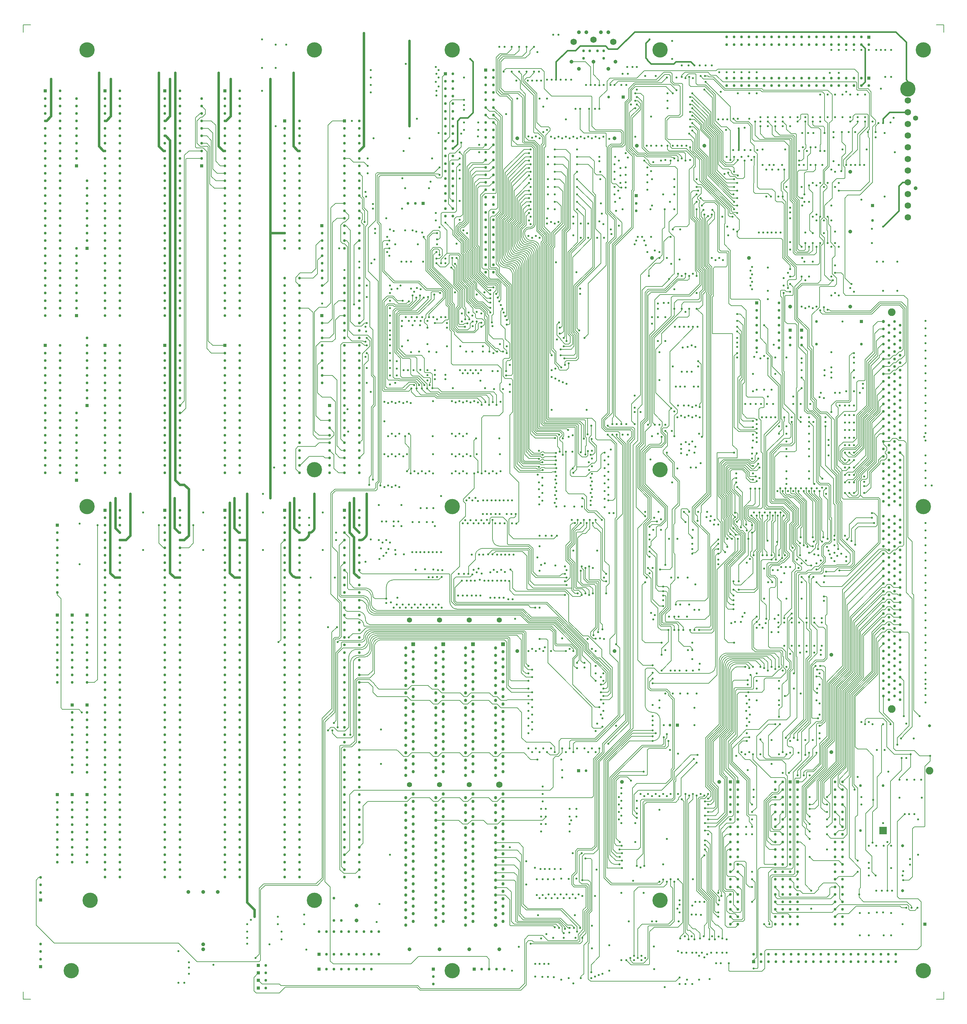
<source format=gbr>
G04 FAB 3000 Version 8.1.7 - Gerber/CAM Software*
G04 RS274-X Output*
%FSLAX24Y24*%
%MIA0B0*%
%MOIN*%
%SFA1.000000B1.000000*%

%IPPOS*%
%ADD11C,0.006440*%
%ADD12C,0.012880*%
%ADD13C,0.016100*%
%ADD14C,0.005152*%
%ADD15C,0.025761*%
%ADD16C,0.029560*%
%ADD17C,0.029570*%
%ADD18C,0.029510*%
%ADD19C,0.029550*%
%ADD20C,0.029520*%
%ADD21C,0.029600*%
%ADD22C,0.029500*%
%ADD23C,0.033900*%
%ADD24C,0.033910*%
%ADD25C,0.033970*%
%ADD26C,0.033960*%
%ADD27C,0.033980*%
%ADD28C,0.033920*%
%ADD29C,0.041070*%
%ADD30C,0.041020*%
%ADD31C,0.041030*%
%ADD32C,0.041010*%
%ADD33C,0.041090*%
%ADD34C,0.041000*%
%ADD35C,0.054800*%
%ADD36C,0.054750*%
%ADD37C,0.054730*%
%ADD38C,0.054740*%
%ADD39C,0.068400*%
%ADD40C,0.068410*%
%ADD41C,0.068420*%
%ADD42R,0.038600X0.038600*%
%ADD43R,0.038640X0.038640*%
%ADD44R,0.038630X0.038640*%
%ADD45R,0.038680X0.038640*%
%ADD46C,0.032820*%
%ADD47C,0.032800*%
%ADD48C,0.032900*%
%ADD49C,0.082101*%
%ADD50C,0.021900*%
%ADD51C,0.021920*%
%ADD52C,0.021860*%
%ADD53C,0.021930*%
%ADD54C,0.021910*%
%ADD55C,0.021870*%
%ADD56C,0.021940*%
%ADD57C,0.021880*%
%ADD58C,0.021840*%
%ADD59C,0.021850*%
%ADD60C,0.022000*%
%ADD61C,0.021801*%
%ADD62C,0.008200*%
%ADD63C,0.008250*%
%ADD64C,0.008190*%
%ADD65R,0.034800X0.034780*%
%ADD66R,0.034780X0.034780*%
%ADD67R,0.034770X0.034780*%
%ADD68R,0.034770X0.034770*%
%ADD69R,0.034770X0.034800*%
%ADD70R,0.034760X0.034800*%
%ADD71R,0.034780X0.034800*%
%ADD72R,0.034780X0.034770*%
%ADD73R,0.034780X0.034700*%
%ADD74R,0.034780X0.034900*%
%ADD75R,0.034780X0.034760*%
%ADD76R,0.034770X0.034700*%
%ADD77R,0.034770X0.034760*%
%ADD78R,0.080500X0.080510*%
%ADD79R,0.080500X0.080500*%
%ADD80C,0.164200*%
%ADD81C,0.164220*%
%ADD82C,0.164230*%
%ADD83C,0.164240*%
%ADD84R,0.048300X0.032170*%
%ADD85R,0.048290X0.032230*%
%ADD86R,0.048290X0.032180*%
%ADD87R,0.048280X0.032180*%
%ADD88R,0.048280X0.032230*%
%ADD89R,0.048280X0.032170*%
%ADD90R,0.048330X0.032180*%
%ADD91R,0.048330X0.032240*%
%ADD92R,0.048290X0.032240*%
%ADD93R,0.048280X0.032240*%
%ADD94R,0.048330X0.032200*%
%ADD95R,0.048290X0.032200*%
%ADD96R,0.048330X0.032300*%
%ADD97R,0.048290X0.032300*%
%ADD98R,0.048330X0.032000*%
%ADD99R,0.048290X0.032000*%
%ADD100R,0.048290X0.032100*%
%ADD101R,0.048330X0.032100*%
%ADD102R,0.048340X0.032300*%
%ADD103R,0.048340X0.032200*%
%ADD104R,0.048350X0.032170*%
%ADD105R,0.048350X0.032180*%
%ADD106R,0.048270X0.032180*%
%ADD107R,0.048290X0.032170*%
%ADD108R,0.048290X0.032220*%
%ADD109R,0.048350X0.032200*%
%ADD110R,0.048270X0.032200*%
%ADD111R,0.048280X0.032200*%
%ADD112R,0.048280X0.032100*%
%ADD113R,0.048340X0.032100*%
%ADD114R,0.048280X0.032300*%
%ADD115R,0.048350X0.032300*%
%ADD116R,0.048280X0.032220*%
%ADD117R,0.048300X0.032200*%
%ADD118R,0.048350X0.032240*%
%ADD119R,0.048350X0.032220*%
%ADD120R,0.048290X0.032160*%
%ADD121R,0.048280X0.032160*%
%ADD122R,0.048350X0.032160*%
%ADD123R,0.048350X0.032230*%
%ADD124R,0.048330X0.032400*%
%ADD125R,0.048290X0.032400*%
%ADD126R,0.048280X0.032400*%
%ADD127R,0.048340X0.032400*%
%ADD128R,0.048350X0.032100*%
%ADD129R,0.048270X0.032100*%
%ADD130R,0.048300X0.032300*%
%ADD131R,0.048270X0.032300*%
%ADD132R,0.048340X0.032220*%
%ADD133R,0.048340X0.032180*%
%ADD134R,0.048300X0.032100*%
%ADD135R,0.048300X0.032180*%
%ADD136R,0.048300X0.032230*%
%ADD137R,0.048340X0.032230*%
%ADD138R,0.048330X0.032230*%
%ADD139R,0.048330X0.032170*%
%ADD140R,0.048330X0.032220*%
%ADD141R,0.048310X0.032220*%
%ADD142R,0.048300X0.032240*%
%ADD143R,0.048200X0.032240*%
%ADD144R,0.048300X0.032220*%
%ADD145R,0.048400X0.032180*%
%ADD146R,0.048200X0.032170*%
%ADD147R,0.048200X0.032220*%
%ADD148R,0.048200X0.032230*%
%ADD149R,0.048200X0.032180*%
%ADD150R,0.048200X0.032190*%
%ADD151R,0.048300X0.032190*%
%ADD152R,0.048300X0.032210*%
%ADD153R,0.048200X0.032210*%
%ADD154R,0.048200X0.032300*%
%ADD155R,0.048200X0.032200*%
%ADD156R,0.048200X0.032100*%
%ADD157R,0.032300X0.048300*%
%ADD158R,0.032170X0.048400*%
%ADD159R,0.032180X0.048400*%
%ADD160R,0.032230X0.048400*%
%ADD161R,0.032230X0.048300*%
%ADD162R,0.032240X0.048300*%
%ADD163R,0.032180X0.048300*%
%ADD164R,0.032170X0.048300*%
%ADD165R,0.032220X0.048400*%
%ADD166R,0.032170X0.048200*%
%ADD167R,0.032180X0.048200*%
%ADD168R,0.032240X0.048200*%
%ADD169R,0.032230X0.048200*%
%ADD170R,0.032160X0.048200*%
%ADD171R,0.032220X0.048200*%
%ADD172R,0.032220X0.048300*%
%ADD173R,0.032160X0.048300*%
%ADD174R,0.032240X0.048400*%
%ADD175R,0.032160X0.048400*%
%ADD176R,0.032190X0.048300*%
%ADD177R,0.032190X0.048200*%
%ADD178R,0.032200X0.048400*%
%ADD179R,0.032200X0.048300*%
%ADD180R,0.032100X0.048300*%
%ADD181R,0.032100X0.048200*%
%ADD182R,0.048300X0.058000*%
%ADD183R,0.048330X0.058000*%
%ADD184R,0.048290X0.058000*%
%ADD185C,0.082150*%
%ADD186C,0.005500*%
%ADD187C,0.009660*%
%ADD188C,0.008240*%
%ADD189C,0.008180*%
%ADD190R,0.051500X0.016100*%
%ADD191R,0.051540X0.016100*%
%ADD192R,0.051540X0.016000*%
%ADD193R,0.051540X0.016200*%
%ADD194R,0.051480X0.016100*%
%ADD195R,0.051480X0.015900*%
%ADD196R,0.051540X0.015900*%
%ADD197R,0.051480X0.016000*%
%ADD198R,0.051480X0.016200*%
%ADD199R,0.051540X0.016060*%
%ADD200R,0.051540X0.016110*%
%ADD201R,0.051540X0.016120*%
%ADD202R,0.051540X0.016130*%
%ADD203R,0.051540X0.016070*%
%ADD204R,0.051480X0.016110*%
%ADD205R,0.051480X0.016070*%
%ADD206R,0.051480X0.016050*%
%ADD207R,0.051480X0.016130*%
%ADD208R,0.051480X0.016120*%
%ADD209R,0.051480X0.016060*%
%ADD210R,0.051490X0.016060*%
%ADD211R,0.051490X0.016110*%
%ADD212R,0.051490X0.016120*%
%ADD213R,0.051490X0.016130*%
%ADD214R,0.051490X0.016070*%
%ADD215R,0.051490X0.016000*%
%ADD216R,0.051490X0.016100*%
%ADD217R,0.051490X0.016200*%
%ADD218R,0.051550X0.016100*%
%ADD219R,0.051550X0.016200*%
%ADD220R,0.051550X0.016060*%
%ADD221R,0.051540X0.016050*%
%ADD222R,0.051550X0.016050*%
%ADD223R,0.051550X0.016110*%
%ADD224R,0.051550X0.016120*%
%ADD225R,0.051600X0.016110*%
%ADD226R,0.051600X0.016070*%
%ADD227R,0.051600X0.016050*%
%ADD228R,0.051600X0.016130*%
%ADD229R,0.051600X0.016120*%
%ADD230R,0.051600X0.016060*%
%ADD231R,0.051500X0.016060*%
%ADD232R,0.051500X0.016110*%
%ADD233R,0.051500X0.016120*%
%ADD234R,0.016200X0.051540*%
%ADD235R,0.016110X0.051500*%
%ADD236R,0.016050X0.051500*%
%ADD237R,0.016070X0.051500*%
%ADD238R,0.016120X0.051500*%
%ADD239R,0.016130X0.051500*%
%ADD240R,0.016110X0.051600*%
%ADD241R,0.016060X0.051600*%
%ADD242R,0.016120X0.051600*%
%ADD243R,0.016060X0.051500*%
%ADD244R,0.016070X0.051600*%
%ADD245R,0.016110X0.051540*%
%ADD246R,0.016120X0.051540*%
%ADD247R,0.016060X0.051540*%
%ADD248R,0.016070X0.051540*%
%ADD249R,0.016050X0.051540*%
%ADD250R,0.016070X0.051550*%
%ADD251R,0.016110X0.051550*%
%ADD252R,0.016120X0.051550*%
%ADD253R,0.016050X0.051600*%
%ADD254R,0.016130X0.051540*%
%ADD255R,0.016110X0.051480*%
%ADD256R,0.016110X0.051490*%
%ADD257R,0.016120X0.051490*%
%ADD258R,0.016120X0.051480*%
%ADD259R,0.016130X0.051600*%
%ADD260R,0.016060X0.051530*%
%ADD261R,0.016110X0.051530*%
%ADD262R,0.016120X0.051530*%
%ADD263R,0.016070X0.051530*%
%ADD264R,0.016110X0.051400*%
%ADD265R,0.016120X0.051400*%
%ADD266R,0.016060X0.051400*%
%ADD267R,0.016050X0.051400*%
%ADD268R,0.016060X0.051480*%
%ADD269R,0.016100X0.051540*%
%ADD270R,0.016100X0.051480*%
%ADD271R,0.016200X0.051480*%
%ADD272R,0.009700X0.019320*%
%ADD273R,0.009660X0.019300*%
%ADD274R,0.009670X0.019300*%
%ADD275R,0.009600X0.019300*%
%ADD276R,0.009700X0.019300*%
%ADD277R,0.009600X0.019400*%
%ADD278R,0.025800X0.032200*%
%ADD279R,0.025780X0.032180*%
%ADD280R,0.025760X0.032180*%
%ADD281R,0.025780X0.032220*%
%ADD282R,0.025760X0.032170*%
%ADD283R,0.025780X0.032170*%
%ADD284R,0.025730X0.032180*%
%ADD285R,0.025760X0.032220*%
%ADD286R,0.025780X0.032240*%
%ADD287R,0.025760X0.032240*%
%ADD288R,0.025730X0.032240*%
%ADD289R,0.025760X0.032230*%
%ADD290R,0.025780X0.032230*%
%ADD291R,0.025770X0.032230*%
%ADD292R,0.025780X0.032300*%
%ADD293R,0.025760X0.032200*%
%ADD294R,0.025780X0.032200*%
%ADD295R,0.025770X0.032200*%
%ADD296R,0.025760X0.032300*%
%ADD297R,0.025800X0.032240*%
%ADD298R,0.025800X0.032230*%
%ADD299R,0.025700X0.032230*%
%ADD300R,0.031600X0.045080*%
%ADD301R,0.031570X0.045100*%
%ADD302R,0.031570X0.045000*%
%ADD303R,0.031500X0.045100*%
%ADD304R,0.031600X0.045100*%
%ADD305R,0.031600X0.045000*%
%ADD306R,0.031500X0.045000*%
%ADD307R,0.067590X0.016100*%
%ADD308R,0.067660X0.016100*%
%ADD309R,0.067600X0.016100*%
%ADD310R,0.067600X0.016200*%
%ADD311R,0.067660X0.016200*%
%ADD312R,0.067660X0.016000*%
%ADD313R,0.067600X0.016000*%
%ADD314R,0.016110X0.067600*%
%ADD315R,0.016060X0.067600*%
%ADD316R,0.016120X0.067600*%
%ADD317R,0.016130X0.067600*%
%ADD318R,0.016050X0.067600*%
%ADD319R,0.016070X0.067600*%
%ADD320R,0.016110X0.067500*%
%ADD321R,0.016120X0.067500*%
%ADD322R,0.016070X0.067500*%
%ADD323R,0.016060X0.067500*%
%ADD324R,0.016110X0.067590*%
%ADD325R,0.016050X0.067590*%
%ADD326R,0.016130X0.067590*%
%ADD327R,0.016110X0.067620*%
%ADD328R,0.016130X0.067620*%
%ADD329R,0.016050X0.067620*%
%ADD330R,0.016070X0.067670*%
%ADD331R,0.016050X0.067670*%
%ADD332R,0.016110X0.067670*%
%ADD333R,0.016120X0.067670*%
%ADD334R,0.016110X0.067700*%
%ADD335R,0.016120X0.067700*%
%ADD336R,0.016130X0.067700*%
%ADD337R,0.016050X0.067700*%
%ADD338R,0.016110X0.067650*%
%ADD339R,0.016120X0.067650*%
%ADD340R,0.016060X0.067650*%
%ADD341R,0.016070X0.067650*%
%ADD342R,0.016060X0.067700*%
%ADD343R,0.016070X0.067700*%
%ADD344R,0.016100X0.067590*%
%ADD345R,0.016200X0.067590*%
%ADD346R,0.016100X0.067650*%
%ADD347R,0.016200X0.067650*%
%ADD348R,0.016100X0.067620*%
%ADD349R,0.016200X0.067620*%
%ADD350R,0.016000X0.067650*%
%ADD351R,0.016000X0.067590*%
%ADD352R,0.093400X0.032220*%
%ADD353R,0.093360X0.032200*%
%ADD354R,0.093380X0.032200*%
%ADD355R,0.093360X0.032100*%
%ADD356R,0.093430X0.032100*%
%ADD357R,0.093360X0.032180*%
%ADD358R,0.093370X0.032180*%
%ADD359R,0.093360X0.032230*%
%ADD360R,0.093370X0.032230*%
%ADD361R,0.032180X0.093380*%
%ADD362R,0.032230X0.093400*%
%ADD363R,0.032170X0.093400*%
%ADD364R,0.032220X0.093400*%
%ADD365R,0.032170X0.093300*%
%ADD366R,0.032180X0.093400*%
%ADD367R,0.032230X0.093370*%
%ADD368R,0.032230X0.093360*%
%ADD369R,0.032230X0.093300*%
%ADD370R,0.032180X0.093300*%
%ADD371R,0.032300X0.093370*%
%ADD372R,0.032300X0.093360*%
%ADD373R,0.032200X0.093400*%
%ADD374R,0.032300X0.093300*%
%ADD375R,0.032300X0.093500*%
%ADD376R,0.060500X0.080500*%
%ADD377R,0.060560X0.080400*%
%ADD378R,0.060550X0.080400*%
%ADD379R,0.060550X0.080600*%
%ADD380R,0.060490X0.080500*%
%ADD381R,0.060490X0.080600*%
%ADD382R,0.060560X0.080500*%
%ADD383R,0.080500X0.060500*%
%ADD384R,0.080500X0.060400*%
%ADD385R,0.038700X0.077200*%
%ADD386R,0.038630X0.077400*%
%ADD387R,0.038630X0.077200*%
%ADD388R,0.038630X0.077300*%
%ADD389R,0.038640X0.077200*%
%ADD390R,0.077310X0.038600*%
%ADD391R,0.077260X0.038630*%
%ADD392R,0.077250X0.038630*%
%ADD393R,0.077260X0.038600*%
%ADD394R,0.077250X0.038600*%
%ADD395R,0.077320X0.038600*%
%ADD396R,0.048350X0.032400*%
%ADD397R,0.048270X0.032170*%
%ADD398R,0.032180X0.048290*%
%ADD399R,0.032170X0.048290*%
%ADD400R,0.032230X0.048350*%
%ADD401R,0.032220X0.048350*%
%ADD402R,0.032160X0.048350*%
%ADD403R,0.032170X0.048350*%
%ADD404R,0.032170X0.048280*%
%ADD405R,0.032160X0.048280*%
%ADD406R,0.032220X0.048280*%
%ADD407R,0.032230X0.048280*%
%ADD408R,0.032230X0.048290*%
%ADD409R,0.032180X0.048280*%
%ADD410R,0.032220X0.048290*%
%ADD411R,0.032240X0.048100*%
%ADD412R,0.032160X0.048290*%
%ADD413R,0.032100X0.048290*%
%ADD414R,0.048290X0.057940*%
%ADD415R,0.048340X0.057950*%
%ADD416R,0.048290X0.057950*%
%ADD417R,0.048280X0.058000*%
%ADD418R,0.048280X0.058100*%
%ADD419R,0.048340X0.058100*%
%ADD420R,0.048290X0.057900*%
%ADD421R,0.048340X0.058000*%
%ADD422R,0.048290X0.058010*%
%ADD423R,0.048330X0.058010*%
%ADD424R,0.048350X0.057950*%
%ADD425R,0.048280X0.057950*%
%ADD426R,0.048280X0.057900*%
%ADD427R,0.048350X0.057900*%
%ADD428R,0.048330X0.057950*%
%ADD429R,0.048270X0.057940*%
%ADD430R,0.048300X0.057940*%
%ADD431R,0.048340X0.057900*%
%ADD432R,0.058000X0.048300*%
%ADD433R,0.057940X0.048300*%
%ADD434R,0.057940X0.048200*%
%ADD435R,0.058000X0.048200*%
%ADD436R,0.057950X0.048200*%
%ADD437R,0.057950X0.048300*%
%ADD438R,0.057950X0.048400*%
%ADD439R,0.058000X0.048400*%
%ADD440R,0.057950X0.048290*%
%ADD441R,0.057950X0.048330*%
%ADD442R,0.057940X0.048290*%
%ADD443R,0.057940X0.048270*%
%ADD444R,0.057940X0.048330*%
%ADD445R,0.057940X0.048400*%
%ADD446R,0.057940X0.048280*%
%ADD447R,0.057940X0.048350*%
%ADD448R,0.057990X0.048290*%
%ADD449R,0.041820X0.080520*%
%ADD450R,0.041820X0.080600*%
%ADD451R,0.041830X0.080600*%
%ADD452R,0.041890X0.080600*%
%ADD453R,0.080510X0.041900*%
%ADD454R,0.080520X0.042000*%
%ADD455R,0.080520X0.041900*%
%ADD456R,0.080510X0.041800*%
%ADD457R,0.080510X0.042000*%
%ADD458R,0.080520X0.041800*%
%ADD459C,0.082130*%
%ADD460R,0.094230X0.094350*%
%ADD461R,0.086210X0.086320*%
%ADD462R,0.100700X0.100800*%
%ADD463R,0.092670X0.092800*%
%ADD464R,0.097450X0.091200*%
%ADD465R,0.089410X0.083200*%
%ADD466R,0.092720X0.089620*%
%ADD467R,0.084690X0.081540*%
%ADD468R,0.094300X0.095800*%
%ADD469R,0.086220X0.087700*%
%ADD470R,0.092730X0.091080*%
%ADD471R,0.084690X0.083060*%
%ADD472R,0.103030X0.101600*%
%ADD473R,0.094990X0.093600*%
%ADD474R,0.005630X0.028300*%
%ADD475R,0.005640X0.028200*%
%ADD476R,0.005630X0.028200*%
%ADD477R,0.005640X0.028000*%
%ADD478R,0.005640X0.028300*%
%ADD479R,0.005600X0.028200*%
%ADD480R,0.005630X0.028100*%
%ADD481R,0.005600X0.028100*%
%ADD482R,0.092300X0.092350*%
%ADD483R,0.084300X0.084320*%
%ADD484R,0.092290X0.092220*%
%ADD485R,0.084250X0.084200*%
%ADD486R,0.090980X0.090800*%
%ADD487R,0.082900X0.082900*%
%ADD488R,0.099940X0.100500*%
%ADD489R,0.091920X0.092500*%
%ADD490R,0.097480X0.097500*%
%ADD491R,0.089460X0.089400*%
%ADD492R,0.005600X0.028300*%
%ADD493R,0.098410X0.097000*%
%ADD494R,0.090390X0.089000*%
%ADD495R,0.097500X0.097590*%
%ADD496R,0.096680X0.096730*%
%ADD497R,0.089470X0.089510*%
%ADD498R,0.079810X0.079860*%
%ADD499R,0.103960X0.104000*%
%ADD500R,0.103140X0.103200*%
%ADD501R,0.095870X0.096000*%
%ADD502R,0.086210X0.086300*%
%ADD503R,0.100590X0.094400*%
%ADD504R,0.099830X0.093600*%
%ADD505R,0.092550X0.086400*%
%ADD506R,0.082900X0.076700*%
%ADD507R,0.095970X0.092830*%
%ADD508R,0.095150X0.092020*%
%ADD509R,0.087890X0.084750*%
%ADD510R,0.078240X0.075090*%
%ADD511R,0.097500X0.099000*%
%ADD512R,0.096660X0.098200*%
%ADD513R,0.089420X0.091000*%
%ADD514R,0.079750X0.081400*%
%ADD515R,0.095970X0.094350*%
%ADD516R,0.095170X0.093520*%
%ADD517R,0.087950X0.086310*%
%ADD518R,0.078270X0.076670*%
%ADD519R,0.106240X0.104900*%
%ADD520R,0.105460X0.104100*%
%ADD521R,0.098210X0.096900*%
%ADD522R,0.088540X0.087100*%
%ADD523R,0.008830X0.031300*%
%ADD524R,0.008030X0.030600*%
%ADD525R,0.008840X0.031400*%
%ADD526R,0.008080X0.030500*%
%ADD527R,0.008830X0.031400*%
%ADD528R,0.008080X0.030600*%
%ADD529R,0.008020X0.030600*%
%ADD530R,0.008020X0.030500*%
%ADD531R,0.008800X0.031300*%
%ADD532R,0.008000X0.030600*%
%ADD533R,0.008800X0.031400*%
%ADD534R,0.095500X0.095550*%
%ADD535R,0.094700X0.094730*%
%ADD536R,0.087500X0.087510*%
%ADD537R,0.077900X0.077850*%
%ADD538R,0.008900X0.031300*%
%ADD539R,0.008100X0.030600*%
%ADD540R,0.008900X0.031400*%
%ADD541R,0.095540X0.095490*%
%ADD542R,0.094780X0.094670*%
%ADD543R,0.087510X0.087400*%
%ADD544R,0.077850X0.077750*%
%ADD545R,0.094190X0.094200*%
%ADD546R,0.093370X0.093400*%
%ADD547R,0.086150X0.086200*%
%ADD548R,0.076490X0.076400*%
%ADD549R,0.103080X0.103800*%
%ADD550R,0.102340X0.103000*%
%ADD551R,0.095060X0.095800*%
%ADD552R,0.085390X0.086000*%
%ADD553R,0.100740X0.100700*%
%ADD554R,0.099880X0.099900*%
%ADD555R,0.092660X0.092700*%
%ADD556R,0.082960X0.083000*%
%ADD557R,0.009000X0.031400*%
%ADD558R,0.008000X0.030500*%
%ADD559R,0.008000X0.030700*%
%ADD560R,0.101670X0.100200*%
%ADD561R,0.100910X0.099400*%
%ADD562R,0.093640X0.092200*%
%ADD563R,0.083980X0.082600*%
%ADD564R,0.009700X0.019310*%
%ADD565R,0.093410X0.032180*%
%ADD566R,0.060540X0.080500*%
%ADD567R,0.038700X0.077400*%
%ADD568R,0.032200X0.048280*%
%ADD569C,0.005490*%
%ADD570C,0.007728*%
%ADD571C,0.128803*%
%ADD586R,0.034800X0.034770*%
%ADD587C,0.082200*%
%LNA4000T Rev4 in2_0*%
%LPD*%
G54D26*
X56756Y83598D03*
G54D27*
X53536D03*
G54D23*
X50316D03*
G54D15*
X32445Y64681D02*
G01Y103643D01*
G54D11*
X42185Y83518D02*
G01Y91487D01*
X40495Y84484D02*
G01Y67337D01*
X43876Y82632D02*
G01Y90441D01*
X43554D02*
G01Y82713D01*
X43393Y83518D02*
G01Y91085D01*
X44198Y88509D02*
G01Y81908D01*
X44037Y82069D02*
G01Y88590D01*
X40817Y84082D02*
G01Y66935D01*
X40656Y67177D02*
G01Y84242D01*
X36067Y103241D02*
G01Y92936D01*
X42427Y93339D02*
G01Y96881D01*
X42588Y96961D02*
G01Y93259D01*
G54D83*
X39690Y64922D03*
G54D11*
X39851Y66693D02*
G01X34216D01*
X36067Y55746D02*
G01X50799D01*
X34377Y66533D02*
G01X40012D01*
X50718Y55584D02*
G01X36550D01*
G54D51*
X66658Y61863D03*
G54D11*
X66336Y64037D02*
G01X68268Y62105D01*
X66658Y62024D02*
G01Y61864D01*
X66014Y62668D02*
G01X66658Y62024D01*
X66980Y61944D02*
G01X66094Y62829D01*
X66175Y62991D02*
G01X66900Y62266D01*
X67946Y62105D02*
G01X66175Y63876D01*
X64806Y60576D02*
G01X67946D01*
X68670Y57033D02*
G01X68349Y56712D01*
X68670Y60092D02*
G01Y57033D01*
X69073Y60495D02*
G01X68670Y60092D01*
X68510Y60978D02*
G01X68912Y61380D01*
X68751Y61622D02*
G01X68228Y61099D01*
X68590Y63876D02*
G01X68912Y64198D01*
G54D52*
X71408Y60093D03*
G54D11*
X69154Y56470D02*
G01Y60253D01*
X74467Y58724D02*
G01Y61864D01*
X75755Y61541D02*
G01Y58080D01*
X75594Y58644D02*
G01Y62105D01*
G54D55*
X73501Y62668D03*
G54D52*
X69556Y62185D03*
G54D51*
X69878Y65405D03*
G54D11*
X69234Y63473D02*
G01X69556Y63796D01*
X69073Y63554D02*
G01Y60495D01*
X68912Y61380D02*
G01Y63635D01*
X68751Y63715D02*
G01Y61622D01*
X69073Y64037D02*
G01X68751Y63715D01*
X68912Y63635D02*
G01X69234Y63956D01*
X69395Y63876D02*
G01X69073Y63554D01*
X69154Y60253D02*
G01X69234Y60334D01*
D02*
G01Y63473D01*
X72052Y117006D02*
G01X72696Y116362D01*
X71166Y115638D02*
G01X73823D01*
X72535Y115155D02*
G01X72374Y115316D01*
D02*
G01X71005D01*
X71086Y115476D02*
G01X73662D01*
X73984Y115799D02*
G01X71407D01*
G54D52*
X72696Y141558D03*
G54D51*
X73179D03*
G54D14*
X80021Y143490D02*
G01Y137614D01*
X78733Y138741D02*
G01Y143570D01*
G54D11*
X71005Y142525D02*
G01Y138822D01*
X81309Y140914D02*
G01Y141558D01*
X74064Y145018D02*
G01Y141236D01*
X73903Y141317D02*
G01Y144938D01*
X71488Y139062D02*
G01Y145906D01*
X71166Y138901D02*
G01Y145906D01*
X71327Y145986D02*
G01Y138982D01*
G54D51*
X65585Y109328D03*
G54D11*
X66738Y108956D02*
G01Y113142D01*
G54D14*
X58849Y103804D02*
G01Y105817D01*
G54D11*
X60460Y105656D02*
G01Y103241D01*
X60620Y104286D02*
G01Y105897D01*
G54D26*
X55951Y65486D03*
D03*
G54D25*
X52731D03*
G54D24*
X49511D03*
G54D11*
X41380Y66372D02*
G01Y58402D01*
G54D14*
X46854Y81103D02*
G01X48545D01*
G54D11*
X43956Y76756D02*
G01X48384D01*
Y75549D02*
G01X45405D01*
G54D52*
X66336Y78124D03*
Y78929D03*
Y81264D03*
Y93097D03*
G54D14*
X66658Y100021D02*
G01X66336D01*
X65611Y94868D02*
G01X66980Y93500D01*
X67141Y93580D02*
G01X65692Y95029D01*
X65773Y95191D02*
G01X67302Y93661D01*
X67463Y93741D02*
G01X65853Y95351D01*
X66094D02*
G01X67624Y93822D01*
X67785Y93903D02*
G01X66175Y95512D01*
G54D11*
X65531Y91729D02*
G01X66738D01*
X67222Y92292D02*
G01X65692D01*
X67302Y92453D02*
G01X65773D01*
X81309Y122561D02*
G01X80987Y122883D01*
X81309Y122561D02*
G01Y118455D01*
X77928Y123928D02*
G01Y118455D01*
X75755Y116201D02*
G01Y125700D01*
X76077Y125458D02*
G01Y116282D01*
X75594Y116604D02*
G01Y129966D01*
X75916Y125539D02*
G01Y115960D01*
X81470Y127873D02*
G01Y114832D01*
X76399Y119501D02*
G01Y124170D01*
X75433Y130208D02*
G01Y116684D01*
X76238Y125378D02*
G01Y117248D01*
X75272Y116764D02*
G01Y130289D01*
X74950Y130530D02*
G01Y118213D01*
X60862Y65808D02*
G01Y62668D01*
X61345D02*
G01Y66935D01*
X61506Y67579D02*
G01Y62749D01*
X42829Y67821D02*
G01X44117D01*
X43635Y82391D02*
G01X42105D01*
X42507Y81586D02*
G01X43554D01*
X43473Y70316D02*
G01X42991Y69833D01*
X43715Y81425D02*
G01X42749D01*
G54D54*
X56958Y99296D03*
G54D55*
X57481Y99376D03*
G54D51*
X55548Y99296D03*
G54D54*
X56072D03*
G54D51*
X56515D03*
G54D14*
X55549D02*
G01X54824Y98571D01*
X54663Y97444D02*
G01Y99457D01*
X54261Y99940D02*
G01Y97042D01*
G54D11*
X54422Y99940D02*
G01Y97042D01*
X47915Y99315D02*
G01X48066Y99361D01*
X47776Y99241D02*
G01X47915Y99315D01*
G54D26*
X56756Y90843D03*
G54D27*
X53536D03*
G54D23*
X50316D03*
G54D18*
X44520Y90763D03*
G54D11*
X43925Y90687D02*
G01X43984Y90798D01*
X43889Y90566D02*
G01X43925Y90687D01*
X45969Y92292D02*
G01Y89636D01*
X46130Y89314D02*
G01Y92131D01*
G54D46*
X50316Y92453D03*
G54D45*
D03*
G54D44*
X53536D03*
X56756D03*
G54D11*
X45264Y92547D02*
G01X45310Y92699D01*
X45190Y92408D02*
G01X45264Y92547D01*
X45808Y92453D02*
G01X45823Y92610D01*
X45647Y92615D02*
G01Y92051D01*
X45471Y92538D02*
G01X45486Y92695D01*
X45425Y92387D02*
G01X45471Y92538D01*
X46030Y92601D02*
G01X45984Y92449D01*
X46248Y92552D02*
G01X46284Y92605D01*
X46191Y92440D02*
G01X46218Y92497D01*
D02*
G01X46248Y92552D01*
X44841Y92704D02*
G01X44761Y92695D01*
X44917Y92726D02*
G01X44841Y92704D01*
X44987Y92764D02*
G01X44917Y92726D01*
X45048Y92815D02*
G01X44987Y92764D01*
X45823Y92610D02*
G01X45869Y92762D01*
X45662Y92771D02*
G01X45647Y92615D01*
X45486Y92695D02*
G01Y92775D01*
X46105Y92740D02*
G01X46030Y92601D01*
X46284Y92605D02*
G01X46323Y92655D01*
D02*
G01X46366Y92700D01*
D02*
G01X46412Y92744D01*
D02*
G01X46462Y92783D01*
D02*
G01X46515Y92818D01*
X44673Y92863D02*
G01X44749Y92885D01*
X44593Y92856D02*
G01X44673Y92863D01*
X45098Y92878D02*
G01X45048Y92815D01*
X45135Y92948D02*
G01X45098Y92878D01*
X45325Y92856D02*
G01Y92936D01*
X45310Y92699D02*
G01X45325Y92856D01*
X45869Y92762D02*
G01X45944Y92901D01*
X45708Y92923D02*
G01X45662Y92771D01*
X45488Y92838D02*
G01X45495Y92901D01*
X45486Y92775D02*
G01X45488Y92838D01*
X46205Y92861D02*
G01X46105Y92740D01*
X46327Y92961D02*
G01X46205Y92861D01*
X46627Y92875D02*
G01X46686Y92897D01*
X46570Y92848D02*
G01X46627Y92875D01*
X46515Y92818D02*
G01X46570Y92848D01*
G54D26*
X55951Y92051D03*
G54D25*
X52731D03*
G54D24*
X49511D03*
G54D11*
X44677Y92066D02*
G01X44828Y92112D01*
X44520Y92051D02*
G01X44677Y92066D01*
X45808Y91890D02*
G01Y92453D01*
X45647Y92051D02*
G01X45632Y91894D01*
X44989Y91951D02*
G01X45129Y92025D01*
D02*
G01X45250Y92126D01*
G54D18*
X44520Y92373D03*
G54D11*
X45089Y92287D02*
G01X45190Y92408D01*
X44968Y92186D02*
G01X45089Y92287D01*
X44828Y92112D02*
G01X44968Y92186D01*
X46169Y92380D02*
G01X46191Y92440D01*
X46152Y92319D02*
G01X46169Y92380D01*
X46139Y92257D02*
G01X46152Y92319D01*
X46132Y92195D02*
G01X46139Y92257D01*
X46130Y92131D02*
G01X46132Y92195D01*
X45984Y92449D02*
G01X45969Y92292D01*
X45250Y92126D02*
G01X45351Y92247D01*
D02*
G01X45425Y92387D01*
G54D18*
X44520Y93178D03*
G54D14*
X48706Y93097D02*
G01X48384D01*
G54D11*
X44971Y93103D02*
G01X44995Y93179D01*
X44934Y93033D02*
G01X44971Y93103D01*
X45164Y93104D02*
G01X45157Y93025D01*
X45179Y93254D02*
G01X45164Y93097D01*
X45340Y93093D02*
G01X45386Y93244D01*
X45325Y92936D02*
G01X45340Y93093D01*
X46166Y93123D02*
G01X46305Y93197D01*
X46044Y93023D02*
G01X46166Y93123D01*
X45883Y93184D02*
G01X45782Y93062D01*
X46774Y93097D02*
G01X46617Y93082D01*
X48384Y93097D02*
G01X46774D01*
X45547Y93084D02*
G01X45574Y93141D01*
D02*
G01X45604Y93196D01*
G54D14*
X48384Y93259D02*
G01X48706D01*
G54D11*
X44995Y93179D02*
G01X45003Y93259D01*
X46613D02*
G01X48384D01*
X46456Y93243D02*
G01X46613Y93259D01*
X46305Y93197D02*
G01X46456Y93243D01*
X46004Y93284D02*
G01X45883Y93184D01*
X45679Y93299D02*
G01X45722Y93344D01*
X45640Y93249D02*
G01X45679Y93299D01*
X45604Y93196D02*
G01X45640Y93249D01*
X45018Y93415D02*
G01X45064Y93567D01*
X45003Y93259D02*
G01X45018Y93415D01*
X45225Y93406D02*
G01X45179Y93254D01*
X45300Y93545D02*
G01X45225Y93406D01*
X45460Y93384D02*
G01X45561Y93505D01*
X45386Y93244D02*
G01X45460Y93384D01*
X46144Y93358D02*
G01X46004Y93284D01*
X45722Y93344D02*
G01X45768Y93388D01*
D02*
G01X45818Y93427D01*
X48384Y93419D02*
G01X46452D01*
D02*
G01X46295Y93404D01*
D02*
G01X46144Y93358D01*
G54D26*
X56756Y91648D03*
D03*
G54D27*
X53536D03*
G54D23*
X50316D03*
G54D18*
X44520Y91568D03*
G54D11*
X45747Y91582D02*
G01X45768Y91641D01*
X45720Y91525D02*
G01X45747Y91582D01*
X45512Y91603D02*
G01X45411Y91482D01*
X45806Y91827D02*
G01X45808Y91890D01*
X45798Y91764D02*
G01X45806Y91827D01*
X45786Y91702D02*
G01X45798Y91764D01*
X45768Y91641D02*
G01X45786Y91702D01*
X44838Y91905D02*
G01X44989Y91951D01*
X44681Y91890D02*
G01X44838Y91905D01*
X44198Y91890D02*
G01X44681D01*
X44041Y91875D02*
G01X44198Y91890D01*
X43890Y91828D02*
G01X44041Y91875D01*
X43750Y91755D02*
G01X43890Y91828D01*
X43629Y91654D02*
G01X43750Y91755D01*
X45632Y91894D02*
G01X45586Y91743D01*
D02*
G01X45512Y91603D01*
X45129Y91094D02*
G01X45191Y91107D01*
X45067Y91087D02*
G01X45129Y91094D01*
X43790Y91010D02*
G01X43690Y90888D01*
X43984Y90798D02*
G01X44065Y90896D01*
D02*
G01X44162Y90976D01*
D02*
G01X44273Y91036D01*
D02*
G01X44395Y91072D01*
D02*
G01X44520Y91085D01*
D02*
G01X45003D01*
D02*
G01X45067Y91087D01*
G54D26*
X55951Y91246D03*
G54D25*
X52731D03*
G54D24*
X49511D03*
G54D11*
X45311Y91146D02*
G01X45368Y91172D01*
X45252Y91124D02*
G01X45311Y91146D01*
X45191Y91107D02*
G01X45252Y91124D01*
X44051Y91184D02*
G01X43911Y91111D01*
D02*
G01X43790Y91010D01*
X45690Y91470D02*
G01X45720Y91525D01*
X45654Y91417D02*
G01X45690Y91470D01*
X45615Y91367D02*
G01X45654Y91417D01*
X45572Y91321D02*
G01X45615Y91367D01*
X45526Y91278D02*
G01X45572Y91321D01*
X45476Y91239D02*
G01X45526Y91278D01*
X45424Y91203D02*
G01X45476Y91239D01*
X45368Y91172D02*
G01X45424Y91203D01*
X44202Y91231D02*
G01X44051Y91184D01*
X44359Y91246D02*
G01X44202Y91231D01*
X44842Y91246D02*
G01X44359D01*
X44999Y91261D02*
G01X44842Y91246D01*
X45150Y91307D02*
G01X44999Y91261D01*
X45290Y91382D02*
G01X45150Y91307D01*
X45411Y91482D02*
G01X45290Y91382D01*
G54D28*
X59171Y75146D03*
G54D54*
X62713Y86899D03*
G54D11*
X62432Y93741D02*
G01Y90401D01*
X62271Y90119D02*
G01Y93661D01*
X62109Y93500D02*
G01Y89636D01*
X61949Y89394D02*
G01Y92936D01*
G54D55*
X63599Y67176D03*
Y65486D03*
G54D11*
X62633Y64037D02*
G01X66336D01*
X61184Y73536D02*
G01X64243D01*
X65370Y62185D02*
G01X61184D01*
Y62346D02*
G01X65692D01*
X65934Y62508D02*
G01X61506D01*
X61586Y62668D02*
G01X66014D01*
X66094Y62829D02*
G01X62150D01*
X62311Y62991D02*
G01X66175D01*
Y63876D02*
G01X62472D01*
X61184Y76756D02*
G01X65048D01*
X69556Y75951D02*
G01X61184D01*
X62955Y60253D02*
G01X68268D01*
X68107Y60415D02*
G01X63277D01*
X62713Y61139D02*
G01X64243D01*
G54D36*
X56354Y95070D03*
G54D37*
X53133D03*
G54D36*
X49914D03*
D03*
G54D11*
X44681Y95068D02*
G01X44555Y95135D01*
X44791Y94978D02*
G01X44681Y95068D01*
X45177Y95065D02*
G01X45213Y94944D01*
X45164Y95191D02*
G01X45177Y95065D01*
G54D55*
X57078Y97686D03*
G54D51*
X57561D03*
G54D54*
X56595D03*
G54D51*
X56112D03*
G54D52*
X55629D03*
X55146D03*
G54D14*
X54824Y98571D02*
G01Y97605D01*
G54D11*
X47418Y97364D02*
G01Y98571D01*
X45976Y97624D02*
G01X45993Y97564D01*
X45969Y97686D02*
G01X45976Y97624D01*
X54824Y97122D02*
G01Y97605D01*
X45806Y97589D02*
G01X45808Y97525D01*
X45798Y97651D02*
G01X45806Y97589D01*
X45150Y97624D02*
G01X44999Y97670D01*
X45290Y97551D02*
G01X45150Y97624D01*
G54D18*
X44520Y98008D03*
Y98813D03*
G54D11*
X43956Y98491D02*
G01X45164D01*
X45191Y98307D02*
G01X45252Y98291D01*
X45129Y98320D02*
G01X45191Y98307D01*
X45067Y98327D02*
G01X45129Y98320D01*
X45003Y98330D02*
G01X45067Y98327D01*
X44999Y97670D02*
G01X44842Y97686D01*
X45321Y98476D02*
G01X45472Y98429D01*
X45164Y98491D02*
G01X45321Y98476D01*
X45311Y98268D02*
G01X45368Y98242D01*
X45252Y98291D02*
G01X45311Y98268D01*
G54D51*
X53375Y96398D03*
X52731D03*
G54D54*
X52087D03*
G54D51*
X50799D03*
G54D53*
X51443D03*
G54D11*
X54396Y96594D02*
G01X54322Y96733D01*
X54497Y96472D02*
G01X54396Y96594D01*
X54618Y96372D02*
G01X54497Y96472D01*
X54758Y96298D02*
G01X54618Y96372D01*
X55066Y96236D02*
G01X54909Y96252D01*
D02*
G01X54758Y96298D01*
X62713Y94707D02*
G01X61828Y95593D01*
X50880Y58885D02*
G01X58205D01*
X61908Y55263D02*
G01X51041D01*
X51121Y55424D02*
G01X61748D01*
X58447Y75951D02*
G01X56595D01*
X58286Y73133D02*
G01X57883Y73536D01*
D02*
G01X56595D01*
G54D51*
X67543Y91729D03*
G54D57*
X66739D03*
G54D51*
X67141Y91970D03*
G54D14*
X67543Y91971D02*
G01Y91729D01*
X67222Y92292D02*
G01X67543Y91971D01*
G54D11*
X67624Y90843D02*
G01Y90119D01*
X67463Y88106D02*
G01Y90924D01*
G54D14*
X67061Y97766D02*
G01Y94868D01*
G54D11*
Y102838D02*
G01Y101631D01*
X67222Y101710D02*
G01Y102758D01*
X66900Y102919D02*
G01Y101550D01*
X66738Y101470D02*
G01Y103079D01*
X67705Y101228D02*
G01X67222Y101710D01*
G54D51*
X67543Y102516D03*
G54D53*
X67705Y105494D03*
G54D52*
X67383Y105816D03*
G54D51*
X67648Y107265D03*
G54D54*
X66618Y107305D03*
G54D11*
X67061Y108634D02*
G01X66738Y108956D01*
X67543Y103321D02*
G01X67061Y102838D01*
X67543Y104690D02*
G01Y103321D01*
X67705Y103241D02*
G01Y104609D01*
X67222Y102758D02*
G01X67705Y103241D01*
X67382Y103402D02*
G01X66900Y102919D01*
X67382Y104770D02*
G01Y103402D01*
X67463Y105495D02*
G01X67705D01*
X67222Y105253D02*
G01X67463Y105495D01*
X67222Y103562D02*
G01Y105253D01*
X66738Y103079D02*
G01X67222Y103562D01*
G54D66*
X68107Y78849D03*
G54D53*
X68510Y67096D03*
G54D52*
X68429Y69994D03*
G54D51*
X67946Y81264D03*
G54D11*
X68107Y70316D02*
G01X67946Y70155D01*
D02*
G01Y67901D01*
X68429Y66693D02*
G01X68187Y66935D01*
D02*
G01Y69753D01*
D02*
G01X68429Y69994D01*
X68510Y69672D02*
G01Y67096D01*
G54D51*
X67946Y89877D03*
Y90441D03*
G54D14*
X68268Y97605D02*
G01X68432Y97769D01*
G54D11*
X68349Y90682D02*
G01Y92131D01*
X68590Y90441D02*
G01X68349Y90682D01*
X68510Y92212D02*
G01Y91246D01*
X68670Y91729D02*
G01Y92292D01*
X68590Y93339D02*
G01X68187Y93741D01*
Y90763D02*
G01Y92051D01*
X67946Y90521D02*
G01X68187Y90763D01*
X67946Y90441D02*
G01Y90521D01*
X67866Y89877D02*
G01X67946D01*
X68026Y91971D02*
G01Y91246D01*
X67866Y91327D02*
G01Y91890D01*
G54D51*
X68432Y97769D03*
G54D52*
X68027Y97927D03*
G54D11*
X68432Y97930D02*
G01Y97769D01*
G54D54*
X68751Y81264D03*
G54D11*
X66256Y82310D02*
G01X69878D01*
X67785Y81988D02*
G01X70039D01*
X69959Y82150D02*
G01X67302D01*
X68510Y69672D02*
G01X68751Y69913D01*
X68510Y67096D02*
G01X69154D01*
X69073Y66693D02*
G01X68429D01*
X67705Y66533D02*
G01X68912D01*
X68831Y66372D02*
G01X67624D01*
X68026Y70477D02*
G01X69556D01*
X69637Y70316D02*
G01X68107D01*
X69878Y85691D02*
G01X67463Y88106D01*
X64806Y90441D02*
G01X69556Y85691D01*
G54D17*
X58930Y144537D03*
X58125D03*
G54D11*
X59896Y138822D02*
G01Y149206D01*
X62230Y145664D02*
G01X60057Y143490D01*
X60218Y143168D02*
G01X62311Y145261D01*
X59735Y149125D02*
G01Y138901D01*
X59574Y138982D02*
G01Y148722D01*
X59413Y148642D02*
G01Y139385D01*
X59252Y140994D02*
G01Y148240D01*
X63277Y145744D02*
G01Y137694D01*
X63438D02*
G01Y145825D01*
X62392Y144858D02*
G01X60379Y142846D01*
X61345Y137372D02*
G01X61828Y137854D01*
X61843Y134938D02*
G01X61703Y135013D01*
X61742Y135274D02*
G01X61788Y135230D01*
X61699Y135321D02*
G01X61742Y135274D01*
X61728Y135696D02*
G01X61706Y135754D01*
X61755Y135638D02*
G01X61728Y135696D01*
X61785Y135582D02*
G01X61755Y135638D01*
X61989Y137774D02*
G01X61506Y137292D01*
G54D14*
X63277Y112981D02*
G01X62794Y113464D01*
G54D11*
X63438Y114620D02*
G01X62955Y115103D01*
X62633Y113314D02*
G01X63116Y112832D01*
X62998Y134654D02*
G01X63029Y134598D01*
D02*
G01X63055Y134541D01*
D02*
G01X63077Y134482D01*
D02*
G01X63094Y134421D01*
G54D14*
X63599Y134716D02*
G01Y115552D01*
X63760Y115700D02*
G01Y134877D01*
G54D11*
X65370Y135038D02*
G01Y124251D01*
X65209Y124090D02*
G01Y135118D01*
X65048Y135198D02*
G01Y123768D01*
X64404Y129001D02*
G01Y135521D01*
X64243Y135602D02*
G01Y129080D01*
X64726Y135360D02*
G01Y116682D01*
X64887Y116774D02*
G01Y135278D01*
X64082Y135682D02*
G01Y116200D01*
X63921Y115799D02*
G01Y135038D01*
X64565Y135441D02*
G01Y116514D01*
X65853Y114752D02*
G01Y113706D01*
G54D14*
X62230Y111984D02*
G01X61989Y112226D01*
G54D11*
X62052Y134714D02*
G01X62114Y134706D01*
X61989Y134716D02*
G01X62052Y134714D01*
X62150Y111605D02*
G01X61667Y112088D01*
X62016Y134533D02*
G01X62077Y134516D01*
X61954Y134546D02*
G01X62016Y134533D01*
X62114Y134258D02*
G01X61976Y134333D01*
X61828Y112162D02*
G01X62150Y111840D01*
X62031Y133686D02*
G01X62062Y133632D01*
X61996Y133740D02*
G01X62031Y133686D01*
X61956Y133790D02*
G01X61996Y133740D01*
X62075Y133997D02*
G01X61954Y134097D01*
X61224Y135272D02*
G01X61245Y135213D01*
X61206Y135333D02*
G01X61224Y135272D01*
X61194Y135396D02*
G01X61206Y135333D01*
X61186Y135458D02*
G01X61194Y135396D01*
X61184Y135521D02*
G01X61186Y135458D01*
X61184Y137453D02*
G01Y135521D01*
X61667Y137936D02*
G01X61184Y137453D01*
X61506Y138017D02*
G01X61023Y137534D01*
X60862Y137614D02*
G01X61345Y138097D01*
X61184Y138178D02*
G01Y141236D01*
X60701Y137694D02*
G01X61184Y138178D01*
X60219Y134492D02*
G01X60227Y134429D01*
X60218Y134554D02*
G01X60219Y134492D01*
X60440Y134408D02*
G01X60395Y134558D01*
X60658Y134456D02*
G01X60693Y134404D01*
X60628Y134512D02*
G01X60658Y134456D01*
X60601Y134569D02*
G01X60628Y134512D01*
X60936Y134469D02*
G01X60836Y134590D01*
X61059Y134368D02*
G01X60936Y134469D01*
X61098Y134630D02*
G01X60998Y134752D01*
X60395Y134558D02*
G01X60379Y134716D01*
X60578Y134628D02*
G01X60601Y134569D01*
X60562Y134689D02*
G01X60578Y134628D01*
X60550Y134752D02*
G01X60562Y134689D01*
X60541Y134814D02*
G01X60550Y134752D01*
X60836Y134590D02*
G01X60762Y134730D01*
G54D14*
X61989Y112226D02*
G01Y133106D01*
G54D11*
X61828Y132945D02*
G01Y112162D01*
X61812Y133102D02*
G01X61827Y132945D01*
X61766Y133253D02*
G01X61812Y133102D01*
X61692Y133392D02*
G01X61766Y133253D01*
X61989Y133106D02*
G01X61986Y133169D01*
D02*
G01X61979Y133230D01*
D02*
G01X61967Y133294D01*
D02*
G01X61949Y133354D01*
D02*
G01X61928Y133414D01*
D02*
G01X61901Y133472D01*
D02*
G01X61871Y133526D01*
D02*
G01X61835Y133578D01*
D02*
G01X61796Y133628D01*
D02*
G01X61753Y133674D01*
X61926Y134718D02*
G01X61989Y134714D01*
X61863Y134725D02*
G01X61926Y134718D01*
X61801Y134738D02*
G01X61863Y134725D01*
X61740Y134754D02*
G01X61801Y134738D01*
X61681Y134777D02*
G01X61740Y134754D01*
X61891Y134553D02*
G01X61954Y134546D01*
X61828Y134554D02*
G01X61891Y134553D01*
X61671Y134570D02*
G01X61828Y134554D01*
X61976Y134333D02*
G01X61824Y134378D01*
X61914Y133836D02*
G01X61956Y133790D01*
X61867Y133878D02*
G01X61914Y133836D01*
X61818Y133918D02*
G01X61867Y133878D01*
X61765Y133953D02*
G01X61818Y133918D01*
X61710Y133984D02*
G01X61765Y133953D01*
X61954Y134097D02*
G01X61814Y134172D01*
X61753Y133674D02*
G01X61706Y133718D01*
G54D17*
X58125Y134072D03*
X58930D03*
D03*
G54D11*
X59896Y134233D02*
G01X59911Y134076D01*
X60118Y134086D02*
G01X60072Y134237D01*
X60305Y134189D02*
G01X60336Y134134D01*
X60278Y134246D02*
G01X60305Y134189D01*
X60924Y134190D02*
G01X60979Y134158D01*
X60871Y134226D02*
G01X60924Y134190D01*
X60979Y134158D02*
G01X61036Y134133D01*
X60737Y134046D02*
G01X60615Y134146D01*
D02*
G01X60515Y134269D01*
X60072Y134237D02*
G01X60057Y134394D01*
X60257Y134306D02*
G01X60278Y134246D01*
X60239Y134366D02*
G01X60257Y134306D01*
X60821Y134264D02*
G01X60871Y134226D01*
X60776Y134306D02*
G01X60821Y134264D01*
X60732Y134354D02*
G01X60776Y134306D01*
X61197Y134294D02*
G01X61059Y134368D01*
X60693Y134404D02*
G01X60732Y134354D01*
X60515Y134269D02*
G01X60440Y134408D01*
X60227Y134429D02*
G01X60239Y134366D01*
G54D54*
X65600Y112625D03*
G54D11*
X64324Y112498D02*
G01X64451Y112625D01*
X64001Y112659D02*
G01X64162Y112498D01*
G54D52*
X63847Y113253D03*
G54D54*
X66094Y113142D03*
G54D55*
X65676Y113037D03*
G54D52*
X64235Y112831D03*
G54D14*
X64001Y112981D02*
G01X64162Y113142D01*
G54D11*
X64451Y112625D02*
G01X65600D01*
X64324Y113142D02*
G01X64162D01*
X64429Y113038D02*
G01X64324Y113142D01*
X65676Y113038D02*
G01X64429D01*
X66094Y113464D02*
G01Y113142D01*
X65853Y113706D02*
G01X66094Y113464D01*
X62558Y134480D02*
G01X62601Y134434D01*
X62511Y134522D02*
G01X62558Y134480D01*
X62462Y134562D02*
G01X62511Y134522D01*
X62515Y134789D02*
G01X62458Y134816D01*
X62571Y134758D02*
G01X62515Y134789D01*
X62546Y134116D02*
G01X62573Y134058D01*
X62515Y134170D02*
G01X62546Y134116D01*
X62480Y134222D02*
G01X62515Y134170D01*
X62794Y112419D02*
G01X62311Y112902D01*
X62955Y112659D02*
G01X62472Y113142D01*
G54D14*
X62150Y133266D02*
G01Y112291D01*
G54D11*
X62114Y134706D02*
G01X62177Y134693D01*
X62136Y134494D02*
G01X62194Y134468D01*
X62077Y134516D02*
G01X62136Y134494D01*
X62147Y133330D02*
G01X62150Y133266D01*
X62140Y133393D02*
G01X62147Y133330D01*
X62127Y133454D02*
G01X62140Y133393D01*
X62111Y133516D02*
G01X62127Y133454D01*
X62089Y133574D02*
G01X62111Y133516D01*
X62062Y133632D02*
G01X62089Y133574D01*
X62175Y133874D02*
G01X62075Y133997D01*
G54D14*
X62150Y112291D02*
G01X62311Y112129D01*
G54D11*
X62297Y134654D02*
G01X62354Y134628D01*
X62237Y134677D02*
G01X62297Y134654D01*
X62177Y134693D02*
G01X62237Y134677D01*
X62249Y134437D02*
G01X62301Y134402D01*
X62194Y134468D02*
G01X62249Y134437D01*
X62311Y133428D02*
G01X62295Y133585D01*
D02*
G01X62250Y133736D01*
D02*
G01X62175Y133874D01*
X62337Y134037D02*
G01X62236Y134158D01*
D02*
G01X62114Y134258D01*
X62409Y134597D02*
G01X62462Y134562D01*
X62354Y134628D02*
G01X62409Y134597D01*
X62458Y134816D02*
G01X62398Y134838D01*
X62440Y134273D02*
G01X62480Y134222D01*
X62398Y134320D02*
G01X62440Y134273D01*
X62351Y134362D02*
G01X62398Y134320D01*
X62301Y134402D02*
G01X62351Y134362D01*
X62311Y112902D02*
G01Y133428D01*
X62472Y113142D02*
G01Y133589D01*
D02*
G01X62457Y133746D01*
D02*
G01X62411Y133897D01*
D02*
G01X62337Y134037D01*
X61667Y140110D02*
G01Y137936D01*
X61345Y138097D02*
G01Y140593D01*
X61506Y140432D02*
G01Y138017D01*
X61515Y134870D02*
G01X61568Y134834D01*
X61466Y134908D02*
G01X61515Y134870D01*
X63377Y134862D02*
G01X63399Y134804D01*
X63351Y134920D02*
G01X63377Y134862D01*
X61993Y134892D02*
G01X61843Y134938D01*
X62150Y134877D02*
G01X61993Y134892D01*
X62214Y134874D02*
G01X62150Y134878D01*
X62277Y134866D02*
G01X62214Y134874D01*
X62338Y134854D02*
G01X62277Y134866D01*
X62398Y134838D02*
G01X62338Y134854D01*
X63159Y134814D02*
G01X63123Y134866D01*
D02*
G01X63084Y134917D01*
D02*
G01X63041Y134962D01*
X62732Y134920D02*
G01X62784Y134884D01*
D02*
G01X62834Y134845D01*
G54D51*
X61425Y105414D03*
G54D11*
X61330Y132618D02*
G01X61284Y132770D01*
X61345Y132462D02*
G01X61330Y132618D01*
X61345Y111612D02*
G01Y132462D01*
Y106219D02*
G01Y106461D01*
X61506Y132622D02*
G01Y111872D01*
X61490Y132780D02*
G01X61505Y132622D01*
X61445Y132930D02*
G01X61490Y132780D01*
X61331Y133689D02*
G01X61470Y133614D01*
D02*
G01X61592Y133514D01*
X61531Y133230D02*
G01X61431Y133353D01*
D02*
G01X61309Y133453D01*
X61370Y133070D02*
G01X61445Y132930D01*
X61550Y133822D02*
G01X61492Y133850D01*
X61532Y134049D02*
G01X61594Y134033D01*
X61470Y134062D02*
G01X61532Y134049D01*
X61409Y134070D02*
G01X61470Y134062D01*
X61345Y134072D02*
G01X61409Y134070D01*
X61282Y134073D02*
G01X61345Y134070D01*
X61506Y134233D02*
G01X61349Y134248D01*
X61492Y133850D02*
G01X61432Y133872D01*
D02*
G01X61372Y133888D01*
D02*
G01X61309Y133900D01*
X61510Y134410D02*
G01X61359Y134456D01*
X61380Y134690D02*
G01X61520Y134614D01*
X62706Y134276D02*
G01X62732Y134218D01*
X62675Y134330D02*
G01X62706Y134276D01*
X62640Y134384D02*
G01X62675Y134330D01*
X62601Y134434D02*
G01X62640Y134384D01*
X62623Y134722D02*
G01X62571Y134758D01*
X62673Y134685D02*
G01X62623Y134722D01*
X62719Y134641D02*
G01X62673Y134685D01*
X62573Y134058D02*
G01X62595Y133998D01*
D02*
G01X62611Y133938D01*
D02*
G01X62624Y133876D01*
D02*
G01X62631Y133813D01*
D02*
G01X62634Y133750D01*
X62633D02*
G01Y113314D01*
G54D14*
X62794Y113464D02*
G01Y133910D01*
G54D11*
X62791Y133973D02*
G01X62794Y133910D01*
X62783Y134037D02*
G01X62791Y133973D01*
X62771Y134098D02*
G01X62783Y134037D01*
X62755Y134160D02*
G01X62771Y134098D01*
X62732Y134218D02*
G01X62755Y134160D01*
X62763Y134594D02*
G01X62719Y134641D01*
X62801Y134545D02*
G01X62763Y134594D01*
X62836Y134493D02*
G01X62801Y134545D01*
X62867Y134437D02*
G01X62836Y134493D01*
X62962Y134706D02*
G01X62998Y134654D01*
X62924Y134756D02*
G01X62962Y134706D01*
X62881Y134802D02*
G01X62924Y134756D01*
X62834Y134845D02*
G01X62881Y134802D01*
X62955Y115103D02*
G01Y134072D01*
D02*
G01X62953Y134136D01*
D02*
G01X62946Y134198D01*
D02*
G01X62933Y134261D01*
D02*
G01X62916Y134321D01*
D02*
G01X62894Y134380D01*
D02*
G01X62867Y134437D01*
X61376Y134998D02*
G01X61420Y134952D01*
X61337Y135048D02*
G01X61376Y134998D01*
X61302Y135100D02*
G01X61337Y135048D01*
X61272Y135156D02*
G01X61302Y135100D01*
X61245Y135213D02*
G01X61272Y135156D01*
X61345Y135682D02*
G01Y137372D01*
X61361Y135525D02*
G01X61346Y135682D01*
X61407Y135374D02*
G01X61361Y135525D01*
X61481Y135234D02*
G01X61407Y135374D01*
X61506Y135842D02*
G01X61508Y135780D01*
X61506Y137292D02*
G01Y135842D01*
X61508Y135780D02*
G01X61515Y135717D01*
D02*
G01X61528Y135654D01*
D02*
G01X61545Y135594D01*
D02*
G01X61567Y135534D01*
D02*
G01X61594Y135477D01*
D02*
G01X61624Y135422D01*
D02*
G01X61660Y135369D01*
X61703Y135013D02*
G01X61581Y135113D01*
D02*
G01X61481Y135234D01*
X61667Y136004D02*
G01Y137210D01*
X61669Y135941D02*
G01X61666Y136004D01*
X61676Y135878D02*
G01X61669Y135941D01*
X61688Y135814D02*
G01X61676Y135878D01*
X61706Y135754D02*
G01X61688Y135814D01*
X61660Y135369D02*
G01X61699Y135321D01*
X62955Y140029D02*
G01X62472D01*
X61184Y141236D02*
G01X62794Y142846D01*
X62955Y143249D02*
G01X62552D01*
D02*
G01X61023Y141718D01*
X62472Y143650D02*
G01X62794D01*
X62955Y144054D02*
G01X62472D01*
X61345Y140593D02*
G01X62794Y142042D01*
Y141236D02*
G01X62311D01*
X62392Y144457D02*
G01X62794D01*
X62392Y140432D02*
G01X62794D01*
X62955Y140833D02*
G01X62392D01*
X61425Y105414D02*
G01X61667Y105656D01*
X61828Y111130D02*
G01X61345Y111612D01*
X61667Y105656D02*
G01Y109842D01*
X61506Y111872D02*
G01X61989Y111389D01*
X61667Y112088D02*
G01Y132784D01*
X61623Y134804D02*
G01X61681Y134777D01*
X61653Y134010D02*
G01X61710Y133984D01*
X61594Y134033D02*
G01X61653Y134010D01*
X61663Y134218D02*
G01X61506Y134233D01*
X61814Y134172D02*
G01X61663Y134218D01*
X61706Y133718D02*
G01X61657Y133757D01*
D02*
G01X61604Y133792D01*
D02*
G01X61550Y133822D01*
X61592Y133514D02*
G01X61692Y133392D01*
X61824Y134378D02*
G01X61667Y134394D01*
D02*
G01X61510Y134410D01*
X61520Y134614D02*
G01X61671Y134570D01*
X61667Y132784D02*
G01X61651Y132941D01*
D02*
G01X61606Y133092D01*
D02*
G01X61531Y133230D01*
X61568Y134834D02*
G01X61623Y134804D01*
X63760Y145986D02*
G01Y136970D01*
X64243Y146066D02*
G01Y137210D01*
X64404Y137372D02*
G01Y145825D01*
X63599Y145906D02*
G01Y136890D01*
X63921Y137050D02*
G01Y146066D01*
X64082Y146146D02*
G01Y137130D01*
X62759Y135350D02*
G01X62821Y135338D01*
X62696Y135358D02*
G01X62759Y135350D01*
X62633Y135360D02*
G01X62696Y135358D01*
X63242Y135386D02*
G01X63102Y135460D01*
X63363Y135285D02*
G01X63242Y135386D01*
X62224Y135756D02*
G01X62124Y135878D01*
X62237Y136121D02*
G01X62268Y136066D01*
X62211Y136178D02*
G01X62237Y136121D01*
X62189Y136238D02*
G01X62211Y136178D01*
X62172Y136298D02*
G01X62189Y136238D01*
X62159Y136361D02*
G01X62172Y136298D01*
X62152Y136424D02*
G01X62159Y136361D01*
X62150Y136486D02*
G01X62152Y136424D01*
X62150Y136648D02*
G01Y136486D01*
X62162Y136774D02*
G01X62150Y136648D01*
X62199Y136894D02*
G01X62162Y136774D01*
X62259Y137005D02*
G01X62199Y136894D01*
X62223Y135238D02*
G01X62164Y135260D01*
X62150Y137694D02*
G01Y139224D01*
X62124Y135061D02*
G01X62185Y135048D01*
D02*
G01X62248Y135040D01*
X62472Y137534D02*
G01Y138498D01*
X62485Y135582D02*
G01X62346Y135656D01*
X62432Y135874D02*
G01X62482Y135836D01*
X62386Y135918D02*
G01X62432Y135874D01*
X62395Y136918D02*
G01X62456Y136992D01*
X62350Y136834D02*
G01X62395Y136918D01*
X62472Y135198D02*
G01X62409Y135201D01*
D02*
G01X62346Y135209D01*
X62375Y135036D02*
G01X62437Y135028D01*
D02*
G01X62500Y135016D01*
X62503Y136125D02*
G01X62464Y136174D01*
D02*
G01X62429Y136226D01*
D02*
G01X62398Y136282D01*
D02*
G01X62371Y136340D01*
D02*
G01X62350Y136398D01*
G54D52*
X61506Y151137D03*
G54D51*
X61425Y153070D03*
G54D29*
X61506Y146871D03*
G54D14*
X61828Y153069D02*
G01X61345Y153553D01*
G54D11*
X61707Y156290D02*
G01X61224Y155806D01*
X59976Y151701D02*
G01X61586D01*
X61667Y155646D02*
G01X59976D01*
X60137Y155485D02*
G01X62392D01*
X61748Y151862D02*
G01X60137D01*
X60942Y145986D02*
G01X63036D01*
X61506Y146146D02*
G01X61023Y146629D01*
G54D52*
X60057Y154036D03*
G54D51*
X60137Y156691D03*
G54D11*
X59816Y155968D02*
G01X60419D01*
X61224Y155806D02*
G01X59816D01*
X59735Y155082D02*
G01X60137Y155485D01*
Y151862D02*
G01X59735Y152265D01*
X60540Y151540D02*
G01X59816D01*
X60298Y154358D02*
G01X60057Y154117D01*
X59654Y151378D02*
G01X60379D01*
G54D51*
X60298Y149446D03*
G54D52*
X60902Y154036D03*
Y156691D03*
G54D14*
X61305Y153553D02*
G01X60902Y153956D01*
X61345Y153553D02*
G01X61305D01*
G54D11*
X60902Y156450D02*
G01Y156692D01*
X60419Y155968D02*
G01X60902Y156450D01*
X61023Y151057D02*
G01X60540Y151540D01*
X61023Y146629D02*
G01Y151057D01*
X60902Y154036D02*
G01Y153956D01*
X60379Y151378D02*
G01X60862Y150896D01*
D02*
G01Y146066D01*
D02*
G01X60942Y145986D01*
X63478Y135489D02*
G01X63525Y135446D01*
X63428Y135529D02*
G01X63478Y135489D01*
X63376Y135564D02*
G01X63428Y135529D01*
X63320Y135594D02*
G01X63376Y135564D01*
X63263Y135622D02*
G01X63320Y135594D01*
X63204Y135642D02*
G01X63263Y135622D01*
X63144Y135660D02*
G01X63204Y135642D01*
X63081Y135673D02*
G01X63144Y135660D01*
X63481Y135754D02*
G01X63424Y135782D01*
D02*
G01X63365Y135802D01*
D02*
G01X63304Y135820D01*
D02*
G01X63242Y135833D01*
D02*
G01X63179Y135840D01*
D02*
G01X63116Y135842D01*
X63093Y137174D02*
G01X63191Y137228D01*
D02*
G01X63277Y137298D01*
D02*
G01X63346Y137386D01*
D02*
G01X63397Y137485D01*
D02*
G01X63429Y137593D01*
D02*
G01X63438Y137704D01*
X63277Y137694D02*
G01X63269Y137616D01*
D02*
G01X63245Y137538D01*
D02*
G01X63207Y137469D01*
D02*
G01X63156Y137408D01*
D02*
G01X63094Y137358D01*
G54D54*
X62713Y136366D03*
G54D11*
X62794Y135521D02*
G01X62637Y135536D01*
X62951Y135506D02*
G01X62794Y135521D01*
X62892Y135684D02*
G01X62955Y135682D01*
X62829Y135692D02*
G01X62892Y135684D01*
X62766Y135704D02*
G01X62829Y135692D01*
X62643Y135997D02*
G01X62593Y136034D01*
X62695Y135961D02*
G01X62643Y135997D01*
X62751Y135930D02*
G01X62695Y135961D01*
X62808Y135904D02*
G01X62751Y135930D01*
X62867Y135882D02*
G01X62808Y135904D01*
X62928Y135865D02*
G01X62867Y135882D01*
X62991Y135853D02*
G01X62928Y135865D01*
X62590Y135770D02*
G01X62647Y135742D01*
D02*
G01X62706Y135722D01*
D02*
G01X62766Y135704D01*
X63760Y136970D02*
G01X64404Y136326D01*
X64243Y135842D02*
G01X64082Y135682D01*
X63599Y136890D02*
G01X64243Y136246D01*
X64565Y136406D02*
G01X63921Y137050D01*
X64082Y137130D02*
G01X64726Y136486D01*
X63673Y135242D02*
G01X63700Y135185D01*
X63642Y135298D02*
G01X63673Y135242D01*
X63607Y135350D02*
G01X63642Y135298D01*
X63685Y135606D02*
G01X63638Y135650D01*
X63728Y135560D02*
G01X63685Y135606D01*
X63700Y135185D02*
G01X63721Y135126D01*
X63758Y134940D02*
G01X63761Y134877D01*
X63750Y135002D02*
G01X63758Y134940D01*
X63767Y135510D02*
G01X63728Y135560D01*
X63802Y135458D02*
G01X63767Y135510D01*
X63721Y135126D02*
G01X63738Y135065D01*
D02*
G01X63750Y135002D01*
G54D51*
X63921Y136164D03*
G54D11*
Y135038D02*
G01X63919Y135101D01*
D02*
G01X63911Y135162D01*
D02*
G01X63898Y135226D01*
D02*
G01X63881Y135286D01*
D02*
G01X63860Y135346D01*
D02*
G01X63833Y135404D01*
D02*
G01X63802Y135458D01*
G54D14*
X63277Y112981D02*
G01X64001D01*
X64235Y112832D02*
G01X63116D01*
X63643Y111274D02*
G01X63529Y111389D01*
X62150Y111840D02*
G01X63955D01*
X63975Y111130D02*
G01X61828D01*
X61667Y110972D02*
G01X63971D01*
X64190Y111984D02*
G01X62230D01*
X62311Y112129D02*
G01X63954D01*
G54D11*
X63599Y115092D02*
G01X63277Y115414D01*
X63518Y114913D02*
G01X65692D01*
X63816Y112419D02*
G01X62794D01*
X62150Y111605D02*
G01X63599D01*
X64001Y112659D02*
G01X62955D01*
X61989Y111389D02*
G01X63529D01*
X65584Y114620D02*
G01X63438D01*
Y115484D02*
G01X63599Y115324D01*
X62476Y135376D02*
G01X62633Y135361D01*
X62560Y134998D02*
G01X62619Y134977D01*
X62500Y135016D02*
G01X62560Y134998D01*
X62598Y135189D02*
G01X62535Y135196D01*
D02*
G01X62472Y135198D01*
X62593Y136034D02*
G01X62546Y136078D01*
D02*
G01X62503Y136125D01*
X62456Y136992D02*
G01X62531Y137050D01*
D02*
G01X62615Y137094D01*
X62548Y137242D02*
G01X62437Y137182D01*
X62482Y135836D02*
G01X62534Y135800D01*
D02*
G01X62590Y135770D01*
X62637Y135536D02*
G01X62485Y135582D01*
X62668Y137278D02*
G01X62548Y137242D01*
X62552Y139626D02*
G01X62794D01*
X62150Y139224D02*
G01X62552Y139626D01*
X62472Y138498D02*
G01X62794Y138822D01*
X62713Y139224D02*
G01X62311Y138822D01*
X62325Y135422D02*
G01X62476Y135376D01*
X62186Y135496D02*
G01X62325Y135422D01*
X62311Y135038D02*
G01X62375Y135036D01*
X62248Y135040D02*
G01X62311Y135038D01*
X62284Y135221D02*
G01X62223Y135238D01*
X62346Y135209D02*
G01X62284Y135221D01*
X62350Y136398D02*
G01X62332Y136458D01*
D02*
G01X62320Y136522D01*
D02*
G01X62312Y136585D01*
D02*
G01X62310Y136648D01*
X62311D02*
G01X62322Y136742D01*
D02*
G01X62350Y136834D01*
X62268Y136066D02*
G01X62304Y136013D01*
D02*
G01X62342Y135964D01*
D02*
G01X62386Y135918D01*
X62346Y135656D02*
G01X62224Y135756D01*
X62437Y137182D02*
G01X62338Y137102D01*
D02*
G01X62259Y137005D01*
X62311Y138822D02*
G01Y137614D01*
X62064Y135596D02*
G01X62186Y135496D01*
X61964Y135718D02*
G01X62064Y135596D01*
X62051Y135317D02*
G01X61999Y135353D01*
X62164Y135260D02*
G01X62106Y135286D01*
D02*
G01X62051Y135317D01*
X61667Y137210D02*
G01X62150Y137694D01*
X62003Y135098D02*
G01X62062Y135078D01*
D02*
G01X62124Y135061D01*
Y135878D02*
G01X62050Y136018D01*
D02*
G01X62004Y136169D01*
X61989Y137050D02*
G01X62472Y137534D01*
X62311Y137614D02*
G01X61828Y137130D01*
X62472Y140029D02*
G01X61989Y139546D01*
X60862Y142042D02*
G01X62472Y143650D01*
Y144054D02*
G01X60701Y142282D01*
X62311Y141236D02*
G01X61506Y140432D01*
X60540Y142604D02*
G01X62392Y144457D01*
X61828Y139868D02*
G01X62392Y140432D01*
Y140833D02*
G01X61667Y140110D01*
X61999Y135353D02*
G01X61949Y135390D01*
D02*
G01X61903Y135434D01*
D02*
G01X61859Y135481D01*
D02*
G01X61821Y135530D01*
D02*
G01X61785Y135582D01*
X61788Y135230D02*
G01X61838Y135192D01*
D02*
G01X61891Y135157D01*
D02*
G01X61946Y135126D01*
D02*
G01X62003Y135098D01*
X62004Y136169D02*
G01X61989Y136326D01*
D02*
G01Y137050D01*
X61828Y137130D02*
G01Y136165D01*
D02*
G01X61844Y136008D01*
D02*
G01X61890Y135857D01*
D02*
G01X61964Y135718D01*
X61989Y139546D02*
G01Y137774D01*
X61828Y137854D02*
G01Y139868D01*
X63320Y134976D02*
G01X63351Y134920D01*
X63285Y135028D02*
G01X63320Y134976D01*
X63246Y135078D02*
G01X63285Y135028D01*
X62676Y134950D02*
G01X62732Y134920D01*
X62619Y134977D02*
G01X62676Y134950D01*
X62946Y135045D02*
G01X62892Y135081D01*
X62994Y135006D02*
G01X62946Y135045D01*
X63041Y134962D02*
G01X62994Y135006D01*
X63203Y135125D02*
G01X63246Y135078D01*
X63156Y135168D02*
G01X63203Y135125D01*
X62721Y135158D02*
G01X62660Y135177D01*
X62780Y135138D02*
G01X62721Y135158D01*
X62838Y135110D02*
G01X62780Y135138D01*
X62892Y135081D02*
G01X62838Y135110D01*
X62660Y135177D02*
G01X62598Y135189D01*
X63464Y135162D02*
G01X63363Y135285D01*
X62821Y135338D02*
G01X62881Y135321D01*
D02*
G01X62941Y135298D01*
D02*
G01X62999Y135273D01*
D02*
G01X63054Y135241D01*
D02*
G01X63106Y135206D01*
D02*
G01X63156Y135168D01*
X63094Y134421D02*
G01X63106Y134358D01*
X63267Y134518D02*
G01X63254Y134582D01*
D02*
G01X63237Y134642D01*
D02*
G01X63216Y134702D01*
D02*
G01X63189Y134760D01*
D02*
G01X63159Y134814D01*
X63106Y134358D02*
G01X63114Y134296D01*
D02*
G01X63117Y134233D01*
X63116D02*
G01Y115316D01*
X63277Y115414D02*
G01Y134394D01*
D02*
G01X63274Y134458D01*
D02*
G01X63267Y134518D01*
X63116Y115316D02*
G01X63518Y114913D01*
X63436Y134618D02*
G01X63439Y134554D01*
X63438D02*
G01Y115484D01*
X63399Y134804D02*
G01X63417Y134742D01*
D02*
G01X63429Y134682D01*
D02*
G01X63436Y134618D01*
G54D14*
X62392Y146950D02*
G01Y151621D01*
G54D11*
X63438D02*
G01Y147998D01*
X62069Y151218D02*
G01Y146468D01*
X63277Y151460D02*
G01Y147514D01*
X62230Y146550D02*
G01Y151378D01*
X68993Y107024D02*
G01Y108312D01*
G54D52*
X61707Y156691D03*
Y154036D03*
G54D14*
X61828Y152185D02*
G01Y153069D01*
X62392Y151621D02*
G01X61828Y152185D01*
G54D11*
X61667Y155646D02*
G01X62029D01*
X61707Y156290D02*
G01Y156692D01*
X62230Y151378D02*
G01X61748Y151862D01*
X61989Y153714D02*
G01Y152749D01*
X61707Y153996D02*
G01X61989Y153714D01*
X61707Y154036D02*
G01Y153996D01*
X61586Y151701D02*
G01X62069Y151218D01*
X62311Y152989D02*
G01Y153150D01*
X62150Y153513D02*
G01Y152910D01*
G54D51*
X62512Y156691D03*
Y154036D03*
G54D11*
X62029Y155646D02*
G01X62512Y156129D01*
X62150Y152910D02*
G01X63438Y151621D01*
X62392Y155485D02*
G01X62874Y155968D01*
X61989Y152749D02*
G01X63277Y151460D01*
X62311Y153150D02*
G01X62552Y153392D01*
X62512Y153874D02*
G01X62150Y153513D01*
G54D54*
X63317Y156691D03*
Y154036D03*
G54D53*
X63116Y153070D03*
G54D51*
X62633D03*
G54D11*
X62512Y156129D02*
G01Y156692D01*
X62874Y156250D02*
G01X63317Y156692D01*
X62874Y155968D02*
G01Y156250D01*
X62552Y153392D02*
G01X62834D01*
D02*
G01X63317Y153874D01*
D02*
G01Y154036D01*
X62512Y153874D02*
G01Y154036D01*
G54D57*
X70361Y137936D03*
Y144376D03*
Y144858D03*
Y146871D03*
Y150010D03*
Y152562D03*
G54D13*
X71005Y156774D02*
G01X68268D01*
G54D11*
X71086Y133186D02*
G01X69154Y131254D01*
X70039Y142926D02*
G01X70603D01*
X70522Y136566D02*
G01X69959Y137130D01*
X67946Y130852D02*
G01X70522Y133428D01*
X70361Y153069D02*
G01X69717Y153714D01*
X71005Y147434D02*
G01X68670D01*
X69315Y147596D02*
G01X72615D01*
X72696Y147757D02*
G01X69959D01*
X70119Y114430D02*
G01X71569D01*
G54D52*
X72454Y144457D03*
G54D13*
X74145Y158302D02*
G01X72293Y156450D01*
G54D11*
X71730Y145906D02*
G01X72856D01*
X72132Y141961D02*
G01X72535Y141558D01*
X76640Y152989D02*
G01X72374D01*
X71488Y153310D02*
G01X74386D01*
X76480Y153150D02*
G01X71891D01*
X72615Y146228D02*
G01X71569D01*
X71649Y146066D02*
G01X72696D01*
G54D51*
X76962Y144457D03*
X77043Y146066D03*
G54D11*
X75835Y143812D02*
G01X77606D01*
X75674Y145342D02*
G01X79458D01*
X78894Y145181D02*
G01X75594D01*
X75513Y145018D02*
G01X78653D01*
X78089Y144858D02*
G01X75433D01*
X75916Y143974D02*
G01X77848D01*
X94834Y95673D02*
G01Y97525D01*
X91050Y96317D02*
G01Y100182D01*
X89923Y97042D02*
G01Y94627D01*
X92660Y95271D02*
G01Y99135D01*
X91775Y99859D02*
G01Y95351D01*
X91372Y89394D02*
G01Y100182D01*
X92982Y98974D02*
G01Y94144D01*
X93144Y94627D02*
G01Y99457D01*
X91533Y100021D02*
G01Y91166D01*
G54D52*
X88514Y99135D03*
X88957D03*
D03*
G54D11*
X87750Y97203D02*
G01Y101389D01*
X87267Y98571D02*
G01Y102434D01*
X87427Y102355D02*
G01Y98411D01*
X87589Y95191D02*
G01Y102274D01*
X89360Y99457D02*
G01Y98732D01*
G54D52*
X85093Y110807D03*
G54D11*
X83161Y108393D02*
G01Y112498D01*
X83000Y113062D02*
G01Y105978D01*
X83966Y108795D02*
G01Y111452D01*
X84449Y111049D02*
G01Y109037D01*
X86139Y110808D02*
G01X85737Y111210D01*
X86301Y110888D02*
G01Y110486D01*
X85818Y111371D02*
G01X86301Y110888D01*
X84288Y108956D02*
G01Y111210D01*
X84127Y111371D02*
G01Y108876D01*
X86462Y110566D02*
G01Y110968D01*
X83322Y108473D02*
G01Y111935D01*
X83805Y111612D02*
G01Y108715D01*
X83644Y108634D02*
G01Y111693D01*
X83483Y111854D02*
G01Y108554D01*
X83000Y89153D02*
G01Y100503D01*
X83805Y101067D02*
G01Y93017D01*
G54D53*
X86542Y101630D03*
G54D11*
X83000Y100503D02*
G01X84932Y102434D01*
X85254Y102516D02*
G01X83805Y101067D01*
X84127Y100906D02*
G01X85737Y102516D01*
X85576Y102597D02*
G01X83966Y100986D01*
X86381Y102033D02*
G01X85334Y100986D01*
X84449Y100745D02*
G01X86059Y102355D01*
X85898Y102434D02*
G01X84288Y100826D01*
G54D52*
X88072Y100584D03*
G54D54*
X88152Y106621D03*
G54D11*
X88434Y105938D02*
G01X88071Y105574D01*
Y102677D02*
G01X88394Y102355D01*
X88232Y106944D02*
G01X88071Y107104D01*
X87911Y101550D02*
G01X88876D01*
X85737Y102516D02*
G01Y104207D01*
D02*
G01X85576Y104368D01*
X85737Y108795D02*
G01X85174Y109359D01*
X85737Y105897D02*
G01Y108795D01*
X85818Y105817D02*
G01X85737Y105897D01*
X85656Y104528D02*
G01X85898Y104286D01*
X86059Y104368D02*
G01X85737Y104690D01*
D02*
G01X85495D01*
G54D55*
X87428Y111854D03*
Y112417D03*
G54D11*
X87589Y105656D02*
G01X87267Y105978D01*
Y111130D02*
G01X87589Y111452D01*
X87427Y111854D02*
G01X87347Y111774D01*
X87427Y112337D02*
G01X87025Y111935D01*
X87347Y107185D02*
G01X87589Y107426D01*
X87267Y102434D02*
G01X87427Y102597D01*
G54D51*
X76318Y134796D03*
G54D14*
X76399Y133428D02*
G01X76318Y133346D01*
Y133670D02*
G01X76640Y133990D01*
G54D55*
X74789Y117408D03*
G54D11*
Y116282D02*
G01X75272Y116764D01*
X74950Y118213D02*
G01X74467Y117731D01*
X78089Y90682D02*
G01X77043Y89636D01*
X75111Y99940D02*
G01Y105334D01*
X76077Y100182D02*
G01X75594Y100665D01*
X76399Y101791D02*
G01Y98491D01*
X82034Y97444D02*
G01Y104207D01*
X75272Y105253D02*
G01Y100101D01*
X78492Y99376D02*
G01Y102114D01*
X82195Y104286D02*
G01Y95593D01*
X82356Y94466D02*
G01Y102919D01*
X82517Y102597D02*
G01Y94144D01*
X82678Y93903D02*
G01Y102516D01*
X76560Y102114D02*
G01Y98813D01*
G54D55*
X78411Y93983D03*
Y95432D03*
G54D11*
X78009Y98893D02*
G01X78492Y99376D01*
X78814Y94868D02*
G01X77526D01*
X78572Y95110D02*
G01X78411Y95271D01*
X77204Y94707D02*
G01X78653D01*
X78250Y77963D02*
G01Y78930D01*
X78089Y78044D02*
G01X77526Y77481D01*
X78089Y79010D02*
G01Y78044D01*
X81793Y77158D02*
G01Y82391D01*
X81953Y82310D02*
G01Y77239D01*
X82114Y77319D02*
G01Y82230D01*
X82276Y82150D02*
G01Y77400D01*
X82437Y77481D02*
G01Y82069D01*
X82598Y81988D02*
G01Y77641D01*
X79136Y78044D02*
G01X80826Y79734D01*
X79136Y76193D02*
G01Y78044D01*
X78572Y78205D02*
G01Y77722D01*
X78411Y77883D02*
G01Y78769D01*
X77928Y87301D02*
G01X77606Y87623D01*
X75594Y87704D02*
G01X75835Y87462D01*
X75272Y89716D02*
G01Y85933D01*
G54D54*
X75111Y78768D03*
G54D11*
X75513Y78446D02*
G01X75433Y78366D01*
X75513Y81103D02*
G01Y78446D01*
X75674Y81264D02*
G01X75513Y81103D01*
X75629Y85263D02*
G01X75768Y85189D01*
X75508Y85364D02*
G01X75629Y85263D01*
X75407Y85485D02*
G01X75508Y85364D01*
X75333Y85625D02*
G01X75407Y85485D01*
X75272Y85933D02*
G01X75287Y85776D01*
D02*
G01X75333Y85625D01*
X77526Y81264D02*
G01X75674D01*
X75835Y87462D02*
G01X77526D01*
X77365Y81425D02*
G01X75031D01*
X75768Y85189D02*
G01X75920Y85143D01*
D02*
G01X76077Y85128D01*
G54D54*
X76399Y82874D03*
G54D11*
X76442Y82157D02*
G01X76385Y82130D01*
X76498Y82187D02*
G01X76442Y82157D01*
X76550Y82223D02*
G01X76498Y82187D01*
X76497Y85009D02*
G01X76550Y84974D01*
X76442Y85040D02*
G01X76497Y85009D01*
X76385Y85067D02*
G01X76442Y85040D01*
G54D66*
X78734Y83760D03*
G54D51*
X80585Y83759D03*
G54D52*
X77284D03*
G54D17*
X77928Y83760D03*
G54D11*
X78411Y79090D02*
G01Y86577D01*
X78250Y86496D02*
G01Y79171D01*
X76882Y84323D02*
G01Y82874D01*
X71569Y89797D02*
G01Y87221D01*
X71407Y87462D02*
G01Y89636D01*
X71730Y86818D02*
G01Y89958D01*
X72374Y84806D02*
G01Y90521D01*
G54D51*
X71568Y113383D03*
G54D54*
X71891Y106540D03*
G54D53*
X72132Y92453D03*
G54D29*
X71971Y91729D03*
G54D14*
X72213Y114028D02*
G01Y107990D01*
X72052Y108151D02*
G01Y113947D01*
X71810Y107910D02*
G01X72052Y108151D01*
G54D11*
X71407Y98974D02*
G01Y100906D01*
X72213Y106138D02*
G01Y107990D01*
X72052Y105978D02*
G01X72213Y106138D01*
X72052Y93580D02*
G01Y105978D01*
X71488Y93017D02*
G01X72052Y93580D01*
X71488Y91407D02*
G01Y93017D01*
X72374Y90521D02*
G01X71488Y91407D01*
X72213Y92534D02*
G01X72132Y92453D01*
X72213Y105817D02*
G01Y92534D01*
X78250Y78930D02*
G01X78411Y79090D01*
G54D52*
X80907Y80539D03*
G54D51*
X80826Y79734D03*
G54D52*
X80504Y80137D03*
X78814Y80700D03*
G54D11*
X80505Y80137D02*
G01X78572Y78205D01*
X80182Y80539D02*
G01X80907D01*
X78411Y78769D02*
G01X80182Y80539D01*
G54D53*
X82034Y72006D03*
G54D11*
X82437Y72087D02*
G01Y66613D01*
X80826Y65969D02*
G01Y76193D01*
X80987Y66049D02*
G01Y75870D01*
X81149Y75790D02*
G01Y66130D01*
X75031Y75468D02*
G01Y69913D01*
X75191Y68625D02*
G01Y75226D01*
X84207Y81988D02*
G01Y79171D01*
X83966Y79090D02*
G01Y82150D01*
X83805Y82230D02*
G01Y78930D01*
X83644Y78607D02*
G01Y82310D01*
X83483Y82391D02*
G01Y78527D01*
X83322Y78446D02*
G01Y82471D01*
G54D14*
X84369Y82794D02*
G01X84690Y83115D01*
G54D11*
X83966Y82150D02*
G01X84530Y82713D01*
X84369Y82794D02*
G01X83805Y82230D01*
X83644Y82310D02*
G01X84530Y83196D01*
X84369Y83276D02*
G01X83483Y82391D01*
X83322Y82471D02*
G01X84207Y83357D01*
G54D14*
X84690Y83115D02*
G01Y88428D01*
G54D11*
X83725Y90199D02*
G01Y83598D01*
X83242Y83840D02*
G01Y90682D01*
X83402Y90521D02*
G01Y83759D01*
X83563Y83679D02*
G01Y90360D01*
X84046Y89877D02*
G01Y83438D01*
X83886Y83518D02*
G01Y90038D01*
X84530Y83196D02*
G01Y89233D01*
X84369Y89555D02*
G01Y83276D01*
X84207Y83357D02*
G01Y89716D01*
X84086Y90126D02*
G01X84068Y90066D01*
X84108Y90186D02*
G01X84086Y90126D01*
X83886Y90038D02*
G01X83901Y90195D01*
X84561Y90079D02*
G01X84522Y90029D01*
X84605Y90124D02*
G01X84561Y90079D01*
X84650Y90168D02*
G01X84605Y90124D01*
X84269Y90025D02*
G01X84295Y90082D01*
D02*
G01X84327Y90136D01*
X84049Y89941D02*
G01X84046Y89877D01*
X84056Y90004D02*
G01X84049Y89941D01*
X84068Y90066D02*
G01X84056Y90004D01*
X84207Y89716D02*
G01X84210Y89779D01*
D02*
G01X84217Y89842D01*
D02*
G01X84230Y89904D01*
D02*
G01X84247Y89965D01*
D02*
G01X84269Y90025D01*
X84430Y89864D02*
G01X84408Y89804D01*
D02*
G01X84390Y89743D01*
D02*
G01X84378Y89682D01*
D02*
G01X84371Y89619D01*
D02*
G01X84369Y89555D01*
X84522Y90029D02*
G01X84487Y89976D01*
D02*
G01X84456Y89921D01*
D02*
G01X84430Y89864D01*
X84530Y89233D02*
G01X84545Y89390D01*
D02*
G01X84591Y89542D01*
D02*
G01X84665Y89681D01*
D02*
G01X84765Y89803D01*
G54D51*
X86462Y86496D03*
G54D14*
X85013Y87462D02*
G01Y83357D01*
G54D11*
X85174Y82552D02*
G01Y87060D01*
G54D52*
X86140Y86899D03*
X86381Y87301D03*
G54D51*
X86300Y88106D03*
Y88589D03*
G54D14*
X85174Y87623D02*
G01X85013Y87462D01*
X86623Y87784D02*
G01X84932D01*
X86703Y87865D02*
G01X86623Y87784D01*
G54D11*
X85174Y87060D02*
G01X85415Y87301D01*
D02*
G01X86381D01*
D02*
G01X86623D01*
G54D14*
X86703Y89072D02*
G01Y87865D01*
G54D11*
X86783Y91971D02*
G01Y94949D01*
G54D52*
X90004Y101711D03*
G54D57*
X90165Y106299D03*
G54D51*
X90084Y108916D03*
G54D11*
X90808Y106541D02*
G01X90084Y107266D01*
X90165Y101228D02*
G01X90004D01*
X89803Y108755D02*
G01X90326Y108232D01*
X90084Y108715D02*
G01Y108916D01*
X90406Y108393D02*
G01X90084Y108715D01*
X90889Y113947D02*
G01X89843D01*
X89923Y113786D02*
G01X91050D01*
X91372Y113142D02*
G01X89762D01*
X90487Y106380D02*
G01X89923Y106944D01*
X90004Y107104D02*
G01X90648Y106461D01*
Y101953D02*
G01X90084Y101389D01*
D02*
G01X89923D01*
X90004Y106138D02*
G01X90165Y106300D01*
X92741Y117811D02*
G01Y123969D01*
X93385Y119019D02*
G01Y124412D01*
X93224Y124170D02*
G01Y118938D01*
X92580Y117650D02*
G01Y123607D01*
X91614Y126746D02*
G01Y120065D01*
X90165Y121836D02*
G01Y130208D01*
X93063Y124009D02*
G01Y118777D01*
X90004Y121675D02*
G01Y129725D01*
X88957Y123364D02*
G01Y122319D01*
X88474Y121353D02*
G01Y123204D01*
X88796Y123285D02*
G01Y121273D01*
G54D54*
X89038Y118294D03*
G54D11*
X89601Y120226D02*
G01X88474Y121353D01*
X88796Y121273D02*
G01X89762Y120307D01*
X88957Y122319D02*
G01X89923Y121353D01*
X90245Y146550D02*
G01X87025D01*
X87589Y146710D02*
G01X90808D01*
X90970Y146870D02*
G01X88152D01*
X89199Y147032D02*
G01X91131D01*
X89762Y147193D02*
G01X89279Y147676D01*
X87991Y152024D02*
G01X94914D01*
X94351Y151862D02*
G01X87830D01*
X90004Y140029D02*
G01X89440D01*
G54D52*
X90648Y132381D03*
Y130771D03*
G54D29*
X90889Y128759D03*
G54D11*
Y133186D02*
G01X90084Y133990D01*
X91131Y129966D02*
G01X90406D01*
X90245Y146550D02*
G01X90728Y146066D01*
X90970Y147354D02*
G01X90487Y147838D01*
X91211Y147193D02*
G01X89762D01*
X91372Y132945D02*
G01X90245Y134072D01*
X90567Y126908D02*
G01X91453D01*
X90567Y134233D02*
G01X91533Y133266D01*
X90728Y142525D02*
G01X90165Y141961D01*
X90567Y131496D02*
G01X90728Y131657D01*
X90487Y130369D02*
G01X90889D01*
X91533Y133026D02*
G01X90406Y134153D01*
X90245Y134072D02*
G01Y139786D01*
X90567Y140994D02*
G01Y134233D01*
X90406Y134153D02*
G01Y140029D01*
X92097Y119985D02*
G01X91694Y119582D01*
Y116684D02*
G01X92016Y116362D01*
G54D57*
X92902Y115074D03*
Y114269D03*
Y113464D03*
Y112658D03*
Y111049D03*
Y110244D03*
Y108916D03*
Y102274D03*
Y99698D03*
G54D11*
X93304Y107829D02*
G01X92338Y108795D01*
X92620Y108755D02*
G01X93626Y107748D01*
X92660Y103402D02*
G01X93063Y102998D01*
X94109Y100182D02*
G01X92821D01*
X93144Y100422D02*
G01X92821D01*
X92741Y100906D02*
G01X93144D01*
G54D54*
X88876Y79573D03*
D03*
Y82149D03*
G54D53*
X89279Y83840D03*
G54D17*
Y77641D03*
G54D11*
Y83840D02*
G01X88555D01*
Y80539D02*
G01Y82632D01*
X88796Y80298D02*
G01X88555Y80539D01*
Y71685D02*
G01Y75387D01*
X88232Y75549D02*
G01Y70799D01*
X88876Y72731D02*
G01Y74019D01*
X88716Y72409D02*
G01Y75065D01*
X88394Y75468D02*
G01Y71362D01*
G54D17*
X89279Y73616D03*
Y74421D03*
Y75227D03*
Y76031D03*
Y76836D03*
G54D11*
X88957Y76031D02*
G01X89279D01*
X89038Y76353D02*
G01X88232Y75549D01*
X88876Y75226D02*
G01X89279D01*
X88876Y74019D02*
G01X89279Y74421D01*
X88716Y75065D02*
G01X88876Y75226D01*
X88555Y75387D02*
G01X88876Y75709D01*
X88957Y76031D02*
G01X88394Y75468D01*
X94834Y81264D02*
G01Y79090D01*
X94673Y79171D02*
G01X92499Y76997D01*
X92338Y77078D02*
G01X94512Y79251D01*
X94190Y79574D02*
G01X93385Y78769D01*
X92177Y77158D02*
G01X94351Y79332D01*
X93304Y78930D02*
G01X94029Y79654D01*
X93304Y80459D02*
G01X91694Y78849D01*
X92016Y78930D02*
G01X93707Y80620D01*
X90728Y78607D02*
G01X92097Y79976D01*
X91211Y78688D02*
G01X92902Y80378D01*
X90406Y79574D02*
G01Y78446D01*
G54D52*
X92499Y82149D03*
Y80539D03*
G54D11*
X91694Y82874D02*
G01X92902Y84082D01*
X90889Y82713D02*
G01X92580Y84403D01*
X92741Y84242D02*
G01X91292Y82794D01*
X92097Y83035D02*
G01X93063Y84001D01*
G54D51*
X93304Y82149D03*
G54D57*
X92902Y80781D03*
G54D11*
X93224Y84564D02*
G01X93304Y84484D01*
X93707Y80620D02*
G01Y80781D01*
X92902Y83357D02*
G01Y81988D01*
X93707Y84162D02*
G01X92902Y83357D01*
Y80378D02*
G01Y80781D01*
X93304Y80459D02*
G01Y81183D01*
D02*
G01X93707Y81586D01*
D02*
G01Y83840D01*
X92902Y81988D02*
G01X92499Y81586D01*
D02*
G01Y80539D01*
X92902Y84082D02*
G01Y90602D01*
X93224Y84564D02*
G01Y90119D01*
X93385Y87543D02*
G01X93707Y87221D01*
X93063Y84001D02*
G01Y90199D01*
X92741Y90763D02*
G01Y84242D01*
X92580Y84403D02*
G01Y90843D01*
X90889Y84726D02*
G01Y89475D01*
X90728Y89555D02*
G01Y87140D01*
X91614Y91085D02*
G01Y84564D01*
X92338Y94788D02*
G01Y84403D01*
X87589Y79976D02*
G01X90004D01*
X88555Y82632D02*
G01X89762Y83840D01*
X90245Y80298D02*
G01X88796D01*
X88957Y88992D02*
G01X89682Y89716D01*
X88232Y88831D02*
G01X89843D01*
X90487Y84323D02*
G01X88555D01*
X90728Y80137D02*
G01X88232D01*
X87267Y74905D02*
G01Y79332D01*
X84341Y90983D02*
G01X84281Y90966D01*
X84404Y90995D02*
G01X84341Y90983D01*
X84306Y91163D02*
G01X84369Y91166D01*
X84328Y90490D02*
G01X84282Y90447D01*
X84378Y90529D02*
G01X84328Y90490D01*
X84430Y90564D02*
G01X84378Y90529D01*
X84383Y90781D02*
G01X84534Y90827D01*
X84361Y90189D02*
G01X84401Y90239D01*
X84327Y90136D02*
G01X84361Y90189D01*
X84244Y90707D02*
G01X84383Y90781D01*
X84700Y90207D02*
G01X84650Y90168D01*
X84753Y90242D02*
G01X84700Y90207D01*
X84647Y90434D02*
G01X84704Y90460D01*
X84592Y90402D02*
G01X84647Y90434D01*
X84539Y90367D02*
G01X84592Y90402D01*
X84490Y90328D02*
G01X84539Y90367D01*
X84443Y90286D02*
G01X84490Y90328D01*
X84401Y90239D02*
G01X84443Y90286D01*
X84808Y90272D02*
G01X84753Y90242D01*
X84704Y90460D02*
G01X84764Y90482D01*
X84467Y91003D02*
G01X84404Y90995D01*
X84530Y91004D02*
G01X84467Y91003D01*
X84534Y90827D02*
G01X84690Y90843D01*
X84788Y90680D02*
G01X84726Y90673D01*
D02*
G01X84664Y90660D01*
D02*
G01X84603Y90643D01*
D02*
G01X84543Y90621D01*
D02*
G01X84486Y90595D01*
D02*
G01X84430Y90564D01*
G54D54*
X82758Y105816D03*
G54D11*
X82356Y102919D02*
G01X83161Y103722D01*
Y103241D02*
G01X82517Y102597D01*
X82114Y88267D02*
G01X83000Y89153D01*
X82778Y89811D02*
G01X82703Y89672D01*
X82823Y89962D02*
G01X82778Y89811D01*
X82839Y90119D02*
G01X82823Y89962D01*
X82839Y101872D02*
G01Y90119D01*
X82845Y101934D02*
G01X82838Y101872D01*
X82839Y102677D02*
G01X83161D01*
X82678Y102516D02*
G01X82839Y102677D01*
G54D52*
X78814Y76353D03*
G54D11*
X78572Y75468D02*
G01X78894Y75790D01*
X83917Y90723D02*
G01X83878Y90673D01*
X83960Y90769D02*
G01X83917Y90723D01*
X83805Y93017D02*
G01X84207Y92615D01*
X83921Y91477D02*
G01X83984Y91485D01*
X83859Y91465D02*
G01X83921Y91477D01*
X83899Y91265D02*
G01X83842Y91239D01*
X83959Y91287D02*
G01X83899Y91265D01*
X83948Y91047D02*
G01X84003Y91078D01*
X83896Y91011D02*
G01X83948Y91047D01*
X83846Y90972D02*
G01X83896Y91011D01*
X83948Y90347D02*
G01X84021Y90485D01*
X83901Y90195D02*
G01X83948Y90347D01*
X83252Y90808D02*
G01X83264Y90870D01*
X83245Y90745D02*
G01X83252Y90808D01*
X83442Y90770D02*
G01X83425Y90709D01*
X83464Y90830D02*
G01X83442Y90770D01*
X83490Y90887D02*
G01X83464Y90830D01*
X83683Y90781D02*
G01X83718Y90833D01*
X83651Y90726D02*
G01X83683Y90781D01*
G54D52*
X79216Y75790D03*
G54D55*
X80021Y76192D03*
X79619Y76353D03*
G54D51*
X80424D03*
G54D11*
Y75790D02*
G01X79941Y75307D01*
X80424Y76353D02*
G01Y75790D01*
X80021Y75951D02*
G01Y76193D01*
X79780Y75709D02*
G01X80021Y75951D01*
X79216Y75790D02*
G01X79458Y75549D01*
X78894Y75951D02*
G01X79136Y76193D01*
X78894Y75790D02*
G01Y75951D01*
G54D51*
X80826Y76192D03*
G54D52*
X82779Y60737D03*
G54D14*
X83242Y65244D02*
G01X82437Y66049D01*
G54D11*
X82276Y65969D02*
G01X82919Y65325D01*
Y63635D02*
G01X82758Y63796D01*
X82598Y63635D02*
G01X83081Y63152D01*
X82919Y62266D02*
G01X82437Y62749D01*
X82758Y60757D02*
G01X82778Y60736D01*
X83435Y91205D02*
G01X83477Y91252D01*
X83522Y90941D02*
G01X83490Y90887D01*
X83264Y90870D02*
G01X83282Y90931D01*
D02*
G01X83304Y90990D01*
D02*
G01X83330Y91048D01*
D02*
G01X83361Y91102D01*
D02*
G01X83396Y91155D01*
D02*
G01X83435Y91205D01*
X83574Y91334D02*
G01X83626Y91368D01*
X83524Y91294D02*
G01X83574Y91334D01*
X83477Y91252D02*
G01X83524Y91294D01*
X83596Y91044D02*
G01X83556Y90995D01*
D02*
G01X83522Y90941D01*
X83798Y91448D02*
G01X83859Y91465D01*
X83739Y91425D02*
G01X83798Y91448D01*
X83681Y91400D02*
G01X83739Y91425D01*
X83626Y91368D02*
G01X83681Y91400D01*
X83638Y91091D02*
G01X83596Y91044D01*
X83685Y91133D02*
G01X83638Y91091D01*
X83734Y91172D02*
G01X83685Y91133D01*
X83787Y91208D02*
G01X83734Y91172D01*
X83842Y91239D02*
G01X83787Y91208D01*
X83799Y90929D02*
G01X83846Y90972D01*
X83757Y90883D02*
G01X83799Y90929D01*
X83718Y90833D02*
G01X83757Y90883D01*
X84134Y90243D02*
G01X84108Y90186D01*
X84165Y90298D02*
G01X84134Y90243D01*
X84200Y90351D02*
G01X84165Y90298D01*
X84239Y90401D02*
G01X84200Y90351D01*
X84282Y90447D02*
G01X84239Y90401D01*
X84021Y90485D02*
G01X84121Y90608D01*
D02*
G01X84244Y90707D01*
X84006Y90812D02*
G01X83960Y90769D01*
X84056Y90851D02*
G01X84006Y90812D01*
X84109Y90886D02*
G01X84056Y90851D01*
X84164Y90917D02*
G01X84109Y90886D01*
X84221Y90944D02*
G01X84164Y90917D01*
X84281Y90966D02*
G01X84221Y90944D01*
X84003Y91078D02*
G01X84061Y91104D01*
D02*
G01X84120Y91126D01*
D02*
G01X84181Y91143D01*
D02*
G01X84243Y91156D01*
D02*
G01X84306Y91163D01*
X84207Y91327D02*
G01X84145Y91324D01*
D02*
G01X84082Y91317D01*
D02*
G01X84020Y91304D01*
D02*
G01X83959Y91287D01*
X83984Y91485D02*
G01X84046Y91487D01*
G54D57*
X91050Y92292D03*
G54D52*
X91855D03*
G54D11*
X90728Y92051D02*
G01Y94949D01*
X90567Y95271D02*
G01Y91004D01*
G54D57*
X91050Y95754D03*
Y95271D03*
G54D52*
X91855Y94788D03*
G54D57*
X91050D03*
G54D11*
X91775Y95351D02*
G01X92338Y94788D01*
X90728Y94949D02*
G01X91050Y95271D01*
X90567D02*
G01X91050Y95754D01*
X92177Y105092D02*
G01Y107588D01*
X91775Y107024D02*
G01Y105334D01*
X92016Y105253D02*
G01Y107507D01*
X92338Y107668D02*
G01Y103079D01*
X92660Y107829D02*
G01Y103402D01*
X92499Y103321D02*
G01Y107748D01*
X91292Y106783D02*
G01Y105574D01*
X91131Y105656D02*
G01Y106702D01*
X91453Y105495D02*
G01Y106862D01*
X91614Y106944D02*
G01Y105414D01*
G54D52*
X91493Y109237D03*
G54D57*
X92057D03*
G54D51*
X92620D03*
G54D52*
X91211Y108916D03*
G54D54*
X91775D03*
G54D51*
X92338D03*
G54D11*
X92177Y107588D02*
G01X91372Y108393D01*
X92016Y107507D02*
G01X91292Y108232D01*
X91392Y108614D02*
G01X92338Y107668D01*
Y108795D02*
G01Y108916D01*
X92620Y109238D02*
G01Y108755D01*
X91775Y108715D02*
G01X92660Y107829D01*
X91775Y108916D02*
G01Y108715D01*
X91493Y108755D02*
G01Y109238D01*
X92499Y107748D02*
G01X91493Y108755D01*
X91533Y113303D02*
G01X91372Y113142D01*
X91936Y102919D02*
G01Y102033D01*
X91453Y102677D02*
G01Y102919D01*
X91614Y102998D02*
G01Y101953D01*
X88232Y107266D02*
G01X88394Y107104D01*
Y107426D02*
G01Y113223D01*
X88555Y107266D02*
G01X88394Y107426D01*
X88876Y107829D02*
G01X88957Y107748D01*
X88876Y112981D02*
G01Y107829D01*
X88716Y107748D02*
G01Y113062D01*
X88876Y107588D02*
G01X88716Y107748D01*
X89038Y108071D02*
G01Y112900D01*
X88232Y114832D02*
G01Y107266D01*
X89199Y112579D02*
G01Y108151D01*
D02*
G01X89279Y108071D01*
X89199Y107910D02*
G01X89038Y108071D01*
X84127Y133186D02*
G01Y134474D01*
X84449Y134797D02*
G01Y129644D01*
X84288Y129080D02*
G01Y134634D01*
G54D74*
X72921Y151299D03*
G54D11*
X81631Y152104D02*
G01X82517Y151218D01*
X74789Y151701D02*
G01X75111Y151378D01*
X73823Y152024D02*
G01Y150978D01*
X73501Y151137D02*
G01Y152185D01*
X79297Y149366D02*
G01Y152666D01*
X82678Y151460D02*
G01X81712Y152425D01*
X82356Y149689D02*
G01X80344Y151701D01*
X79056Y152425D02*
G01Y149446D01*
X73662Y151057D02*
G01Y152104D01*
G54D51*
X94109Y151540D03*
Y149125D03*
Y148642D03*
Y145502D03*
Y142041D03*
Y138418D03*
D03*
Y135601D03*
Y128356D03*
G54D11*
X94431Y148160D02*
G01X93465D01*
X93948Y147998D02*
G01X94190Y147757D01*
X94029Y138338D02*
G01X94109Y138418D01*
X94431Y135842D02*
G01X94029Y136246D01*
Y130852D02*
G01X94109Y130933D01*
X94190Y131577D02*
G01X93868Y131254D01*
X94029Y135360D02*
G01X94109Y135441D01*
X94834Y141478D02*
G01X94431Y141074D01*
X94592Y141961D02*
G01X94834Y141718D01*
X95076Y143812D02*
G01X94592Y143329D01*
X94914Y148482D02*
G01X94592Y148802D01*
X94431Y143410D02*
G01X94914Y143893D01*
X94592Y132140D02*
G01X95156Y131577D01*
X94592Y138338D02*
G01X94834Y138097D01*
X95397Y140432D02*
G01X94592Y139626D01*
X91453Y147354D02*
G01X90970D01*
X91533Y147274D02*
G01X91453Y147354D01*
X91211Y134554D02*
G01X91453Y134314D01*
X91533Y134474D02*
G01X91372Y134634D01*
X91211Y140350D02*
G01X91533Y140029D01*
X91694Y140110D02*
G01X91372Y140432D01*
X90728Y131657D02*
G01X91453D01*
D02*
G01X91533Y131738D01*
X91453Y126908D02*
G01X91614Y126746D01*
X91775Y126988D02*
G01X91372Y127390D01*
Y130933D02*
G01X92097Y131657D01*
X93707Y117892D02*
G01Y118697D01*
X92419Y117569D02*
G01Y120789D01*
X93063Y118777D02*
G01X93385Y118455D01*
X93546Y118616D02*
G01Y117811D01*
G54D54*
X95317Y121111D03*
Y121674D03*
Y122238D03*
G54D52*
X92097Y122721D03*
Y121916D03*
G54D55*
X94592D03*
Y121353D03*
G54D52*
X92097Y121111D03*
Y119984D03*
D03*
X94190Y119501D03*
G54D54*
X94029Y119018D03*
G54D51*
X94512Y118938D03*
G54D11*
X93707Y118697D02*
G01X93385Y119019D01*
X92419Y120789D02*
G01X92097Y121112D01*
X93224Y118938D02*
G01X93546Y118616D01*
X99583Y128115D02*
G01X100550Y129080D01*
X100630Y128920D02*
G01X99664Y127954D01*
X94914Y103804D02*
G01Y107990D01*
X94270Y108071D02*
G01Y104690D01*
X95357Y103482D02*
G01Y106018D01*
X93304Y103965D02*
G01Y107829D01*
X93626Y107748D02*
G01Y103643D01*
X94109D02*
G01Y107990D01*
X93948Y107910D02*
G01Y103160D01*
X93787Y103321D02*
G01Y107829D01*
X95196Y103603D02*
G01Y105776D01*
X91453Y101067D02*
G01X91131Y101389D01*
X91775Y100986D02*
G01X91292Y101470D01*
X91936Y101710D02*
G01X92741Y100906D01*
G54D54*
X91936Y102033D03*
G54D51*
X91614Y101550D03*
X92580Y101469D03*
G54D11*
X91131Y101389D02*
G01Y102355D01*
X91855Y101710D02*
G01X91936D01*
X91614Y101953D02*
G01X91855Y101710D01*
X91292Y101470D02*
G01Y102516D01*
D02*
G01X91453Y102677D01*
G54D54*
X90245Y116845D03*
G54D53*
X89279D03*
Y121514D03*
G54D11*
X90084Y121594D02*
G01X90004Y121675D01*
X90084Y117892D02*
G01Y121594D01*
X89601Y116523D02*
G01Y120226D01*
X89762Y120307D02*
G01Y116362D01*
X89923Y121353D02*
G01Y116684D01*
D02*
G01X90004Y116604D01*
X90165Y116362D02*
G01X90245Y116443D01*
D02*
G01Y116845D01*
Y118294D02*
G01Y121756D01*
D02*
G01X90165Y121836D01*
X90728Y117248D02*
G01X90084Y117892D01*
X91372Y117167D02*
G01X90245Y118294D01*
G54D52*
X91211Y119098D03*
Y118294D03*
G54D57*
X91050Y116845D03*
Y116362D03*
G54D11*
Y116201D02*
G01X91131Y116120D01*
X91614Y120065D02*
G01X91533Y119985D01*
X91694Y119582D02*
G01Y116684D01*
X90970Y116040D02*
G01X90728Y116282D01*
D02*
G01Y117248D01*
X91050Y116362D02*
G01Y116201D01*
G54D51*
X93707Y101147D03*
G54D11*
X93948Y100826D02*
G01X94512Y101389D01*
X94673Y101309D02*
G01X93866Y100502D01*
G54D51*
X93304Y103965D03*
G54D54*
X93425Y103482D03*
G54D51*
X93304Y102999D03*
X93868Y102677D03*
X93465Y102113D03*
X93908Y102033D03*
G54D11*
X93626Y103643D02*
G01X93425Y103482D01*
X93868Y103079D02*
G01Y102677D01*
X93948Y103160D02*
G01X93868Y103079D01*
X93626Y103160D02*
G01X93787Y103321D01*
X93626Y102838D02*
G01Y103160D01*
X93063Y102274D02*
G01X92902D01*
X93626Y102838D02*
G01X93063Y102274D01*
Y102998D02*
G01X93304D01*
G54D52*
X94190Y101469D03*
G54D11*
X94311Y103482D02*
G01X94109Y103643D01*
X90889Y108232D02*
G01X90728Y108393D01*
G54D52*
X89360Y101550D03*
G54D11*
X89521Y101228D02*
G01X88555D01*
X89199Y99859D02*
G01X89521Y99537D01*
X89682Y100906D02*
G01X88957D01*
X89762Y91648D02*
G01X87106D01*
X89923Y91809D02*
G01X87267D01*
X88716Y92051D02*
G01X90004D01*
X89601Y101067D02*
G01X88796D01*
X89199Y91487D02*
G01X89682Y91004D01*
G54D54*
X89480Y103441D03*
G54D55*
X89521Y108916D03*
G54D11*
X88394Y113223D02*
G01X90165Y114993D01*
X89279Y108071D02*
G01X90487D01*
X89762Y113142D02*
G01X89199Y112579D01*
X89923Y106944D02*
G01X88232D01*
X89521Y103160D02*
G01X89360Y102998D01*
X88394Y107104D02*
G01X90004D01*
X90406Y107910D02*
G01X89199D01*
X89038Y112900D02*
G01X89923Y113786D01*
X90245Y107588D02*
G01X88876D01*
X88716Y113062D02*
G01X90245Y114591D01*
X89843Y113947D02*
G01X88876Y112981D01*
X88957Y107748D02*
G01X90326D01*
X90084Y107266D02*
G01X88555D01*
G54D14*
X84248Y106099D02*
G01X84207Y106138D01*
X84248Y104568D02*
G01Y106099D01*
G54D11*
X84167Y104167D02*
G01X84530Y103804D01*
X84449Y104368D02*
G01X84248Y104568D01*
X84288Y108473D02*
G01X83966Y108795D01*
X84127Y108876D02*
G01X84449Y108554D01*
G54D51*
X83161Y105333D03*
G54D14*
X84087Y106018D02*
G01Y104247D01*
X83926Y104006D02*
G01Y105938D01*
X83765Y105856D02*
G01Y103442D01*
X83604Y102637D02*
G01Y105615D01*
X83443Y105535D02*
G01Y102395D01*
G54D11*
X84851Y123446D02*
G01Y115799D01*
X85254Y115718D02*
G01Y121112D01*
X85415Y120870D02*
G01Y116282D01*
X85979Y120629D02*
G01Y127471D01*
X85737Y120387D02*
G01X85979Y120629D01*
X85576Y120709D02*
G01Y116684D01*
X84690Y113867D02*
G01Y125861D01*
X86139Y119180D02*
G01Y128356D01*
G54D51*
X86059Y118294D03*
G54D57*
X86622D03*
G54D11*
X84851Y115799D02*
G01X85334Y115316D01*
X85495Y115476D02*
G01X85254Y115718D01*
X85415Y116282D02*
G01X85898Y115799D01*
X85737Y117248D02*
G01Y120387D01*
X86220Y116764D02*
G01X85737Y117248D01*
X85576Y116684D02*
G01X85818Y116443D01*
X86301Y119019D02*
G01X86139Y119180D01*
X85898Y107185D02*
G01Y105978D01*
X86220Y106138D02*
G01Y107024D01*
X86059Y107104D02*
G01Y106058D01*
X86381Y106219D02*
G01Y106944D01*
G54D57*
X86622Y109197D03*
G54D11*
X86623Y107910D02*
G01X85898Y107185D01*
X86623Y109198D02*
G01Y107910D01*
X86139Y110324D02*
G01Y110808D01*
X86623Y109842D02*
G01X86139Y110324D01*
X86220Y107024D02*
G01X86381Y107185D01*
X86301Y107346D02*
G01X86059Y107104D01*
X86381Y106944D02*
G01X86462Y107024D01*
X86542Y110486D02*
G01X86462Y110566D01*
X86301Y110486D02*
G01X86623Y110164D01*
X84610Y111210D02*
G01X84449Y111049D01*
Y111371D02*
G01X85818D01*
X84288Y111210D02*
G01X84449Y111371D01*
X84288Y111532D02*
G01X84127Y111371D01*
X85898Y111532D02*
G01X84288D01*
X86462Y110968D02*
G01X85898Y111532D01*
X85737Y111210D02*
G01X84610D01*
X86059Y111693D02*
G01X86623Y111130D01*
X83966Y111452D02*
G01X84207Y111693D01*
X86301Y112015D02*
G01X86703Y111612D01*
X84046Y111854D02*
G01X83805Y111612D01*
G54D54*
X84851Y113061D03*
G54D11*
Y113062D02*
G01X83000D01*
X85174Y113384D02*
G01X84690Y113867D01*
X85174Y112498D02*
G01Y113384D01*
X83161Y112498D02*
G01X85174D01*
X84207Y111693D02*
G01X86059D01*
X86623Y111935D02*
G01X86381Y112176D01*
D02*
G01X83805D01*
D02*
G01X83483Y111854D01*
X83644Y111693D02*
G01X83966Y112015D01*
D02*
G01X86301D01*
X86220Y111854D02*
G01X84046D01*
X83322Y111935D02*
G01X83725Y112337D01*
D02*
G01X86462D01*
D02*
G01X86703Y112096D01*
G54D52*
X84932Y106581D03*
Y106138D03*
G54D54*
X85013Y104206D03*
G54D14*
X84876Y105723D02*
G01X85051Y105897D01*
G54D11*
X84610Y109117D02*
G01X85415Y108312D01*
X84851Y110324D02*
G01X85093D01*
X84932Y104207D02*
G01X85013D01*
X85334Y104368D02*
G01X84771Y104931D01*
X84851Y109117D02*
G01X85576Y108393D01*
X84851Y109520D02*
G01X85093Y109842D01*
X85254Y105092D02*
G01X84892Y105455D01*
X84731Y105374D02*
G01X85093Y105012D01*
X84932Y106582D02*
G01X85134D01*
G54D52*
X85093Y110324D03*
Y109841D03*
G54D51*
X85174Y109358D03*
G54D55*
X85133Y105615D03*
G54D14*
X85051Y105897D02*
G01X85053D01*
G54D11*
X85254Y103804D02*
G01Y102516D01*
Y106058D02*
G01X85093Y105897D01*
X85254Y106461D02*
G01Y106058D01*
X85134Y106582D02*
G01X85254Y106461D01*
X85093Y105012D02*
G01Y104850D01*
X85254Y104931D02*
G01Y105092D01*
X85093Y105897D02*
G01X85053D01*
G54D54*
X85254Y103804D03*
G54D11*
X85415Y105897D02*
G01X85134Y105615D01*
X85495Y104690D02*
G01X85254Y104931D01*
X85093Y104850D02*
G01X85415Y104528D01*
X85576Y104368D02*
G01X85334D01*
X85013Y104207D02*
G01X85495D01*
G54D55*
X85576Y105011D03*
G54D11*
X85415Y108312D02*
G01Y105897D01*
X85576Y104126D02*
G01Y102597D01*
X85415Y104528D02*
G01X85656D01*
X85576Y108393D02*
G01Y105817D01*
D02*
G01X85656Y105736D01*
D02*
G01Y105253D01*
D02*
G01X85576Y105173D01*
D02*
G01Y105012D01*
X85495Y104207D02*
G01X85576Y104126D01*
X84449Y98008D02*
G01Y100745D01*
X84288Y100826D02*
G01Y97525D01*
X83966Y100986D02*
G01Y96478D01*
X84127Y97042D02*
G01Y100906D01*
G54D52*
X86220Y101228D03*
G54D51*
X83161Y101550D03*
Y101067D03*
G54D56*
X84771Y99215D03*
G54D52*
X85334D03*
G54D11*
X84932Y98813D02*
G01X84771Y98974D01*
D02*
G01Y99215D01*
X84932Y98813D02*
G01X85576D01*
X85334Y100986D02*
G01Y99215D01*
X83425Y90709D02*
G01X83412Y90647D01*
D02*
G01X83405Y90585D01*
D02*
G01X83402Y90521D01*
X83242Y90682D02*
G01X83245Y90745D01*
X83563Y90360D02*
G01X83566Y90423D01*
D02*
G01X83574Y90486D01*
D02*
G01X83586Y90548D01*
D02*
G01X83603Y90609D01*
X83726Y90263D02*
G01X83724Y90199D01*
X83603Y90609D02*
G01X83625Y90668D01*
D02*
G01X83651Y90726D01*
X83878Y90673D02*
G01X83843Y90620D01*
D02*
G01X83811Y90565D01*
D02*
G01X83785Y90508D01*
D02*
G01X83763Y90448D01*
D02*
G01X83746Y90387D01*
D02*
G01X83734Y90326D01*
D02*
G01X83726Y90263D01*
X91453Y78044D02*
G01X91936D01*
X92177Y77641D02*
G01X91694D01*
X91936Y78044D02*
G01X92016Y78125D01*
X91694Y71201D02*
G01X92016D01*
X92258Y65647D02*
G01X91936Y65969D01*
D02*
G01X91614D01*
G54D52*
X81792Y152909D03*
G54D11*
X77043Y152828D02*
G01X77606Y153392D01*
X77365Y153714D02*
G01X76640Y152989D01*
X78009Y152910D02*
G01Y153553D01*
X78170Y152989D02*
G01Y153794D01*
X78411Y152749D02*
G01X78170Y152989D01*
X80021Y152588D02*
G01Y153472D01*
X80746Y152749D02*
G01Y153714D01*
G54D52*
X86784Y130610D03*
Y131415D03*
Y132220D03*
Y133025D03*
G54D51*
X86703Y144537D03*
G54D11*
X86783Y148240D02*
G01X86381Y148642D01*
X86783Y146790D02*
G01Y148240D01*
X87025Y146550D02*
G01X86783Y146790D01*
X89923Y136085D02*
G01X85415D01*
X87025Y146066D02*
G01X86623Y146468D01*
X87669Y152024D02*
G01X83805D01*
X83886Y152185D02*
G01X87830D01*
G54D51*
X93304Y133588D03*
G54D57*
X92902Y131979D03*
Y128758D03*
G54D51*
X93707D03*
X93304Y128598D03*
G54D17*
X93707Y127149D03*
Y124734D03*
G54D11*
X92741Y124332D02*
G01X93063Y124009D01*
X92741Y126264D02*
G01Y124332D01*
X93868Y133266D02*
G01X94029Y133428D01*
X92902Y126344D02*
G01Y124492D01*
D02*
G01X93224Y124170D01*
X93385Y124412D02*
G01X93224Y124573D01*
D02*
G01Y127873D01*
D02*
G01X94029Y128678D01*
D02*
G01Y130852D01*
X93465Y134314D02*
G01X93707Y134554D01*
X93304Y134797D02*
G01X92982Y134474D01*
X94029Y133428D02*
G01Y135360D01*
G54D51*
X94512Y141638D03*
G54D11*
X94109D02*
G01X94431Y141961D01*
X91533Y140029D02*
G01Y134797D01*
X91694Y134958D02*
G01Y140110D01*
X91855Y140190D02*
G01Y135441D01*
G54D55*
X88313Y140592D03*
Y143490D03*
G54D11*
X88474Y126344D02*
G01X88071Y126746D01*
X88474Y140914D02*
G01X87106D01*
X87669Y125378D02*
G01X88313Y124734D01*
X88957Y141397D02*
G01X87589D01*
X91211Y139868D02*
G01Y134554D01*
X91372Y134634D02*
G01Y139949D01*
G54D51*
X93304Y142041D03*
G54D11*
X83483Y144457D02*
G01X83966Y143974D01*
X83000Y143410D02*
G01Y147193D01*
X84771Y143974D02*
G01X85254Y144457D01*
X83161Y147274D02*
G01Y144054D01*
X83886Y143812D02*
G01X83322Y144376D01*
X85979Y144457D02*
G01Y142686D01*
X84690Y138901D02*
G01X84530Y139062D01*
X84207Y139224D02*
G01Y138580D01*
X83081Y134716D02*
G01Y139626D01*
X84369Y138822D02*
G01Y139304D01*
X83886D02*
G01Y137694D01*
X83242Y134877D02*
G01Y139706D01*
G54D53*
X95558Y144376D03*
Y146952D03*
Y147515D03*
G54D11*
X95397Y142042D02*
G01X95880Y142525D01*
X99503Y128276D02*
G01X95236D01*
X94673Y128115D02*
G01X99583D01*
X99664Y127954D02*
G01X94351D01*
X83644Y152910D02*
G01X97973D01*
X94109Y130933D02*
G01X95639D01*
D02*
G01X95880Y131174D01*
Y131818D02*
G01X95397Y132301D01*
Y133910D02*
G01X95720Y134233D01*
Y135198D02*
G01X95236Y135682D01*
X83081Y154278D02*
G01X97813D01*
X96766Y142604D02*
G01Y143732D01*
X99745Y148078D02*
G01Y142122D01*
X99422Y146870D02*
G01Y142202D01*
G54D52*
X98859Y143973D03*
G54D54*
X98939Y148642D03*
Y149125D03*
Y151540D03*
G54D13*
Y156530D02*
G01X98537Y156933D01*
X98939Y152910D02*
G01Y156530D01*
Y152910D02*
G01X98537Y152506D01*
G54D11*
X98939Y148078D02*
G01Y148642D01*
X98134Y147274D02*
G01X98939Y148078D01*
X99262D02*
G01X98376Y147193D01*
X97893Y149446D02*
G01X99181D01*
X98134Y152024D02*
G01X99101D01*
X98296Y152185D02*
G01X99262D01*
G54D80*
X105219Y107266D03*
G54D11*
X103367Y98008D02*
G01Y114108D01*
X103126Y103160D02*
G01Y112659D01*
X103529Y129564D02*
G01Y103965D01*
G54D49*
X105863Y78849D03*
G54D11*
X102643Y78044D02*
G01X103850Y79251D01*
X105380Y79332D02*
G01Y72892D01*
X102885Y78930D02*
G01Y80218D01*
G54D50*
X103367Y83920D03*
Y80217D03*
D03*
G54D11*
X103850Y80620D02*
G01X102080D01*
X102241Y81022D02*
G01X104253D01*
X103367Y98008D02*
G01X104012Y97364D01*
X102401Y82391D02*
G01X103690Y83679D01*
X104012Y83598D02*
G01X103045Y82632D01*
X103529Y93741D02*
G01X102723D01*
X100389Y107990D02*
G01Y103402D01*
X100550Y108071D02*
G01Y103321D01*
X97329Y89636D02*
G01Y95392D01*
X97169Y96036D02*
G01Y89716D01*
X97651Y94908D02*
G01Y89475D01*
X97973Y89314D02*
G01Y94426D01*
X98296Y93943D02*
G01Y89153D01*
X97490Y89555D02*
G01Y95271D01*
X97813Y89394D02*
G01Y94788D01*
X98134Y94305D02*
G01Y89233D01*
X98457Y89072D02*
G01Y93822D01*
X97007Y89797D02*
G01Y96680D01*
X96685Y97968D02*
G01Y89958D01*
X96846Y89877D02*
G01Y97324D01*
X96525Y90119D02*
G01Y98330D01*
X94834Y79090D02*
G01X92660Y76917D01*
X93304Y75226D02*
G01X93787Y75709D01*
X93948Y75146D02*
G01X93546Y74743D01*
X93948Y66130D02*
G01X93465Y65647D01*
G54D18*
X102723Y98571D03*
G54D21*
X100912Y111854D03*
Y111049D03*
Y110244D03*
Y109439D03*
Y108634D03*
Y107829D03*
Y106219D03*
Y105414D03*
Y104609D03*
G54D11*
X100228Y105253D02*
G01Y106219D01*
X100308Y108071D02*
G01X100389Y107990D01*
Y108232D02*
G01X100550Y108071D01*
X101033Y112256D02*
G01X100711D01*
D02*
G01X100550Y112096D01*
D02*
G01Y111854D01*
X100389Y112256D02*
G01Y111935D01*
X101274Y112498D02*
G01X101033Y112256D01*
X100792Y112659D02*
G01X100389Y112256D01*
G54D54*
X97893Y103160D03*
X97490Y103562D03*
D03*
G54D11*
X97249Y105334D02*
G01Y103965D01*
X97323Y105408D02*
G01X97249Y105334D01*
X97336Y105408D02*
G01X97323D01*
X97490Y104850D02*
G01X98134Y105495D01*
X97490Y103562D02*
G01Y104850D01*
X97893Y104770D02*
G01Y103160D01*
X98215Y105092D02*
G01X97893Y104770D01*
X97813Y101067D02*
G01Y102434D01*
X97410Y100665D02*
G01X97813Y101067D01*
X97651Y101148D02*
G01Y102355D01*
X97329Y100826D02*
G01X97651Y101148D01*
X97329Y102194D02*
G01Y101309D01*
X97987Y106058D02*
G01X97336Y105408D01*
G54D51*
X97249Y108714D03*
X97732D03*
X97249Y109841D03*
X97732D03*
G54D11*
X97813Y108715D02*
G01X97732D01*
X98054Y108956D02*
G01X97813Y108715D01*
X97732Y109842D02*
G01Y110003D01*
X98054Y108956D02*
G01Y110083D01*
X98215Y108634D02*
G01Y110003D01*
X97973Y108393D02*
G01X98215Y108634D01*
X97571Y108393D02*
G01X97973D01*
X97249Y108715D02*
G01X97571Y108393D01*
X98215Y108232D02*
G01X97249D01*
X98457Y108473D02*
G01X98215Y108232D01*
X98457Y110003D02*
G01Y108473D01*
X97732Y110003D02*
G01X98215Y110486D01*
X98054Y110083D02*
G01X98376Y110405D01*
X98215Y110003D02*
G01X98537Y110324D01*
X98054Y110566D02*
G01X97651Y110164D01*
G54D51*
X96363Y102194D03*
G54D11*
X95961Y111693D02*
G01X96444Y111210D01*
X95961Y116764D02*
G01X96685Y117489D01*
X96605Y114188D02*
G01X96122Y113706D01*
X96444Y107748D02*
G01X96283Y107910D01*
X96122Y112256D02*
G01X96605Y111774D01*
X97007Y100986D02*
G01X95880D01*
X96685Y111935D02*
G01X96283Y112337D01*
Y113223D02*
G01X96605Y113544D01*
X97651Y89475D02*
G01X95961Y87784D01*
X96283Y87623D02*
G01X97973Y89314D01*
X98296Y89153D02*
G01X96605Y87462D01*
X97249Y78366D02*
G01X96525Y77641D01*
X95800Y87865D02*
G01X97490Y89555D01*
X97169Y63473D02*
G01X96041D01*
X97651Y67498D02*
G01X96122D01*
X97088Y87221D02*
G01Y78849D01*
D02*
G01X96202Y77963D01*
X96766Y87382D02*
G01X98457Y89072D01*
X98134Y89233D02*
G01X96444Y87543D01*
X96122Y87704D02*
G01X97813Y89394D01*
G54D21*
X100912Y119099D03*
G54D11*
X100389Y118576D02*
G01X100912Y119099D01*
X100228Y117569D02*
G01Y119220D01*
X96444Y98652D02*
G01X100469Y102677D01*
X100389Y103402D02*
G01X97370Y100383D01*
X96525Y98330D02*
G01X100711Y102516D01*
X100550Y103321D02*
G01X97007Y99779D01*
G54D51*
Y103723D03*
G54D11*
X97249Y103965D02*
G01X97007Y103722D01*
X97813Y102434D02*
G01X96444Y103804D01*
X97651Y102355D02*
G01X96283Y103722D01*
X95961Y100826D02*
G01X97329D01*
Y101309D02*
G01X97007Y100986D01*
X96122Y103402D02*
G01X97329Y102194D01*
X97370Y100383D02*
G01X96162D01*
X96041Y100665D02*
G01X97410D01*
X97169Y118616D02*
G01X95800D01*
X96685Y117489D02*
G01X97893D01*
X97651Y114188D02*
G01X96605D01*
X95880Y118455D02*
G01X97249D01*
X96605Y113544D02*
G01X97813D01*
X96927Y111935D02*
G01X97249Y112256D01*
X97169Y112579D02*
G01X96766Y112981D01*
X97088Y110968D02*
G01X97651D01*
X96766Y110647D02*
G01X97088Y110968D01*
Y110164D02*
G01X96766Y109842D01*
X97651Y110164D02*
G01X97088D01*
X97249Y108232D02*
G01X96766Y108715D01*
X97893Y113384D02*
G01X96685D01*
X96605Y111774D02*
G01X97249D01*
Y111452D02*
G01X96927Y111130D01*
G54D54*
X96162Y100383D03*
G54D51*
X95961Y101952D03*
X96041Y102677D03*
G54D11*
X95961Y107507D02*
G01X95800Y107668D01*
X95961Y103241D02*
G01Y107507D01*
X96041Y103160D02*
G01X95961Y103241D01*
X96041Y102677D02*
G01Y103160D01*
X96122Y107588D02*
G01Y103402D01*
X95961Y107748D02*
G01X96122Y107588D01*
X95720Y107426D02*
G01Y104207D01*
X95880Y100986D02*
G01X95800Y100906D01*
X95880Y100745D02*
G01X95961Y100826D01*
X96283Y103722D02*
G01Y107668D01*
D02*
G01X96122Y107829D01*
X95800Y107668D02*
G01Y110566D01*
X95961Y110647D02*
G01Y107748D01*
X96122Y107829D02*
G01Y110808D01*
X96283Y107910D02*
G01Y110968D01*
G54D51*
X96202Y118133D03*
D03*
Y119501D03*
X95720D03*
G54D11*
X95961Y116764D02*
G01Y111693D01*
X95800Y118375D02*
G01X95880Y118455D01*
X95800Y118133D02*
G01Y118375D01*
X96283Y112337D02*
G01Y113223D01*
X96122Y113706D02*
G01Y112256D01*
X96283Y110968D02*
G01X95800Y111452D01*
D02*
G01Y116845D01*
D02*
G01X96041Y117087D01*
D02*
G01Y117892D01*
D02*
G01X95800Y118133D01*
X100550Y117409D02*
G01X99503Y116362D01*
X99664Y116241D02*
G01X100912Y117489D01*
X99181Y116523D02*
G01X100228Y117569D01*
X100389Y117489D02*
G01X99342Y116443D01*
X99825Y115638D02*
G01X100872Y116684D01*
X100389Y111935D02*
G01X99422Y110968D01*
X98698Y108232D02*
G01X100389D01*
X100148Y112015D02*
G01X99221Y111089D01*
X100148Y114672D02*
G01Y112015D01*
X100550Y115074D02*
G01X100148Y114672D01*
X99986Y114953D02*
G01X100912Y115879D01*
X100550Y111854D02*
G01X99583Y110888D01*
Y122400D02*
G01X100469Y123285D01*
X100912Y122319D02*
G01X99906Y121313D01*
X99745Y121957D02*
G01X100912Y123124D01*
X100148Y123607D02*
G01Y125056D01*
X99262Y122721D02*
G01X100148Y123607D01*
X100912Y120709D02*
G01X100067Y119864D01*
X100148Y125056D02*
G01X100630Y125539D01*
X100308Y123446D02*
G01X99422Y122561D01*
X99825Y126666D02*
G01X100308Y127149D01*
X100469Y126344D02*
G01X99986Y125861D01*
X97813Y113062D02*
G01X98537Y113786D01*
X97893Y110808D02*
G01X97732Y110647D01*
X97893Y112579D02*
G01X97169D01*
X97813Y113544D02*
G01X98215Y113947D01*
X98054Y114591D02*
G01X97651Y114188D01*
G54D55*
X98376Y119501D03*
G54D11*
X98215Y110486D02*
G01Y110808D01*
X98054Y120629D02*
G01X98215Y120789D01*
X98054Y117650D02*
G01Y120629D01*
X97893Y117489D02*
G01X98054Y117650D01*
X98537Y113786D02*
G01Y116845D01*
X98054Y110888D02*
G01Y110566D01*
X98537Y110324D02*
G01Y110647D01*
X98376Y110405D02*
G01Y110727D01*
X97893Y110968D02*
G01Y110808D01*
X98215Y113947D02*
G01Y117006D01*
X98376Y116925D02*
G01Y113867D01*
D02*
G01X97893Y113384D01*
X98054Y117087D02*
G01Y114591D01*
G54D80*
X105219Y156370D03*
X103559Y152171D03*
G54D18*
X102723Y126747D03*
Y125941D03*
Y125136D03*
D03*
Y124331D03*
Y123527D03*
Y122721D03*
Y121916D03*
G54D13*
X102968Y142125D02*
G01X102562Y141718D01*
X102241Y158302D02*
G01X103367Y157174D01*
G54D11*
X102804Y123124D02*
G01X102643D01*
Y123928D02*
G01X102804D01*
X103045Y128516D02*
G01X102643Y128920D01*
X102723Y129080D02*
G01X103206Y128598D01*
X102643Y122319D02*
G01X102885D01*
G54D13*
X78572Y155082D02*
G01X78331Y154842D01*
X80182Y155082D02*
G01X78572D01*
G54D11*
X71891Y135360D02*
G01X73823Y137292D01*
X73984Y137210D02*
G01X72052Y135278D01*
G54D52*
X77284Y82471D03*
G54D11*
Y81747D02*
G01Y82471D01*
X77124Y81586D02*
G01X77284Y81747D01*
X76600Y82261D02*
G01X76550Y82223D01*
X76646Y82305D02*
G01X76600Y82261D01*
X76690Y82351D02*
G01X76646Y82305D01*
X76728Y82401D02*
G01X76690Y82351D01*
X76763Y82453D02*
G01X76728Y82401D01*
X76794Y82508D02*
G01X76763Y82453D01*
X76821Y82566D02*
G01X76794Y82508D01*
X76843Y82625D02*
G01X76821Y82566D01*
X76882Y82874D02*
G01X76879Y82811D01*
D02*
G01X76872Y82749D01*
D02*
G01X76860Y82686D01*
D02*
G01X76843Y82625D01*
X77445Y81506D02*
G01X77365Y81425D01*
G54D52*
X77928Y81103D03*
X77767Y82069D03*
G54D53*
X77606Y82793D03*
G54D11*
X77768Y81506D02*
G01X77526Y81264D01*
X77768Y82069D02*
G01Y81506D01*
X77606Y82391D02*
G01Y82794D01*
X77445Y82230D02*
G01X77606Y82391D01*
X77445Y82230D02*
G01Y81506D01*
X78250Y79171D02*
G01X78089Y79010D01*
G54D52*
X73742Y77802D03*
G54D11*
X73340Y78205D02*
G01X73742Y77802D01*
X73903Y82874D02*
G01X73179Y82150D01*
X72525Y70397D02*
G01X74547D01*
G54D51*
X76801Y85611D03*
Y86416D03*
G54D11*
X76879Y84385D02*
G01X76882Y84323D01*
X76872Y84448D02*
G01X76879Y84385D01*
X76859Y84510D02*
G01X76872Y84448D01*
X76550Y84974D02*
G01X76600Y84934D01*
D02*
G01X76646Y84892D01*
D02*
G01X76688Y84846D01*
D02*
G01X76728Y84796D01*
D02*
G01X76763Y84743D01*
D02*
G01X76794Y84688D01*
D02*
G01X76821Y84631D01*
D02*
G01X76843Y84571D01*
D02*
G01X76859Y84510D01*
G54D51*
X77445Y87140D03*
X80826D03*
X80585Y85611D03*
G54D52*
X79860Y87140D03*
D03*
G54D51*
X79056D03*
G54D54*
X78250D03*
G54D11*
X77526Y87462D02*
G01X77768Y87221D01*
D02*
G01Y86979D01*
D02*
G01X78250Y86496D01*
X78411Y86577D02*
G01X77928Y87060D01*
D02*
G01Y87301D01*
G54D52*
X76077Y88267D03*
Y88750D03*
Y89394D03*
G54D53*
X78492Y89636D03*
G54D54*
X78009D03*
G54D51*
X77043D03*
G54D11*
X76801Y89314D02*
G01X76238Y89877D01*
D02*
G01X75433D01*
D02*
G01X75272Y89716D01*
X76077Y89394D02*
G01Y89314D01*
D02*
G01X75594Y88831D01*
D02*
G01Y87704D01*
X77606Y87623D02*
G01X75916D01*
D02*
G01X75755Y87784D01*
D02*
G01Y88428D01*
D02*
G01X76077Y88750D01*
G54D52*
X78975Y89636D03*
G54D11*
X82034Y89314D02*
G01X76801D01*
X76077Y88267D02*
G01X82114D01*
G54D53*
X81068Y89716D03*
G54D51*
X80424Y89636D03*
X79700D03*
G54D11*
X82703Y89672D02*
G01X82603Y89550D01*
D02*
G01X82482Y89450D01*
D02*
G01X82342Y89375D01*
D02*
G01X82191Y89329D01*
D02*
G01X82034Y89314D01*
G54D56*
X84771Y104931D03*
G54D52*
X84449Y104287D03*
G54D51*
X84610Y103804D03*
G54D14*
X84876Y105506D02*
G01Y105723D01*
X84892Y105490D02*
G01Y105455D01*
X84876Y105506D02*
G01X84892Y105490D01*
X84731Y105938D02*
G01Y105374D01*
G54D11*
X84530Y103804D02*
G01X84610D01*
X84771Y104931D02*
G01X84570Y105132D01*
X84409Y104891D02*
G01X84932Y104368D01*
D02*
G01Y104207D01*
Y102434D02*
G01Y103885D01*
D02*
G01X84449Y104368D01*
D02*
G01Y104286D01*
G54D14*
X84570Y105132D02*
G01Y106259D01*
X84409Y106179D02*
G01Y104891D01*
G54D11*
X84932Y106138D02*
G01X84731Y105938D01*
G54D14*
X84570Y106259D02*
G01X84530Y106300D01*
X84369Y106219D02*
G01X84409Y106179D01*
G54D11*
X84610Y110083D02*
G01Y109117D01*
X84851Y110324D02*
G01X84610Y110083D01*
X84932Y108554D02*
G01Y106582D01*
X84449Y109037D02*
G01X84932Y108554D01*
X84610Y108634D02*
G01X84288Y108956D01*
X84610Y106461D02*
G01Y108634D01*
X84449Y106380D02*
G01X84530Y106300D01*
X84449Y108554D02*
G01Y106380D01*
X84932Y106138D02*
G01X84610Y106461D01*
X84369Y106219D02*
G01X84288Y106300D01*
D02*
G01Y108473D01*
X84851Y109520D02*
G01Y109117D01*
G54D51*
X80585Y93983D03*
Y96156D03*
G54D52*
X80666Y98893D03*
G54D11*
X78733Y97122D02*
G01X81712D01*
X80585Y94144D02*
G01X80746Y94305D01*
X80263Y93661D02*
G01X82437D01*
X81712Y95110D02*
G01X78572D01*
G54D53*
X81068Y96156D03*
Y93983D03*
G54D57*
X81148Y90360D03*
G54D11*
X81712Y97122D02*
G01X82034Y97444D01*
X82437Y93661D02*
G01X82678Y93903D01*
X82517Y94144D02*
G01X82356Y93983D01*
D02*
G01X81068D01*
X80746Y94305D02*
G01X82195D01*
D02*
G01X82356Y94466D01*
X82195Y95593D02*
G01X81712Y95110D01*
X75111Y113062D02*
G01Y109600D01*
X78975Y110003D02*
G01X78411Y110566D01*
X78250Y110486D02*
G01X78814Y109922D01*
X75272Y109680D02*
G01Y112981D01*
X80424Y126425D02*
G01X77928Y123928D01*
X78411Y127792D02*
G01X76077Y125458D01*
X76882Y130047D02*
G01X80021D01*
X80102Y129886D02*
G01X78250D01*
X79216Y128356D02*
G01X76238Y125378D01*
X77043Y125861D02*
G01X78814Y127632D01*
G54D14*
X77284Y135762D02*
G01X77768Y136246D01*
X78411D02*
G01Y132301D01*
X77124Y134314D02*
G01Y137050D01*
G54D11*
X81470Y138258D02*
G01Y133026D01*
X81149Y132865D02*
G01Y138017D01*
X81631Y138660D02*
G01Y133106D01*
X82114Y133346D02*
G01Y137534D01*
X81953Y137936D02*
G01Y133266D01*
X81793Y133186D02*
G01Y138258D01*
X80987Y137936D02*
G01Y132784D01*
X80826Y132702D02*
G01Y137854D01*
X80665Y137774D02*
G01Y132622D01*
X81309Y138097D02*
G01Y132945D01*
G54D51*
X80826Y142444D03*
Y141638D03*
G54D55*
X78411D03*
Y142444D03*
G54D14*
X80021Y143490D02*
G01X80263Y143732D01*
X78492Y143812D02*
G01X77606D01*
X78733Y143570D02*
G01X78492Y143812D01*
G54D11*
X80505Y143974D02*
G01X80263Y143732D01*
X77848Y143974D02*
G01X78009Y144134D01*
X81229Y141638D02*
G01X80826D01*
X80987Y141881D02*
G01X81309D01*
X80505Y142364D02*
G01X80987Y141881D01*
X80505Y143650D02*
G01Y142364D01*
X80665Y143812D02*
G01X80505Y143650D01*
X81309Y141558D02*
G01X81229Y141638D01*
X82195Y146790D02*
G01Y142926D01*
X82678Y143168D02*
G01Y147032D01*
X82517Y146950D02*
G01Y143086D01*
X82356Y143006D02*
G01Y146870D01*
X82034Y144858D02*
G01Y142846D01*
X81873Y142525D02*
G01Y144778D01*
X81712Y144697D02*
G01Y142444D01*
X81551Y142364D02*
G01Y144618D01*
X81149Y144536D02*
G01Y142282D01*
X80505Y144697D02*
G01Y143974D01*
X78009Y144134D02*
G01Y144457D01*
X80665Y144778D02*
G01Y143812D01*
X81390Y142282D02*
G01Y144536D01*
X80505Y139706D02*
G01Y138418D01*
X80344Y138338D02*
G01Y140350D01*
X81068Y139868D02*
G01Y139465D01*
X80182Y140994D02*
G01Y138258D01*
G54D52*
X78130Y115396D03*
G54D54*
X78250Y122319D03*
G54D11*
X77928Y118455D02*
G01X78733Y117650D01*
G54D54*
X74225Y73214D03*
Y71201D03*
G54D57*
X73984Y67016D03*
G54D11*
X73903Y76997D02*
G01Y74180D01*
X74386Y77481D02*
G01X73903Y76997D01*
X74386Y69269D02*
G01Y68625D01*
X73984Y113867D02*
G01Y83438D01*
X74306Y107185D02*
G01Y113706D01*
X73903Y74180D02*
G01X74306Y73777D01*
D02*
G01X74386D01*
Y74261D02*
G01X74064Y74582D01*
D02*
G01Y76273D01*
G54D52*
X74386Y75629D03*
Y74824D03*
Y74260D03*
Y73777D03*
D03*
Y68626D03*
G54D11*
X74547Y66372D02*
G01X74064Y65889D01*
Y76273D02*
G01X74547Y76756D01*
G54D55*
X74789Y76353D03*
Y68464D03*
G54D11*
X74950Y98813D02*
G01Y92936D01*
Y113142D02*
G01Y109520D01*
X74628Y109359D02*
G01Y113544D01*
X74467Y104931D02*
G01Y90763D01*
Y113625D02*
G01Y109278D01*
X74789Y75629D02*
G01X74950Y75790D01*
X74789Y70638D02*
G01Y75629D01*
X74547Y70397D02*
G01X74789Y70638D01*
Y113303D02*
G01Y109439D01*
G54D52*
X76077Y90199D03*
G54D51*
X76157Y95110D03*
X76318Y95593D03*
G54D53*
X75755Y100101D03*
G54D52*
X75433Y99618D03*
G54D54*
X75272Y99135D03*
G54D51*
X75916Y95834D03*
G54D11*
X75111Y99940D02*
G01X75433Y99618D01*
X76077Y97283D02*
G01Y100182D01*
X76640Y96317D02*
G01Y94305D01*
X75916Y97042D02*
G01X76640Y96317D01*
X75916Y99537D02*
G01Y97042D01*
X75031Y90199D02*
G01X76077D01*
X75272Y100101D02*
G01X75433Y99940D01*
D02*
G01X75513D01*
D02*
G01X75916Y99537D01*
X76801Y96559D02*
G01X76077Y97283D01*
X75272Y92615D02*
G01X77043D01*
X76721Y98169D02*
G01X77204D01*
X76399Y98491D02*
G01X76721Y98169D01*
X76640Y94305D02*
G01X76962Y93983D01*
X76721Y98652D02*
G01X77204D01*
X76560Y98813D02*
G01X76721Y98652D01*
G54D51*
X77043Y91326D03*
X77445Y91809D03*
X77043Y92614D03*
G54D52*
X77767Y93983D03*
G54D11*
X78411Y94385D02*
G01Y93983D01*
X78250Y94546D02*
G01X78411Y94385D01*
X77043Y94546D02*
G01X78250D01*
X76962Y94627D02*
G01X77043Y94546D01*
X76962Y94385D02*
G01X76801Y94546D01*
X78009Y94385D02*
G01X76962D01*
Y93983D02*
G01X77768D01*
D02*
G01Y92710D01*
D02*
G01X77043Y91985D01*
D02*
G01Y91327D01*
X78089Y90682D02*
G01Y94305D01*
D02*
G01X78009Y94385D01*
X76962Y95673D02*
G01Y94627D01*
X76801Y94546D02*
G01Y95754D01*
X77124Y94788D02*
G01X77204Y94707D01*
X77124Y95593D02*
G01Y94788D01*
G54D51*
X77848Y95432D03*
X77204Y96559D03*
G54D11*
D02*
G01X76801D01*
X77848Y96317D02*
G01X77124Y95593D01*
X78411Y95271D02*
G01Y95432D01*
X77526Y94868D02*
G01X77445Y94949D01*
D02*
G01Y95673D01*
D02*
G01X78009Y96236D01*
X76801Y95754D02*
G01X77526Y96478D01*
X77687Y96398D02*
G01X76962Y95673D01*
X77848Y98411D02*
G01Y96317D01*
X78009Y96236D02*
G01Y98893D01*
X77526Y96478D02*
G01Y97605D01*
X77687Y98008D02*
G01Y96398D01*
G54D51*
X77204Y97203D03*
Y97686D03*
Y98169D03*
Y98652D03*
X78089Y99618D03*
G54D11*
X77204Y98652D02*
G01X77606D01*
D02*
G01X77848Y98411D01*
X77526Y97605D02*
G01X77445Y97686D01*
D02*
G01X77204D01*
Y98169D02*
G01X77526D01*
D02*
G01X77687Y98008D01*
G54D51*
X80344Y103240D03*
G54D11*
X75433Y105173D02*
G01Y102114D01*
X80987Y105012D02*
G01Y102597D01*
X75916Y103482D02*
G01Y103079D01*
X78331Y102274D02*
G01Y105334D01*
X77445Y100986D02*
G01Y104770D01*
G54D14*
X71891Y114349D02*
G01X72213Y114028D01*
X72052Y113947D02*
G01X71730Y114269D01*
G54D11*
X75111Y114028D02*
G01Y116120D01*
X73179Y114028D02*
G01X72535Y114672D01*
X73340Y114269D02*
G01Y84162D01*
X73662Y114028D02*
G01X74145Y114511D01*
X71730Y114993D02*
G01X72856Y113867D01*
X73018Y113947D02*
G01X72213Y114752D01*
X73501Y114188D02*
G01Y83920D01*
X74306Y113706D02*
G01X74789Y114188D01*
X74467Y114349D02*
G01X73984Y113867D01*
X74950Y116201D02*
G01Y114108D01*
D02*
G01X74467Y113625D01*
X75272Y115316D02*
G01Y113786D01*
X76801Y113947D02*
G01X77048Y114193D01*
X77365Y114188D02*
G01X76962Y113786D01*
X77043Y113625D02*
G01X77526Y114108D01*
G54D52*
X79659Y114188D03*
G54D11*
X77687Y115155D02*
G01Y113786D01*
X81873Y130208D02*
G01Y108715D01*
X77526Y114108D02*
G01Y114913D01*
X82034Y108634D02*
G01Y130128D01*
X82195Y130047D02*
G01Y108554D01*
X82356Y108393D02*
G01Y129966D01*
G54D52*
X80666Y124412D03*
G54D11*
X80987Y129483D02*
G01X78733D01*
X81149Y129242D02*
G01X79458D01*
X81309Y131094D02*
G01X80102Y129886D01*
G54D57*
X76721Y106702D03*
G54D52*
X78170Y109841D03*
G54D54*
X75272Y106702D03*
G54D11*
X77687Y107266D02*
G01X75272Y109680D01*
X75111Y109600D02*
G01X77526Y107185D01*
X78814Y107588D02*
G01X78170Y106944D01*
X78492D02*
G01X78975Y107426D01*
G54D51*
X75996Y114832D03*
X76318Y116040D03*
G54D52*
X75594D03*
G54D11*
X75755Y116201D02*
G01X75594Y116040D01*
X76077Y116282D02*
G01X76318Y116040D01*
X75916Y115960D02*
G01X75272Y115316D01*
X75433Y116684D02*
G01X74950Y116201D01*
X75111Y116120D02*
G01X75594Y116604D01*
X78089Y117811D02*
G01X76399Y119501D01*
X76238Y117248D02*
G01X77124Y116362D01*
G54D51*
X82437Y133991D03*
X80826Y132059D03*
X80424Y132300D03*
G54D11*
X81470Y133026D02*
G01X81793Y132702D01*
X81470Y132542D02*
G01X81149Y132865D01*
Y131174D02*
G01Y132382D01*
X82598Y132865D02*
G01X82758Y133026D01*
X81309Y132945D02*
G01X81631Y132622D01*
X80665D02*
G01X80826Y132462D01*
D02*
G01Y132059D01*
X81149Y132382D02*
G01X80826Y132702D01*
X80987Y132784D02*
G01X81309Y132462D01*
X82114Y132865D02*
G01X81793Y133186D01*
X81953Y133266D02*
G01X82276Y132945D01*
X82437Y133026D02*
G01X82114Y133346D01*
X81631Y133106D02*
G01X81953Y132784D01*
X71247Y117328D02*
G01Y135521D01*
X71407Y135441D02*
G01Y117248D01*
X71730Y117328D02*
G01Y135441D01*
X71891Y116925D02*
G01Y135360D01*
X72052Y135278D02*
G01Y117006D01*
X74789Y119260D02*
G01Y132140D01*
X81470Y132542D02*
G01Y130610D01*
X81793Y132702D02*
G01Y130369D01*
X80021Y130047D02*
G01X81149Y131174D01*
X77365Y130610D02*
G01X78814Y132059D01*
X77848Y131657D02*
G01X77124Y130933D01*
X81631Y132622D02*
G01Y130530D01*
X82598Y129886D02*
G01Y132865D01*
X81309Y132462D02*
G01Y131094D01*
X82114Y130208D02*
G01Y132865D01*
X82276Y132945D02*
G01Y130128D01*
X82437Y130047D02*
G01Y133026D01*
X81953Y132784D02*
G01Y130289D01*
X77526D02*
G01X78814Y131577D01*
X78733Y131738D02*
G01X77445Y130450D01*
G54D52*
X81551Y139142D03*
G54D11*
X81309Y138901D02*
G01X81551Y139142D01*
X81309Y138418D02*
G01X81470Y138258D01*
G54D54*
X82517Y139142D03*
G54D51*
X82437Y138660D03*
G54D54*
X81631D03*
G54D53*
X82034Y138499D03*
G54D11*
X81793Y138258D02*
G01X82034Y138498D01*
X82437Y138418D02*
G01X81953Y137936D01*
X82114Y137534D02*
G01X82758Y138178D01*
D02*
G01Y138901D01*
D02*
G01X82517Y139142D01*
X82437Y138660D02*
G01Y138418D01*
G54D14*
X76622Y66758D02*
G01X72052D01*
G54D11*
X75111Y78769D02*
G01X72615D01*
X75433Y78366D02*
G01X72454D01*
X73984Y83196D02*
G01X76077D01*
X76399Y82874D02*
G01X73903D01*
X73823Y82552D02*
G01X76077D01*
X71569Y66595D02*
G01X76882D01*
X77284Y66372D02*
G01X74547D01*
X76077Y82069D02*
G01X73581D01*
X74950Y81586D02*
G01X77124D01*
X75031Y81425D02*
G01X71649Y78044D01*
X74950Y75790D02*
G01X78170D01*
X75031Y69913D02*
G01X74386Y69269D01*
X77526Y77481D02*
G01X74386D01*
X74547Y76756D02*
G01X77043D01*
X74467Y90763D02*
G01X75031Y90199D01*
X74950Y92936D02*
G01X75272Y92615D01*
X74950Y98813D02*
G01X75272Y99135D01*
Y106219D02*
G01X74306Y107185D01*
X74467Y109278D02*
G01X75594Y108151D01*
Y106058D02*
G01X74467Y104931D01*
X75272Y113786D02*
G01X74789Y113303D01*
Y109439D02*
G01X75916Y108312D01*
X75755Y108232D02*
G01X74628Y109359D01*
Y113544D02*
G01X75111Y114028D01*
X75755Y113947D02*
G01X74950Y113142D01*
Y109520D02*
G01X77365Y107104D01*
G54D54*
X78733Y103804D03*
G54D52*
X80907Y105736D03*
G54D51*
X82276D03*
X82678Y105333D03*
G54D54*
X80342Y103882D03*
G54D51*
X80424Y104770D03*
G54D55*
X79619Y105575D03*
G54D14*
X80342Y103966D02*
G01Y103882D01*
X79941Y104368D02*
G01X80342Y103966D01*
G54D11*
X82034Y104207D02*
G01X80505Y105736D01*
X80344Y105656D02*
G01X80987Y105012D01*
X82195Y104286D02*
G01X81229Y105253D01*
X79136Y106058D02*
G01X79619Y105574D01*
X58769Y127792D02*
G01Y127068D01*
X57964Y127471D02*
G01Y128115D01*
X58286Y127632D02*
G01Y125137D01*
X58447Y125780D02*
G01Y127792D01*
X59735Y126827D02*
G01Y128276D01*
X59413Y138338D02*
G01X59896Y138822D01*
X60057Y138741D02*
G01X59574Y138258D01*
X59735Y138901D02*
G01X59252Y138418D01*
X59091Y138498D02*
G01X59574Y138982D01*
G54D53*
X60500Y107909D03*
D03*
G54D11*
X60701Y110808D02*
G01Y117087D01*
X60379Y124009D02*
G01Y123768D01*
X60701Y122963D02*
G01X60460D01*
X60620Y126827D02*
G01X60379D01*
X60701Y126908D02*
G01X60620Y126827D01*
X60540Y127390D02*
G01X60460Y127310D01*
X60701Y123285D02*
G01Y124814D01*
X60620Y123204D02*
G01X60701Y123285D01*
X60460Y127310D02*
G01X60379D01*
X60701Y126908D02*
G01Y131013D01*
X60540Y130933D02*
G01Y127390D01*
X60379Y127792D02*
G01Y130852D01*
G54D54*
X59252Y130127D03*
G54D11*
X58366Y131254D02*
G01X59252D01*
X58527Y131577D02*
G01X59413D01*
X59332Y131415D02*
G01X58447D01*
X59413Y130289D02*
G01X59252Y130128D01*
Y131254D02*
G01X59413Y131094D01*
X59252Y131013D02*
G01X59171Y131094D01*
X59252Y130530D02*
G01Y131013D01*
X58930Y130208D02*
G01X59252Y130530D01*
Y133346D02*
G01X59574Y133026D01*
X59252Y132945D02*
G01X58688D01*
X59493Y131738D02*
G01X58608D01*
X59171Y132784D02*
G01X59252Y132702D01*
D02*
G01Y132221D01*
X59413Y132784D02*
G01X59252Y132945D01*
Y155565D02*
G01Y151782D01*
X59413Y151942D02*
G01Y155404D01*
X59574Y155242D02*
G01Y152104D01*
D02*
G01X59976Y151701D01*
G54D74*
X58125Y154196D03*
G54D55*
X59574Y156691D03*
G54D17*
X58930Y154196D03*
X58125Y153391D03*
X58930D03*
Y152586D03*
X58125D03*
D03*
G54D11*
X59654Y155968D02*
G01X59252Y155565D01*
X59654Y155968D02*
G01X59816D01*
X59413Y155404D02*
G01X59816Y155806D01*
X60057Y154117D02*
G01Y154036D01*
X59735Y152265D02*
G01Y155082D01*
X59976Y155646D02*
G01X59574Y155242D01*
X51765Y130691D02*
G01X50960Y131496D01*
X50638Y128276D02*
G01X51926Y129564D01*
X52248D02*
G01X50799Y128115D01*
X50960Y127954D02*
G01X52570Y129564D01*
X51685Y135922D02*
G01X51443Y136165D01*
X51524Y127068D02*
G01X51846Y126746D01*
X51685Y127552D02*
G01X51524Y127390D01*
X50880Y131335D02*
G01X51685Y130530D01*
X52651Y142846D02*
G01X46774D01*
X53053Y143006D02*
G01X46613D01*
X46452Y143168D02*
G01X52570D01*
G54D81*
X54502Y156370D03*
G54D51*
X54824Y133347D03*
Y130288D03*
G54D13*
X55066Y146228D02*
G01X54583Y145744D01*
G54D11*
X55307Y130450D02*
G01X54663Y131094D01*
X54502Y133266D02*
G01X54824Y132945D01*
X52490Y133026D02*
G01X55146Y130369D01*
Y134314D02*
G01X54261D01*
X54583Y136486D02*
G01X55468Y135602D01*
X54502Y150978D02*
G01X55790D01*
X54261Y145261D02*
G01X54824D01*
X55146Y144536D02*
G01X54422D01*
X53456Y138901D02*
G01X54824D01*
X55227Y134474D02*
G01X53939D01*
X54743Y138178D02*
G01X54985Y138418D01*
X55629Y135682D02*
G01X54743Y136566D01*
X55951Y137936D02*
G01X55629Y137614D01*
X56756Y135118D02*
G01Y142604D01*
X57079Y141718D02*
G01Y135278D01*
X56434Y134958D02*
G01Y143249D01*
X56273Y137774D02*
G01X55790Y137292D01*
X55710Y137453D02*
G01X56112Y137854D01*
X57561Y140754D02*
G01Y132542D01*
X57239Y135360D02*
G01Y141478D01*
X56595Y142846D02*
G01Y135038D01*
X56917Y135198D02*
G01Y142042D01*
X55307Y137774D02*
G01X54905Y137372D01*
X57722Y132945D02*
G01Y140593D01*
G54D51*
X56273Y128115D03*
X56354Y127390D03*
G54D11*
Y127552D02*
G01X55991Y127914D01*
X56756Y128598D02*
G01X56032Y129322D01*
X55629Y131577D02*
G01X56354Y130852D01*
X56998Y128598D02*
G01X56193Y129403D01*
X56112Y131818D02*
G01X56837Y131094D01*
X56273Y134877D02*
G01X56434Y134716D01*
X56998Y131174D02*
G01X56273Y131898D01*
X56515Y130933D02*
G01X55790Y131657D01*
X55951Y131738D02*
G01X56676Y131013D01*
X58125Y146146D02*
G01X57803Y145825D01*
X56434Y145664D02*
G01X58447D01*
X57079Y142926D02*
G01X58125D01*
Y142122D02*
G01X57481D01*
X56917Y143732D02*
G01X58125D01*
X58447Y144054D02*
G01X56756D01*
X57722Y140593D02*
G01X58044Y140914D01*
X57400Y142525D02*
G01X58527D01*
Y143329D02*
G01X57079D01*
X57481Y141718D02*
G01X58527D01*
X58125Y141317D02*
G01X57561Y140754D01*
X57803Y144214D02*
G01X58125Y144536D01*
G54D13*
X56756Y149608D02*
G01X56193Y149044D01*
G54D11*
X57803Y145825D02*
G01X56273D01*
X55951Y145181D02*
G01X56434Y145664D01*
X56112Y143812D02*
G01X56515Y144214D01*
X56756Y144054D02*
G01X56273Y143570D01*
G54D51*
X57400Y145341D03*
Y146146D03*
G54D52*
X57279Y147072D03*
X57320Y147757D03*
Y148562D03*
X56434Y155404D03*
D03*
G54D13*
X56756Y155082D02*
G01X56434Y155404D01*
X56756Y149608D02*
G01Y155082D01*
G54D11*
Y142604D02*
G01X57079Y142926D01*
X57481Y142122D02*
G01X57079Y141718D01*
X56434Y143249D02*
G01X56917Y143732D01*
Y142042D02*
G01X57400Y142525D01*
X57079Y143329D02*
G01X56595Y142846D01*
X57239Y141478D02*
G01X57481Y141718D01*
X56515Y144214D02*
G01X57803D01*
G54D51*
X55548Y128034D03*
Y127149D03*
G54D11*
X55851Y130630D02*
G01X55146Y131335D01*
X54985Y131254D02*
G01X55650Y130590D01*
X55871Y126585D02*
G01X55227D01*
X55307Y126827D02*
G01X55710D01*
X56032Y130691D02*
G01X55307Y131415D01*
X55468Y134474D02*
G01X55629Y134314D01*
X56193Y130772D02*
G01X55468Y131496D01*
X55066Y136728D02*
G01X55951Y135842D01*
X55629Y137614D02*
G01X55388D01*
Y136890D02*
G01X56273Y136004D01*
X54905Y136648D02*
G01X55790Y135762D01*
X56112Y135922D02*
G01X55227Y136809D01*
X55468Y137453D02*
G01X55710D01*
X55790Y137292D02*
G01X55549D01*
G54D53*
X58608Y130530D03*
G54D52*
X58930Y130811D03*
G54D17*
Y133266D03*
X58125D03*
Y132462D03*
X58930D03*
G54D11*
X58527Y132784D02*
G01X59171D01*
X58447Y132865D02*
G01X58527Y132784D01*
X58608Y131738D02*
G01X58447Y131898D01*
D02*
G01Y132622D01*
D02*
G01X58286Y132784D01*
X58688Y132945D02*
G01X58608Y133026D01*
X59171Y131094D02*
G01X58286D01*
X58447Y130450D02*
G01Y130530D01*
D02*
G01X58608D01*
X58326Y130812D02*
G01X58930D01*
X56756Y134877D02*
G01Y132140D01*
X56434Y134716D02*
G01Y131979D01*
X56595Y132059D02*
G01Y134797D01*
X56917Y134958D02*
G01X56756Y135118D01*
X56917Y132221D02*
G01Y134958D01*
X57239Y135118D02*
G01Y132382D01*
X57079Y135278D02*
G01X57239Y135118D01*
X56595Y134797D02*
G01X56434Y134958D01*
X57079Y132301D02*
G01Y135038D01*
D02*
G01X56917Y135198D01*
X56595Y135038D02*
G01X56756Y134877D01*
X57400Y132462D02*
G01Y135198D01*
D02*
G01X57239Y135360D01*
X60218Y138660D02*
G01Y143168D01*
X59735Y138178D02*
G01X60218Y138660D01*
X60379Y138580D02*
G01X59896Y138097D01*
X60379Y142846D02*
G01Y138580D01*
X60057Y143490D02*
G01Y138741D01*
Y138017D02*
G01X60540Y138498D01*
X60701Y138418D02*
G01X60218Y137936D01*
X60379Y137854D02*
G01X60862Y138338D01*
X60540Y138498D02*
G01Y142604D01*
X61038Y135202D02*
G01X61084Y135052D01*
X61023Y135360D02*
G01X61038Y135202D01*
X61023Y137534D02*
G01Y135360D01*
X60862Y135198D02*
G01Y137614D01*
X60878Y135042D02*
G01X60862Y135198D01*
X60701Y142282D02*
G01Y138418D01*
X60862Y138338D02*
G01Y142042D01*
X61023Y138258D02*
G01X60540Y137774D01*
X61023Y141718D02*
G01Y138258D01*
X60701Y135038D02*
G01Y137694D01*
G54D17*
X58930Y134877D03*
X58125D03*
G54D11*
X59413Y133750D02*
G01Y138338D01*
X59735Y134072D02*
G01Y138178D01*
X59896Y138097D02*
G01Y134233D01*
X58447Y138982D02*
G01Y132865D01*
X58608Y133026D02*
G01Y138338D01*
X59252Y138418D02*
G01Y133346D01*
X59574Y138258D02*
G01Y133910D01*
X60057Y134394D02*
G01Y138017D01*
X61158Y134912D02*
G01X61258Y134790D01*
X61084Y135052D02*
G01X61158Y134912D01*
X60923Y134892D02*
G01X60878Y135042D01*
X60998Y134752D02*
G01X60923Y134892D01*
X60218Y137936D02*
G01Y134554D01*
X60379Y134716D02*
G01Y137854D01*
X60540Y134877D02*
G01X60541Y134814D01*
X60540Y137774D02*
G01Y134877D01*
X60716Y134881D02*
G01X60701Y135038D01*
X60762Y134730D02*
G01X60716Y134881D01*
X61420Y134952D02*
G01X61466Y134908D01*
G54D51*
X59896Y128517D03*
X59735Y128920D03*
D03*
G54D11*
X59770Y133080D02*
G01X59649Y133181D01*
X59910Y133006D02*
G01X59770Y133080D01*
X59796Y133764D02*
G01X59750Y133914D01*
X59870Y133625D02*
G01X59796Y133764D01*
X59810Y133342D02*
G01X59932Y133242D01*
X59710Y133464D02*
G01X59810Y133342D01*
X59735Y128276D02*
G01X59896Y128437D01*
G54D52*
X60057Y128115D03*
G54D11*
X60061Y132960D02*
G01X59910Y133006D01*
X60218Y132945D02*
G01X60061Y132960D01*
X59971Y133502D02*
G01X59870Y133625D01*
X60092Y133402D02*
G01X59971Y133502D01*
X60232Y133329D02*
G01X60092Y133402D01*
X60071Y133166D02*
G01X60222Y133121D01*
X59932Y133242D02*
G01X60071Y133166D01*
X60132Y133664D02*
G01X60253Y133562D01*
X60031Y133785D02*
G01X60132Y133664D01*
X59957Y133925D02*
G01X60031Y133785D01*
X59911Y134076D02*
G01X59957Y133925D01*
X60193Y133946D02*
G01X60118Y134086D01*
X59896Y128437D02*
G01Y128516D01*
G54D51*
X60942Y105454D03*
Y107909D03*
G54D11*
X60862Y121353D02*
G01X61023Y121514D01*
Y117409D02*
G01Y120870D01*
D02*
G01X60862Y121031D01*
X61023Y121514D02*
G01Y132140D01*
X61184Y132301D02*
G01Y111455D01*
X60862Y131094D02*
G01Y123124D01*
X60961Y132448D02*
G01X60887Y132586D01*
X61008Y132297D02*
G01X60961Y132448D01*
X61023Y132140D02*
G01X61008Y132297D01*
X61109Y133030D02*
G01X60987Y133130D01*
X61209Y132908D02*
G01X61109Y133030D01*
X60948Y132870D02*
G01X61048Y132748D01*
X60826Y132970D02*
G01X60948Y132870D01*
X61048Y132748D02*
G01X61122Y132608D01*
D02*
G01X61168Y132458D01*
D02*
G01X61183Y132301D01*
X60987Y133130D02*
G01X60848Y133206D01*
X61009Y133366D02*
G01X61148Y133293D01*
X60858Y133413D02*
G01X61009Y133366D01*
X61019Y133573D02*
G01X60862Y133588D01*
X61170Y133526D02*
G01X61019Y133573D01*
X61023Y133750D02*
G01X61180Y133734D01*
X60960Y133752D02*
G01X61023Y133749D01*
X61027Y133926D02*
G01X60876Y133972D01*
X61184Y133910D02*
G01X61027Y133926D01*
X61096Y134110D02*
G01X61157Y134094D01*
X61036Y134133D02*
G01X61096Y134110D01*
X60835Y133772D02*
G01X60896Y133758D01*
D02*
G01X60960Y133752D01*
G54D51*
X59131Y105454D03*
G54D52*
X59171Y106460D03*
Y107909D03*
G54D14*
X58728Y106138D02*
G01X59976D01*
G54D11*
X59292Y119260D02*
G01X58970Y119582D01*
X59252Y123928D02*
G01X58125Y125056D01*
X59896Y125297D02*
G01X58930D01*
X58286Y125137D02*
G01X59171Y124251D01*
G54D51*
X57803Y123929D03*
Y124492D03*
G54D11*
X57682Y116805D02*
G01X57883Y117006D01*
D02*
G01X59574D01*
X58970Y119582D02*
G01X53375D01*
X53214Y119421D02*
G01X58568D01*
X58165Y119260D02*
G01X53053D01*
X57601Y119099D02*
G01X58084Y118616D01*
X57964Y127228D02*
G01X57722Y127471D01*
X57964Y126827D02*
G01X57722Y126585D01*
X59413Y122480D02*
G01X54583D01*
X55629Y124895D02*
G01X58044D01*
G54D54*
X55468Y147354D03*
Y146389D03*
G54D13*
X56193Y149044D02*
G01X55388D01*
G54D11*
X55549Y137774D02*
G01X55307D01*
X55388Y138418D02*
G01X55629Y138660D01*
Y145018D02*
G01X55307Y145342D01*
X55790Y138017D02*
G01X55549Y137774D01*
G54D52*
X55790Y153391D03*
Y150977D03*
Y150414D03*
Y149930D03*
Y148562D03*
Y147757D03*
G54D11*
X56112Y137854D02*
G01Y143812D01*
X55629Y138660D02*
G01Y145018D01*
X56273Y145825D02*
G01X55790Y145342D01*
D02*
G01Y138017D01*
X56273Y143570D02*
G01Y137774D01*
X55951Y145181D02*
G01Y137936D01*
G54D52*
X50582Y100451D03*
G54D51*
X50638Y102355D03*
G54D54*
X50678Y119944D03*
G54D11*
X53858Y100021D02*
G01X44922D01*
X48223Y99376D02*
G01X53053D01*
X50598Y119099D02*
G01X52651D01*
X50115Y119582D02*
G01X50598Y119099D01*
X50477Y120629D02*
G01X50678Y120428D01*
X51202Y123527D02*
G01X49511D01*
X50558Y120789D02*
G01X50960Y120387D01*
X50718Y120951D02*
G01X48867D01*
X49109Y121112D02*
G01X50799D01*
X50960Y121273D02*
G01X50236D01*
X50558Y123364D02*
G01X50718Y123204D01*
G54D55*
X42346Y135038D03*
G54D11*
Y97686D02*
G01X42507Y97525D01*
X42346Y103079D02*
G01X42910Y103643D01*
X42427Y127792D02*
G01X41944Y127310D01*
X42910Y127792D02*
G01X42427D01*
X42266Y129403D02*
G01X42910D01*
X41622Y148722D02*
G01X42910D01*
X42105Y138258D02*
G01X42910D01*
X42588Y113303D02*
G01X42105Y113786D01*
X42427Y112498D02*
G01X42910D01*
X41944Y112981D02*
G01X42427Y112498D01*
X41944Y139868D02*
G01X42910D01*
X42185Y97364D02*
G01X42588Y96961D01*
X42427Y96881D02*
G01X41461Y97847D01*
X42910Y110888D02*
G01X42266D01*
G54D83*
X39690Y156370D03*
Y111210D03*
G54D11*
X39851Y117006D02*
G01X40334Y116523D01*
Y124976D02*
G01X39851Y124492D01*
X40012Y132301D02*
G01X39529Y131818D01*
X39851Y135360D02*
G01X40334Y135842D01*
X40012Y114511D02*
G01X39529Y114993D01*
X39690Y128196D02*
G01X40173Y128678D01*
Y114913D02*
G01X39690Y115396D01*
X40656Y112659D02*
G01X39126D01*
X39770Y113706D02*
G01X40173Y114108D01*
X41944Y118536D02*
G01Y112981D01*
X42105Y113786D02*
G01Y120870D01*
X42507Y124652D02*
G01Y114511D01*
G54D51*
X45405Y144698D03*
Y143893D03*
Y143088D03*
D03*
G54D11*
X45647Y131415D02*
G01X45164Y131898D01*
D02*
G01Y137372D01*
X43956Y129001D02*
G01Y135360D01*
X45003Y127390D02*
G01Y137534D01*
X41300Y125378D02*
G01X40495D01*
X41622Y124976D02*
G01X40334D01*
X41139Y131496D02*
G01X40656Y131013D01*
X40978Y128678D02*
G01X41461Y129161D01*
X41622Y121353D02*
G01X40495D01*
Y119019D02*
G01X41461D01*
X40495Y126988D02*
G01X41139D01*
X41783Y125861D02*
G01X41300Y125378D01*
X41783Y128920D02*
G01Y125861D01*
X41944Y125297D02*
G01X41622Y124976D01*
X41944Y127310D02*
G01Y125297D01*
X41783Y128920D02*
G01X42266Y129403D01*
X41461Y129161D02*
G01Y139385D01*
D02*
G01X41944Y139868D01*
X42105Y120870D02*
G01X41622Y121353D01*
X41461Y119019D02*
G01X41944Y118536D01*
X41139Y126988D02*
G01X41622Y127471D01*
D02*
G01Y137774D01*
D02*
G01X42105Y138258D01*
X41139Y148240D02*
G01X41622Y148722D01*
X41139Y148240D02*
G01Y131496D01*
G54D15*
X34940Y108151D02*
G01Y136648D01*
G54D11*
X25843Y144618D02*
G01Y117811D01*
X25683Y118616D02*
G01Y145018D01*
X39851Y124492D02*
G01Y117006D01*
X39690Y115396D02*
G01Y128196D01*
X39529Y114993D02*
G01Y128115D01*
G54D18*
X44520Y139866D03*
G54D11*
X44842Y139304D02*
G01Y140350D01*
X45003Y139385D02*
G01Y140432D01*
G54D52*
X42910Y132703D03*
G54D11*
X42749Y124895D02*
G01X42507Y124652D01*
X42749Y135521D02*
G01X42910D01*
X42507Y135762D02*
G01X42749Y135521D01*
X42507Y137534D02*
G01Y135762D01*
X42829Y137854D02*
G01X42507Y137534D01*
X42991Y137854D02*
G01X42829D01*
X43393Y135602D02*
G01Y126183D01*
X43232Y135198D02*
G01Y125539D01*
X43393Y138580D02*
G01Y138258D01*
X43071Y137453D02*
G01X43554Y136970D01*
D02*
G01Y127149D01*
X43393Y135602D02*
G01X43151Y135842D01*
G54D18*
X44520Y117328D03*
G54D11*
X45003Y112981D02*
G01Y119985D01*
X44842Y123688D02*
G01Y114430D01*
X45808Y117731D02*
G01Y110647D01*
X45969Y110164D02*
G01Y117489D01*
X54261Y144376D02*
G01Y140432D01*
X54100Y139786D02*
G01Y145100D01*
X47177Y132622D02*
G01Y134958D01*
X45486Y132542D02*
G01Y137210D01*
X47016Y135682D02*
G01Y132542D01*
X57159Y128920D02*
G01X56515Y129564D01*
X56676Y129644D02*
G01X57239Y129080D01*
X56837Y129725D02*
G01X57320Y129242D01*
X56354Y129483D02*
G01X57079Y128759D01*
G54D51*
X57159Y130046D03*
G54D11*
Y131254D02*
G01Y130691D01*
X56434Y131979D02*
G01X57159Y131254D01*
X56998Y130610D02*
G01Y131174D01*
X56515Y129564D02*
G01Y130933D01*
X56676Y131013D02*
G01Y129644D01*
X56837Y131094D02*
G01Y129725D01*
X56354Y130852D02*
G01Y129483D01*
X54502Y133990D02*
G01Y133266D01*
X54180Y134233D02*
G01Y133428D01*
G54D51*
X52490Y127632D03*
G54D11*
X52329Y130369D02*
G01X53053D01*
X52167Y134797D02*
G01X52490Y135118D01*
X52329Y134716D02*
G01X52570Y134958D01*
X51846Y136326D02*
G01X52490Y136970D01*
X52409Y136648D02*
G01X52892D01*
G54D55*
X54985Y135520D03*
Y133991D03*
G54D11*
X55146Y133830D02*
G01X54985Y133990D01*
X55146Y131335D02*
G01Y133830D01*
X54985Y133186D02*
G01Y131254D01*
X54824Y133346D02*
G01X54985Y133186D01*
X55066Y126746D02*
G01Y128516D01*
X54905Y137372D02*
G01Y136648D01*
X55066Y137292D02*
G01Y136728D01*
X55146Y130369D02*
G01Y128840D01*
D02*
G01X54905Y128598D01*
D02*
G01Y126585D01*
X54824Y132945D02*
G01Y131174D01*
X55066Y128516D02*
G01X55307Y128759D01*
X55227Y126585D02*
G01X55066Y126746D01*
X55388Y137614D02*
G01X55066Y137292D01*
X55307Y134153D02*
G01X55146Y134314D01*
X54824Y131174D02*
G01X55468Y130530D01*
X55307Y128759D02*
G01Y130450D01*
X55227Y126908D02*
G01X55307Y126827D01*
X55227Y128437D02*
G01Y126908D01*
X55468Y128678D02*
G01X55227Y128437D01*
X55468Y130530D02*
G01Y128678D01*
X55549Y137292D02*
G01X55388Y137130D01*
X55227Y137210D02*
G01X55468Y137453D01*
X55227Y136809D02*
G01Y137210D01*
X55388Y137130D02*
G01Y136890D01*
X55468Y131496D02*
G01Y134233D01*
D02*
G01X55227Y134474D01*
X55468Y135602D02*
G01Y134474D01*
X55307Y131415D02*
G01Y134153D01*
G54D54*
X55710Y136970D03*
G54D11*
X55851Y128739D02*
G01Y130630D01*
X55911Y127753D02*
G01Y127390D01*
X55831Y127833D02*
G01X55911Y127753D01*
X55831Y128437D02*
G01Y127833D01*
X55650Y128618D02*
G01X55831Y128437D01*
X55650Y130590D02*
G01Y128618D01*
X55629Y134554D02*
G01Y135682D01*
X55790Y134394D02*
G01X55629Y134554D01*
X55790Y131657D02*
G01Y134394D01*
Y135762D02*
G01Y134634D01*
X55629Y134314D02*
G01Y131577D01*
X55710Y126827D02*
G01X55831Y126948D01*
G54D53*
X55911Y127390D03*
X55871Y126585D03*
D03*
G54D11*
X55991Y128598D02*
G01X55851Y128739D01*
X55831Y126948D02*
G01X56152D01*
X55790Y134634D02*
G01X55951Y134474D01*
D02*
G01Y131738D01*
Y135842D02*
G01Y134716D01*
D02*
G01X56112Y134554D01*
G54D51*
Y136648D03*
X56152Y126947D03*
G54D11*
X55991Y127914D02*
G01Y128598D01*
X56112Y134797D02*
G01Y135922D01*
X56273Y134634D02*
G01X56112Y134797D01*
X56273Y131898D02*
G01Y134634D01*
Y136004D02*
G01Y134877D01*
X56112Y134554D02*
G01Y131818D01*
X56193Y129403D02*
G01Y130772D01*
X56032Y129322D02*
G01Y130691D01*
G54D51*
X53778Y133428D03*
Y127632D03*
G54D52*
X53938Y126988D03*
G54D11*
X53697Y130369D02*
G01Y129644D01*
Y130369D02*
G01X53375Y130691D01*
X53858Y128920D02*
G01Y130450D01*
X53778Y127310D02*
G01X54019D01*
X53456Y126988D02*
G01X53778Y127310D01*
X54019Y129001D02*
G01Y130530D01*
X53536Y130289D02*
G01Y129725D01*
X54100Y128678D02*
G01X53858Y128920D01*
X54100Y127390D02*
G01Y128678D01*
X54019Y127310D02*
G01X54100Y127390D01*
X54261Y128759D02*
G01X54019Y129001D01*
X54180Y133428D02*
G01X53778Y133026D01*
G54D51*
X54422Y132944D03*
G54D11*
X54341Y129161D02*
G01X54583Y128920D01*
X54341Y130691D02*
G01Y129161D01*
X54180Y130610D02*
G01Y129080D01*
D02*
G01X54422Y128840D01*
X54743Y126504D02*
G01Y129001D01*
D02*
G01X54502Y129242D01*
D02*
G01Y130772D01*
X54663Y131094D02*
G01Y132702D01*
D02*
G01X54422Y132945D01*
G54D53*
X53214Y130208D03*
G54D52*
X53295Y127632D03*
G54D11*
X53375Y130691D02*
G01X51765D01*
X53697Y129644D02*
G01X52006Y127954D01*
X54019Y130530D02*
G01X51846Y132702D01*
X52006Y132784D02*
G01X54180Y130610D01*
X51685Y130530D02*
G01X53295D01*
D02*
G01X53536Y130289D01*
Y129725D02*
G01X51685Y127873D01*
X52651Y126988D02*
G01X53456D01*
X53858Y130450D02*
G01X51685Y132622D01*
X52167Y132865D02*
G01X54341Y130691D01*
X54502Y130772D02*
G01X52329Y132945D01*
G54D52*
X53295Y133428D03*
G54D11*
Y142604D02*
G01X53456Y142765D01*
X52892Y142604D02*
G01X53295D01*
X53939Y136970D02*
G01X53295Y137614D01*
D02*
G01Y138741D01*
D02*
G01X53456Y138901D01*
X53778Y133026D02*
G01X53214D01*
Y135118D02*
G01X53456Y134877D01*
Y134233D02*
G01X53134Y133910D01*
X53295Y133830D02*
G01Y133428D01*
Y133830D02*
G01X53939Y134474D01*
G54D51*
X57642Y126585D03*
X56716Y126666D03*
X57642Y127028D03*
X56716Y127149D03*
X57159D03*
G54D11*
X56354Y127552D02*
G01Y127390D01*
X57159Y126988D02*
G01Y127149D01*
X57722Y126585D02*
G01X57642D01*
X57320Y126908D02*
G01X57440Y127028D01*
D02*
G01X57642D01*
X57722Y127471D02*
G01X57159D01*
D02*
G01X56998Y127632D01*
X56434Y126504D02*
G01Y126908D01*
D02*
G01X56676Y127149D01*
D02*
G01X56716D01*
X56998Y126827D02*
G01X57159Y126988D01*
G54D52*
X56676Y127793D03*
G54D11*
X56998Y127632D02*
G01Y127954D01*
G54D51*
X57642Y128034D03*
X57159Y128195D03*
G54D11*
X57079Y128759D02*
G01X57561D01*
X57481Y128598D02*
G01X56998D01*
X57320Y129242D02*
G01X57803D01*
X57239Y129080D02*
G01X57722D01*
X57642Y128920D02*
G01X57159D01*
X56998Y127954D02*
G01X56756Y128196D01*
D02*
G01Y128598D01*
G54D52*
X52892Y136648D03*
G54D11*
X53214Y136809D02*
G01Y136165D01*
X51524Y123204D02*
G01X51202Y123527D01*
X54422Y122640D02*
G01Y126102D01*
G54D54*
X47217Y118535D03*
G54D11*
X49833Y119663D02*
G01X47096D01*
X47177Y129242D02*
G01Y120226D01*
X47016Y120065D02*
G01Y129403D01*
X47337Y128798D02*
G01Y120145D01*
X48786Y124251D02*
G01Y127792D01*
X47498Y128718D02*
G01Y121031D01*
X46693Y137534D02*
G01Y109922D01*
X46533Y110003D02*
G01Y131496D01*
X46854Y137614D02*
G01Y109842D01*
X45969Y126264D02*
G01X45647Y126585D01*
X48625Y127873D02*
G01Y124090D01*
X48465Y123928D02*
G01Y127954D01*
X48304Y128236D02*
G01Y123849D01*
X48142Y121192D02*
G01Y128317D01*
G54D52*
X53938Y126505D03*
G54D54*
X51846D03*
G54D11*
X54261Y126264D02*
G01Y128759D01*
X54422Y128840D02*
G01Y126344D01*
X57320D02*
G01Y126908D01*
X54905Y126585D02*
G01X55227Y126264D01*
X56193D02*
G01X56434Y126504D01*
X56998Y126827D02*
G01Y126264D01*
X55146Y126102D02*
G01X54743Y126504D01*
X54583Y128920D02*
G01Y126425D01*
D02*
G01X55066Y125940D01*
X50960Y131496D02*
G01X48304D01*
X48706Y129080D02*
G01X48062Y129725D01*
X48142Y129886D02*
G01X48625Y129403D01*
X49833Y128920D02*
G01X48384D01*
X49914Y128759D02*
G01X48263D01*
X48223Y131335D02*
G01X50880D01*
X48465Y127954D02*
G01X48786Y128276D01*
X50155Y128437D02*
G01X48505D01*
D02*
G01X48304Y128236D01*
X48424Y128598D02*
G01X50074D01*
X48948Y123204D02*
G01Y121273D01*
X50034Y121474D02*
G01Y123084D01*
X52369Y119985D02*
G01Y121474D01*
X50718Y121836D02*
G01X51443Y121112D01*
X51806Y120428D02*
G01X50960Y121273D01*
X51806Y119944D02*
G01Y120428D01*
X51242Y119944D02*
G01Y120428D01*
X50678D02*
G01Y119944D01*
G54D51*
X57561Y120789D03*
X53778Y120950D03*
G54D52*
X52651D03*
G54D54*
X51846Y120830D03*
X52087Y120306D03*
G54D51*
X51523D03*
G54D52*
X50960D03*
G54D11*
Y120387D02*
G01Y120307D01*
X51242Y120428D02*
G01X50718Y120951D01*
X51524Y120387D02*
G01Y120307D01*
X50799Y121112D02*
G01X51524Y120387D01*
X52087Y120548D02*
G01Y120307D01*
X51443Y121112D02*
G01X52087D01*
D02*
G01X52167Y121031D01*
D02*
G01Y120629D01*
D02*
G01X52087Y120548D01*
G54D52*
X48384D03*
G54D11*
X49189Y119985D02*
G01X49833Y120629D01*
X52731Y119260D02*
G01X52892Y119099D01*
G54D52*
X59413Y121836D03*
G54D11*
X59816Y120629D02*
G01Y122077D01*
X59976Y121273D02*
G01Y123044D01*
G54D51*
Y123929D03*
G54D54*
X59332D03*
G54D51*
X59654Y124734D03*
G54D11*
X59252Y123928D02*
G01X59332D01*
X60057Y125137D02*
G01X59896Y125297D01*
X60057Y124332D02*
G01Y125137D01*
X59735Y123928D02*
G01X59976D01*
X59413Y124251D02*
G01X59735Y123928D01*
X59171Y124251D02*
G01X59413D01*
X59816Y122077D02*
G01X59413Y122480D01*
X59976Y123044D02*
G01X60137Y123204D01*
X60218Y125297D02*
G01Y126344D01*
D02*
G01X59735Y126827D01*
X60379Y133106D02*
G01X60536Y133090D01*
D02*
G01X60686Y133044D01*
X60697Y133250D02*
G01X60540Y133266D01*
D02*
G01X60383Y133282D01*
X60665Y132810D02*
G01X60526Y132884D01*
D02*
G01X60375Y132930D01*
X60392Y133489D02*
G01X60544Y133442D01*
D02*
G01X60701Y133428D01*
X60553Y133650D02*
G01X60414Y133725D01*
X60705Y133605D02*
G01X60553Y133650D01*
X60371Y134082D02*
G01X60410Y134032D01*
D02*
G01X60453Y133985D01*
D02*
G01X60500Y133942D01*
D02*
G01X60550Y133902D01*
D02*
G01X60602Y133868D01*
D02*
G01X60658Y133837D01*
D02*
G01X60715Y133810D01*
G54D53*
X60379Y106460D03*
G54D51*
X60298Y121353D03*
Y121836D03*
G54D53*
X60379Y123768D03*
Y124492D03*
Y126827D03*
Y127310D03*
G54D52*
X60218Y127712D03*
G54D11*
X59976Y106138D02*
G01X60460Y105656D01*
X60137Y123204D02*
G01X60620D01*
X60701Y124814D02*
G01X60218Y125297D01*
X60298Y127713D02*
G01X60218D01*
X60298D02*
G01X60379Y127792D01*
X60460Y122963D02*
G01X60298Y122802D01*
D02*
G01Y121836D01*
X60379Y124009D02*
G01X60057Y124332D01*
X60292Y133825D02*
G01X60193Y133946D01*
X60414Y133725D02*
G01X60292Y133825D01*
X60336Y134134D02*
G01X60371Y134082D01*
X60253Y133562D02*
G01X60392Y133489D01*
X60379Y130852D02*
G01X59493Y131738D01*
X59252Y132221D02*
G01X60540Y130933D01*
X60701Y131013D02*
G01X59413Y132301D01*
X60222Y133121D02*
G01X60379Y133106D01*
X60383Y133282D02*
G01X60232Y133329D01*
X60375Y132930D02*
G01X60218Y132945D01*
G54D55*
X59574Y129322D03*
G54D52*
X59413Y129724D03*
G54D11*
Y129725D02*
G01X59574Y129886D01*
X59735Y129483D02*
G01X59574Y129322D01*
X59735Y131254D02*
G01Y129483D01*
X59413Y131577D02*
G01X59735Y131254D01*
X59574Y131174D02*
G01X59332Y131415D01*
X59574Y129886D02*
G01Y131174D01*
X59413Y131094D02*
G01Y130289D01*
X59574Y133910D02*
G01X59590Y133754D01*
X59574Y133026D02*
G01Y132382D01*
X59413Y132301D02*
G01Y132784D01*
X59590Y133754D02*
G01X59635Y133602D01*
D02*
G01X59710Y133464D01*
X59750Y133914D02*
G01X59735Y134072D01*
X59649Y133181D02*
G01X59548Y133302D01*
D02*
G01X59474Y133442D01*
D02*
G01X59428Y133593D01*
D02*
G01X59413Y133750D01*
G54D52*
X65128Y137855D03*
G54D11*
X65048Y135198D02*
G01X65209Y135360D01*
G54D55*
X66980Y115476D03*
G54D11*
X67222Y145181D02*
G01X66738Y145664D01*
X66819Y136728D02*
G01X67222Y137130D01*
X67061Y144376D02*
G01X66578Y144858D01*
X66658Y136809D02*
G01X67061Y137210D01*
X66497Y124492D02*
G01X67222D01*
X66980Y115476D02*
G01X66837Y115620D01*
X66819Y121917D02*
G01X67061Y122158D01*
Y124734D02*
G01X66658D01*
G54D14*
X64404Y129001D02*
G01Y116334D01*
X64243Y116267D02*
G01Y129080D01*
G54D11*
X69959Y114591D02*
G01X70119Y114430D01*
X69959Y116368D02*
G01Y114591D01*
X69556Y116771D02*
G01X69959Y116368D01*
X69878Y113625D02*
G01Y113062D01*
D02*
G01X69637Y112820D01*
X70039Y112176D02*
G01X69798Y111935D01*
D02*
G01X69529D01*
X70039Y112176D02*
G01Y113786D01*
X69637Y133026D02*
G01Y139949D01*
X69798Y132945D02*
G01Y140593D01*
G54D52*
X70120Y136164D03*
X69958Y147032D03*
G54D51*
X69878Y150010D03*
Y152586D03*
G54D29*
X69717Y155098D03*
G54D17*
X70128Y156249D03*
G54D11*
X69959Y147757D02*
G01X69556Y148160D01*
D02*
G01Y151298D01*
X69717Y153714D02*
G01Y155098D01*
X69959Y137130D02*
G01Y140754D01*
D02*
G01X69637Y141074D01*
D02*
G01Y143570D01*
X69798Y144376D02*
G01Y143168D01*
D02*
G01X70039Y142926D01*
G54D51*
X68187Y126183D03*
G54D29*
X68139Y154309D03*
Y158262D03*
G54D14*
X68470Y112601D02*
G01X68067Y113003D01*
G54D13*
X68268Y156774D02*
G01X67785Y156290D01*
G54D11*
X68187Y126183D02*
G01X67946Y126425D01*
X68670Y138498D02*
G01X67946Y139224D01*
G54D51*
X68348Y113102D03*
G54D52*
X68268Y130127D03*
Y130691D03*
G54D51*
X68348Y136164D03*
Y137694D03*
Y147032D03*
G54D52*
X68268Y150010D03*
G54D14*
X68418Y116012D02*
G01Y113171D01*
X68176Y116253D02*
G01X68418Y116012D01*
G54D11*
X68670Y136085D02*
G01Y138498D01*
X68349Y113102D02*
G01X68418Y113171D01*
X68670Y147434D02*
G01X68268Y147838D01*
D02*
G01Y150010D01*
X68273Y116433D02*
G01X68675Y116030D01*
D02*
G01Y114557D01*
G54D14*
X67906Y115879D02*
G01Y111532D01*
Y115879D02*
G01X67825Y115960D01*
X68067Y116024D02*
G01X67986Y116106D01*
X68067Y113003D02*
G01Y116024D01*
G54D11*
X67624Y125620D02*
G01Y124492D01*
X67946Y125780D02*
G01X67624Y126102D01*
X68107Y125861D02*
G01X67785Y126183D01*
X68107Y123204D02*
G01Y125861D01*
X67866Y122963D02*
G01X68107Y123204D01*
X67745Y111693D02*
G01Y115799D01*
X67906Y111532D02*
G01Y111251D01*
X67785Y125700D02*
G01Y123688D01*
D02*
G01X67624Y123527D01*
X67785Y123204D02*
G01X67946Y123364D01*
D02*
G01Y125780D01*
Y126425D02*
G01Y130852D01*
X67785Y126183D02*
G01Y130933D01*
X67624Y126102D02*
G01Y131013D01*
G54D52*
X67866Y132462D03*
G54D51*
X67946Y139224D03*
Y140029D03*
Y140833D03*
Y141638D03*
Y142444D03*
Y143249D03*
Y144054D03*
Y144858D03*
Y145664D03*
Y146871D03*
X67785Y150010D03*
G54D11*
X68026Y138741D02*
G01Y135682D01*
X67624Y139142D02*
G01X68026Y138741D01*
X67624Y142926D02*
G01Y139142D01*
Y142926D02*
G01X67946Y143249D01*
G54D51*
X67061Y114752D03*
Y122641D03*
G54D11*
X67222Y124895D02*
G01X67061Y124734D01*
X67222Y125539D02*
G01Y124895D01*
X66980Y125780D02*
G01X67222Y125539D01*
X67061Y122158D02*
G01Y122640D01*
X67222Y111130D02*
G01X67463Y111371D01*
X67222Y110647D02*
G01Y111130D01*
Y110647D02*
G01X67382Y110486D01*
X67222Y124492D02*
G01X67463Y124734D01*
D02*
G01Y125539D01*
D02*
G01X67141Y125861D01*
X66980Y134634D02*
G01Y125780D01*
X67463Y134072D02*
G01Y126022D01*
X67141Y125861D02*
G01Y134554D01*
X67302Y134474D02*
G01Y125940D01*
G54D51*
X67141Y146871D03*
D03*
X67302Y153150D03*
G54D29*
X67334Y155098D03*
G54D11*
X67350Y155082D02*
G01X67334Y155098D01*
X67061Y137210D02*
G01Y144376D01*
X67222Y137130D02*
G01Y145181D01*
G54D52*
X66175Y153150D03*
G54D13*
X66900Y156290D02*
G01X65692Y155082D01*
G54D11*
X66256Y139546D02*
G01X65773Y140029D01*
X65209Y136728D02*
G01X66256Y137774D01*
Y143249D02*
G01X65531D01*
X65370Y136648D02*
G01X66417Y137694D01*
Y141156D02*
G01X65934Y141638D01*
X66094Y142444D02*
G01X66578Y141961D01*
Y137534D02*
G01X65531Y136486D01*
X66578Y144858D02*
G01X65531D01*
Y144054D02*
G01X66417D01*
X66738Y145664D02*
G01X65531D01*
G54D14*
X66336Y129644D02*
G01Y127954D01*
G54D11*
X66658Y125539D02*
G01Y136809D01*
X66497Y136890D02*
G01Y126102D01*
X66819Y125056D02*
G01Y136728D01*
G54D52*
X66336Y146871D03*
G54D57*
X66739Y147032D03*
Y148884D03*
Y153150D03*
D03*
G54D11*
X66256Y137774D02*
G01Y139546D01*
X66336Y136970D02*
G01Y129644D01*
X66578Y141961D02*
G01Y137534D01*
X66417Y137694D02*
G01Y141156D01*
Y144054D02*
G01X66900Y143570D01*
D02*
G01Y137292D01*
D02*
G01X66497Y136890D01*
X66256Y143249D02*
G01X66738Y142765D01*
D02*
G01Y137372D01*
D02*
G01X66336Y136970D01*
G54D54*
X74225Y147032D03*
G54D33*
X74386Y146066D03*
G54D11*
X73903Y145906D02*
G01X74547Y145261D01*
X74467Y145100D02*
G01X73742Y145825D01*
X73581Y145744D02*
G01X74386Y144938D01*
G54D51*
X77687Y150091D03*
Y150896D03*
G54D11*
X77768Y149286D02*
G01X77445Y148964D01*
G54D52*
X72696Y152586D03*
G54D51*
X73259D03*
G54D52*
X74386Y152104D03*
G54D54*
X74225Y151701D03*
G54D11*
X73662Y152104D02*
G01X74225Y152666D01*
X73501Y152185D02*
G01X74145Y152828D01*
D02*
G01X77043D01*
X77526Y152425D02*
G01X74225D01*
D02*
G01X73823Y152024D01*
X74789Y151701D02*
G01X74225D01*
G54D51*
X77687D03*
G54D11*
X77526Y152425D02*
G01X78250Y151701D01*
X74225Y152666D02*
G01X78009D01*
G54D54*
X81631Y152104D03*
G54D51*
X80344Y151701D03*
G54D54*
X78250D03*
G54D51*
X78653Y152023D03*
G54D11*
X78009Y152666D02*
G01X78653Y152024D01*
X81793Y152588D02*
G01X80907D01*
D02*
G01X80746Y152749D01*
X81712Y152425D02*
G01X80182D01*
D02*
G01X80021Y152588D01*
X79216Y152749D02*
G01X78411D01*
X79297Y152666D02*
G01X79216Y152749D01*
X78894Y152588D02*
G01X79056Y152425D01*
X78894Y152588D02*
G01X78331D01*
D02*
G01X78009Y152910D01*
X77687Y145664D02*
G01Y146066D01*
X77848Y145502D02*
G01X77687Y145664D01*
X80102Y145582D02*
G01Y145906D01*
X81068Y145825D02*
G01X82034Y144858D01*
X81873Y144778D02*
G01X80907Y145744D01*
X80746Y145664D02*
G01X81712Y144697D01*
X80746Y147274D02*
G01Y145664D01*
X80585Y145582D02*
G01Y146790D01*
X80424Y145502D02*
G01Y146468D01*
X79700Y145744D02*
G01X80665Y144778D01*
G54D51*
X84207Y136406D03*
G54D55*
X83241Y133991D03*
G54D52*
X83644Y133750D03*
G54D29*
X86461Y133991D03*
G54D11*
X83402Y134716D02*
G01X83242Y134877D01*
X84207Y134716D02*
G01X83402D01*
X84288Y134634D02*
G01X84207Y134716D01*
X83805Y135441D02*
G01X84449Y134797D01*
X85415Y136085D02*
G01X85174Y136326D01*
X84127Y134474D02*
G01X84046Y134554D01*
D02*
G01X83242D01*
D02*
G01X83081Y134716D01*
X83805Y137614D02*
G01Y135441D01*
X85174Y136326D02*
G01Y136809D01*
G54D51*
Y138821D03*
G54D55*
X84691Y138418D03*
G54D51*
X83563D03*
G54D54*
X84127Y137372D03*
G54D56*
X84771Y137050D03*
G54D51*
X85174Y136808D03*
G54D11*
X85093Y138901D02*
G01X84690D01*
X85174Y138822D02*
G01X85093Y138901D01*
X84369Y138418D02*
G01X84690D01*
X83886Y137694D02*
G01X83805Y137614D01*
X85174Y136809D02*
G01X85415Y137050D01*
D02*
G01Y138097D01*
D02*
G01X84771Y138741D01*
D02*
G01X84449D01*
D02*
G01X84369Y138822D01*
X84207Y138580D02*
G01X84369Y138418D01*
G54D51*
X84207Y143168D03*
G54D53*
X83805Y143006D03*
G54D11*
X83966Y142444D02*
G01X83000Y143410D01*
X84530Y143329D02*
G01Y143168D01*
X84207Y143006D02*
G01Y143168D01*
X84449Y142765D02*
G01X84207Y143006D01*
X83161Y144054D02*
G01X83644Y143570D01*
D02*
G01X84288D01*
D02*
G01X84530Y143329D01*
Y139062D02*
G01Y139385D01*
X83966Y143974D02*
G01X84771D01*
X84851Y142444D02*
G01X83966D01*
X84046Y142042D02*
G01X85174D01*
X84851Y141638D02*
G01X84207D01*
X84369Y141236D02*
G01X85174D01*
X84771Y140833D02*
G01X84530D01*
Y143168D02*
G01X84771Y142926D01*
X84932Y142765D02*
G01X84449D01*
X84690Y143812D02*
G01X83886D01*
G54D13*
X74145Y158302D02*
G01X102241D01*
G54D11*
X75191Y154117D02*
G01X82919D01*
G54D52*
X82839Y133750D03*
G54D11*
X82758Y133026D02*
G01X83966D01*
X84690Y125861D02*
G01X82517D01*
X84771Y139626D02*
G01X81873Y142525D01*
X84530Y139385D02*
G01X81551Y142364D01*
X81149Y142282D02*
G01X84207Y139224D01*
X83081Y139626D02*
G01X82758Y139949D01*
X84369Y139304D02*
G01X81390Y142282D01*
X81309Y141881D02*
G01X83886Y139304D01*
X83242Y139706D02*
G01X82839Y140110D01*
X81712Y142444D02*
G01X84851Y139304D01*
G54D51*
X77687Y146066D03*
G54D54*
X78250D03*
X78733D03*
G54D52*
X79216D03*
G54D51*
X79700D03*
G54D11*
X78170Y145744D02*
G01X79700D01*
X77969Y145946D02*
G01X78170Y145744D01*
X77969Y146268D02*
G01Y145946D01*
X77445Y146790D02*
G01X77969Y146268D01*
X77768Y146710D02*
G01X77606Y146870D01*
X80182Y146710D02*
G01X77768D01*
X73259Y145582D02*
G01Y150654D01*
X77445Y148964D02*
G01Y146790D01*
X77606Y146870D02*
G01Y148802D01*
X73420Y150574D02*
G01Y145664D01*
X73098Y146146D02*
G01Y150734D01*
X73581Y149608D02*
G01Y145744D01*
X73742Y145825D02*
G01Y149206D01*
X73903Y149044D02*
G01Y145906D01*
X74950Y145825D02*
G01Y150817D01*
X75111Y151378D02*
G01Y145906D01*
X77606Y148802D02*
G01X77928Y149125D01*
G54D52*
X80102Y148884D03*
G54D11*
X80585Y148882D02*
G01X81229Y148240D01*
X82517Y151218D02*
G01Y148400D01*
X82034Y148160D02*
G01Y149206D01*
X81873Y148964D02*
G01Y148078D01*
X82356Y148321D02*
G01Y149689D01*
X82195Y149446D02*
G01Y148240D01*
X82678Y148482D02*
G01Y151460D01*
X81390Y148321D02*
G01X80424Y149286D01*
X80344Y149689D02*
G01X81551Y148482D01*
X81712Y148722D02*
G01X80344Y150092D01*
X82195Y142926D02*
G01X84690Y140432D01*
X82839Y140110D02*
G01X81551D01*
X82034Y142846D02*
G01X84851Y140029D01*
X84530Y140833D02*
G01X82356Y143006D01*
X82517Y143086D02*
G01X84369Y141236D01*
X84207Y141638D02*
G01X82678Y143168D01*
X82839Y143249D02*
G01X84046Y142042D01*
X82839Y147112D02*
G01Y143249D01*
Y151540D02*
G01X81793Y152588D01*
X82839Y148722D02*
G01Y151540D01*
X83483Y148078D02*
G01X82839Y148722D01*
X84449Y150253D02*
G01X81793Y152910D01*
X82356Y153633D02*
G01X82919D01*
X83805Y152024D02*
G01X82598Y153230D01*
Y153472D02*
G01X83886Y152185D01*
X83322Y147354D02*
G01X82356Y148321D01*
X82195Y148240D02*
G01X83161Y147274D01*
X83644Y147514D02*
G01X82678Y148482D01*
X81873Y148078D02*
G01X82839Y147112D01*
X83000Y147193D02*
G01X82034Y148160D01*
X82517Y148400D02*
G01X83483Y147434D01*
G54D54*
X84851Y153955D03*
G54D56*
X84771Y148964D03*
G54D55*
X84759Y145596D03*
G54D54*
X84851Y144858D03*
D03*
G54D17*
X84852Y157740D03*
Y156934D03*
Y153312D03*
Y152506D03*
G54D11*
X85093Y148642D02*
G01X84771Y148964D01*
Y148482D02*
G01X84449Y148802D01*
X86301Y148482D02*
G01X84771D01*
X84851Y144536D02*
G01X84530Y144214D01*
G54D51*
X80826Y130208D03*
Y128517D03*
G54D52*
X80907Y126585D03*
G54D51*
X80987Y122882D03*
G54D11*
X80826Y128516D02*
G01X81470Y127873D01*
X81631Y130530D02*
G01X81309Y130208D01*
D02*
G01Y129403D01*
D02*
G01X81149Y129242D01*
X81470Y130047D02*
G01Y128920D01*
D02*
G01X81068Y128516D01*
D02*
G01X80826D01*
X81470Y130610D02*
G01X81149Y130289D01*
D02*
G01Y129644D01*
D02*
G01X80987Y129483D01*
X81793Y130369D02*
G01X81470Y130047D01*
X82356Y129966D02*
G01X82437Y130047D01*
X82276Y130128D02*
G01X82195Y130047D01*
X82034Y130128D02*
G01X82114Y130208D01*
X82517Y129804D02*
G01X82598Y129886D01*
X82517Y125861D02*
G01Y129804D01*
X81953Y130289D02*
G01X81873Y130208D01*
G54D53*
X86866Y119665D03*
Y121516D03*
G54D11*
X87911Y119019D02*
G01X86301D01*
X84530Y129564D02*
G01X87508D01*
G54D51*
X85174Y126585D03*
Y126102D03*
Y125378D03*
Y124895D03*
Y124412D03*
Y123768D03*
Y123284D03*
G54D11*
Y123768D02*
G01X84851Y123446D01*
X85818Y126746D02*
G01Y120951D01*
D02*
G01X85576Y120709D01*
X85174Y126585D02*
G01X85656Y126102D01*
D02*
G01Y121112D01*
D02*
G01X85415Y120870D01*
X85254Y121112D02*
G01X85495Y121353D01*
D02*
G01Y125780D01*
D02*
G01X85174Y126102D01*
X85334Y127228D02*
G01X85818Y126746D01*
G54D57*
X86622Y131012D03*
Y131818D03*
Y132622D03*
G54D51*
X85174Y127954D03*
Y127229D03*
D03*
G54D11*
X84449Y129644D02*
G01X84530Y129564D01*
X86139Y128356D02*
G01X85656Y128840D01*
D02*
G01X84530D01*
D02*
G01X84288Y129080D01*
X83966Y133026D02*
G01X84127Y133186D01*
X85174Y127228D02*
G01X85334D01*
X85979Y127471D02*
G01X85495Y127954D01*
D02*
G01X85174D01*
G54D51*
X86864Y110163D03*
Y110807D03*
Y111612D03*
G54D11*
Y107346D02*
G01X86301D01*
X86381Y107185D02*
G01X87347D01*
X86462Y107024D02*
G01X87750D01*
X86703Y111612D02*
G01X86864D01*
X86783Y111291D02*
G01X86220Y111854D01*
X86945Y111291D02*
G01X86783D01*
X86623Y111130D02*
G01X87267D01*
X87186Y110486D02*
G01X86542D01*
X86623Y110164D02*
G01X86864D01*
X87106Y109842D02*
G01X86623D01*
G54D52*
X86784Y112417D03*
G54D51*
Y112966D03*
G54D52*
X86796Y113584D03*
G54D51*
X86864Y114349D03*
Y114993D03*
Y115798D03*
Y116442D03*
D03*
G54D11*
X85898Y115799D02*
G01X86864D01*
X87025Y116764D02*
G01X86220D01*
X85818Y116443D02*
G01X86864D01*
X87025Y111935D02*
G01X86623D01*
X86703Y112096D02*
G01X86945D01*
X87025Y115476D02*
G01X85495D01*
X85334Y115316D02*
G01X87106D01*
G54D51*
X86944Y102033D03*
G54D55*
X87266Y106299D03*
G54D52*
X86985Y106621D03*
G54D11*
X87267Y105978D02*
G01Y106300D01*
X87106Y107588D02*
G01X86864Y107346D01*
X87106Y104690D02*
G01Y105414D01*
X86864Y100101D02*
G01Y101710D01*
Y104448D02*
G01X87106Y104690D01*
X87267Y105495D02*
G01Y102677D01*
D02*
G01X86945Y102355D01*
D02*
G01Y102033D01*
X87106Y109198D02*
G01Y107588D01*
G54D51*
X87589Y106621D03*
Y109197D03*
Y110324D03*
Y111451D03*
G54D11*
X87427Y102597D02*
G01Y105574D01*
X87589Y107426D02*
G01Y109198D01*
Y106058D02*
G01Y106622D01*
Y102516D02*
G01X87427Y102355D01*
Y112337D02*
G01Y112418D01*
X87589Y102516D02*
G01Y105656D01*
Y102274D02*
G01X87750Y102434D01*
D02*
G01Y105897D01*
D02*
G01X87589Y106058D01*
X87750Y107024D02*
G01X87911Y107185D01*
Y112981D02*
G01X87750Y113142D01*
Y101389D02*
G01X87911Y101550D01*
G54D54*
Y102033D03*
G54D52*
X87870Y106299D03*
G54D11*
X88071Y105574D02*
G01Y102677D01*
X87871Y106300D02*
G01Y106099D01*
D02*
G01X87911Y106058D01*
D02*
G01Y102033D01*
Y107185D02*
G01Y112981D01*
X88071Y107104D02*
G01Y114993D01*
X89038Y102355D02*
G01Y105495D01*
X88876Y102033D02*
G01Y105656D01*
G54D51*
X88434Y103602D03*
X88997Y106299D03*
X88434D03*
G54D52*
X88716Y106621D03*
G54D53*
X89279D03*
G54D11*
X88434Y105938D02*
G01Y106300D01*
X88394Y103620D02*
G01X88434Y103603D01*
X88394Y105574D02*
G01Y103620D01*
X88716Y105897D02*
G01X88394Y105574D01*
X89279Y105736D02*
G01Y106622D01*
X89038Y105495D02*
G01X89279Y105736D01*
X88876Y105656D02*
G01X88997Y105776D01*
D02*
G01Y106300D01*
X88716Y106622D02*
G01Y105897D01*
G54D51*
X90889Y100744D03*
X90487Y97364D03*
G54D54*
X90245Y100101D03*
G54D52*
X90406Y100744D03*
G54D51*
X90326Y102033D03*
G54D11*
Y102434D02*
G01X90648Y102114D01*
D02*
G01Y101953D01*
X90165Y102194D02*
G01X90326Y102033D01*
X90808Y102194D02*
G01Y101872D01*
D02*
G01X90165Y101228D01*
X90808Y102194D02*
G01X90487Y102516D01*
X90970Y105253D02*
G01Y102998D01*
X90808Y102677D02*
G01Y105334D01*
X90165Y102194D02*
G01Y105736D01*
X90326Y105574D02*
G01Y102434D01*
X90487Y102516D02*
G01Y105495D01*
X90808Y105817D02*
G01Y106541D01*
X90326Y108232D02*
G01X90567D01*
X90487Y106058D02*
G01Y106380D01*
X90165Y105736D02*
G01X90487Y106058D01*
X90648Y105897D02*
G01X90326Y105574D01*
X90648Y106461D02*
G01Y105897D01*
X90487Y105495D02*
G01X90808Y105817D01*
G54D51*
X88997Y100423D03*
G54D11*
X88957Y99215D02*
G01Y99135D01*
X88716Y99698D02*
G01X89118D01*
X88555Y99859D02*
G01X88716Y99698D01*
X88555Y100826D02*
G01Y99859D01*
X88796Y101067D02*
G01X88555Y100826D01*
X89118Y99698D02*
G01X89360Y99457D01*
X88957Y100906D02*
G01X88716Y100665D01*
D02*
G01Y99940D01*
D02*
G01X88796Y99859D01*
D02*
G01X89199D01*
X88394Y101067D02*
G01Y99779D01*
D02*
G01X88957Y99215D01*
X88555Y101228D02*
G01X88394Y101067D01*
G54D54*
X88876Y101550D03*
G54D53*
X88394Y102033D03*
G54D54*
X88876D03*
G54D11*
X88394Y102355D02*
G01Y102033D01*
X88876Y101550D02*
G01X89199Y101872D01*
D02*
G01Y102194D01*
D02*
G01X89038Y102355D01*
X89360Y102998D02*
G01Y101550D01*
G54D51*
X92021Y118294D03*
G54D52*
X93052D03*
G54D57*
X92902Y116845D03*
G54D56*
X92016D03*
Y116362D03*
G54D57*
X92902D03*
G54D52*
X93385D03*
G54D11*
X92821Y117409D02*
G01X92580Y117650D01*
X93224Y117409D02*
G01X92821D01*
X92902Y116362D02*
G01X93385Y115879D01*
Y118455D02*
G01Y117731D01*
X93707Y116684D02*
G01X93144Y117248D01*
D02*
G01X92741D01*
D02*
G01X92419Y117569D01*
X93304D02*
G01X92982D01*
D02*
G01X92741Y117811D01*
X93546D02*
G01X94109Y117248D01*
X93868Y116764D02*
G01X93224Y117409D01*
X93385Y117731D02*
G01X94190Y116925D01*
Y117409D02*
G01X93707Y117892D01*
X94029Y116845D02*
G01X93304Y117569D01*
G54D54*
X95317Y117408D03*
G54D53*
X94673Y116845D03*
Y116362D03*
G54D11*
X95317Y118133D02*
G01Y117409D01*
X94753Y117248D02*
G01X95317Y116684D01*
X94109Y117248D02*
G01X94753D01*
X94834Y117409D02*
G01X94190D01*
G54D54*
X45325Y122158D03*
G54D18*
X44520D03*
G54D14*
X45003Y122480D02*
G01Y119985D01*
G54D11*
X45969Y121433D02*
G01Y126264D01*
X45808Y125297D02*
G01Y121353D01*
G54D52*
X41863Y99618D03*
G54D53*
X40575Y102596D03*
G54D51*
X42024Y103643D03*
Y104448D03*
G54D53*
X40575Y106621D03*
G54D11*
X42346Y103079D02*
G01Y97686D01*
X41622Y102919D02*
G01X42185Y102355D01*
D02*
G01Y97364D01*
X41461Y97847D02*
G01Y108715D01*
X41622Y108634D02*
G01Y102919D01*
X45954Y97843D02*
G01X45969Y97686D01*
X45747Y97833D02*
G01X45768Y97774D01*
X45720Y97890D02*
G01X45747Y97833D01*
X45690Y97946D02*
G01X45720Y97890D01*
X45654Y97998D02*
G01X45690Y97946D01*
X45768Y97774D02*
G01X45786Y97713D01*
D02*
G01X45798Y97651D01*
X45908Y97994D02*
G01X45954Y97843D01*
X45615Y98048D02*
G01X45654Y97998D01*
X45572Y98094D02*
G01X45615Y98048D01*
X45834Y98133D02*
G01X45908Y97994D01*
X47654Y99140D02*
G01X47776Y99241D01*
X47554Y99019D02*
G01X47654Y99140D01*
X47479Y98880D02*
G01X47554Y99019D01*
X47433Y98728D02*
G01X47479Y98880D01*
X47418Y98571D02*
G01X47433Y98728D01*
X45526Y98138D02*
G01X45572Y98094D01*
X45368Y98242D02*
G01X45424Y98211D01*
D02*
G01X45476Y98176D01*
D02*
G01X45526Y98138D01*
X45472Y98429D02*
G01X45611Y98355D01*
D02*
G01X45733Y98255D01*
D02*
G01X45834Y98133D01*
G54D18*
X44520Y106863D03*
G54D15*
X45325Y104448D02*
G01Y108634D01*
X43956Y108151D02*
G01Y105012D01*
G54D11*
X54276Y96885D02*
G01X54261Y97042D01*
X54985Y96961D02*
G01X54824Y97122D01*
X54663Y97444D02*
G01Y97042D01*
X46062Y97461D02*
G01X46109Y97420D01*
X46022Y97509D02*
G01X46062Y97461D01*
X45993Y97564D02*
G01X46022Y97509D01*
G54D51*
X47901Y96961D03*
X47418Y97364D03*
G54D55*
X48626Y97444D03*
G54D11*
X46291Y97364D02*
G01X47418D01*
X46224Y97371D02*
G01X46285Y97364D01*
X46164Y97389D02*
G01X46224Y97371D01*
X46109Y97420D02*
G01X46164Y97389D01*
G54D18*
X44520Y97203D03*
G54D11*
X44677Y97188D02*
G01X44520Y97203D01*
X44828Y97141D02*
G01X44677Y97188D01*
X44968Y97068D02*
G01X44828Y97141D01*
X45089Y96967D02*
G01X44968Y97068D01*
X45190Y96845D02*
G01X45089Y96967D01*
X44869Y97503D02*
G01X44930Y97485D01*
X44806Y97515D02*
G01X44869Y97503D01*
X44745Y97522D02*
G01X44806Y97515D01*
X44681Y97525D02*
G01X44745Y97522D01*
X44930Y97485D02*
G01X44989Y97464D01*
D02*
G01X45046Y97437D01*
D02*
G01X45102Y97406D01*
D02*
G01X45154Y97371D01*
D02*
G01X45204Y97332D01*
D02*
G01X45250Y97289D01*
D02*
G01X45294Y97243D01*
X45465Y96908D02*
G01X45476Y96845D01*
X45447Y96968D02*
G01X45465Y96908D01*
X45425Y97028D02*
G01X45447Y96968D01*
X45398Y97085D02*
G01X45425Y97028D01*
X45367Y97141D02*
G01X45398Y97085D01*
X45332Y97193D02*
G01X45367Y97141D01*
X45294Y97243D02*
G01X45332Y97193D01*
X45647Y96881D02*
G01X45632Y97038D01*
D02*
G01X45586Y97189D01*
D02*
G01X45512Y97328D01*
D02*
G01X45411Y97450D01*
D02*
G01X45290Y97551D01*
X45808Y97525D02*
G01Y96881D01*
G54D52*
X48223Y96398D03*
X48867D03*
G54D55*
X49511D03*
G54D51*
X50155D03*
G54D18*
X44520D03*
G54D11*
X45327Y96335D02*
G01X45325Y96398D01*
X45335Y96272D02*
G01X45327Y96335D01*
X45525Y96310D02*
G01X45547Y96251D01*
X45508Y96371D02*
G01X45525Y96310D01*
X46044Y96311D02*
G01X46166Y96211D01*
X45943Y96433D02*
G01X46044Y96311D01*
X45782Y96272D02*
G01X45708Y96411D01*
X45310Y96555D02*
G01X45264Y96706D01*
X45325Y96398D02*
G01X45310Y96555D01*
X45495Y96433D02*
G01X45508Y96371D01*
X45488Y96496D02*
G01X45495Y96433D01*
X45869Y96572D02*
G01X45943Y96433D01*
X45823Y96724D02*
G01X45869Y96572D01*
X45662Y96563D02*
G01X45647Y96720D01*
X45708Y96411D02*
G01X45662Y96563D01*
X45486Y96720D02*
G01Y96559D01*
D02*
G01X45488Y96496D01*
X46067Y95595D02*
G01X46004Y95602D01*
X46130Y95593D02*
G01X46067Y95595D01*
X46104Y95776D02*
G01X46166Y95763D01*
X46042Y95793D02*
G01X46104Y95776D01*
X46144Y95976D02*
G01X46004Y96050D01*
X48384Y95593D02*
G01X46130D01*
X46291Y95754D02*
G01X48384D01*
X46228Y95756D02*
G01X46291Y95754D01*
X46166Y95763D02*
G01X46228Y95756D01*
X46452Y95915D02*
G01X46295Y95930D01*
D02*
G01X46144Y95976D01*
X46166Y96211D02*
G01X46305Y96137D01*
D02*
G01X46456Y96091D01*
D02*
G01X46613Y96076D01*
X44667Y95934D02*
G01X44806Y95860D01*
X44516Y95980D02*
G01X44667Y95934D01*
X45479Y95925D02*
G01X45443Y95977D01*
X45518Y95875D02*
G01X45479Y95925D01*
X45818Y95908D02*
G01X45871Y95872D01*
X45768Y95947D02*
G01X45818Y95908D01*
X45722Y95990D02*
G01X45768Y95947D01*
X44359Y95995D02*
G01X44516Y95980D01*
X45347Y96211D02*
G01X45335Y96272D01*
X45365Y96149D02*
G01X45347Y96211D01*
X45386Y96090D02*
G01X45365Y96149D01*
X45413Y96033D02*
G01X45386Y96090D01*
X45443Y95977D02*
G01X45413Y96033D01*
X45679Y96036D02*
G01X45722Y95990D01*
X45640Y96086D02*
G01X45679Y96036D01*
X45604Y96138D02*
G01X45640Y96086D01*
X45574Y96193D02*
G01X45604Y96138D01*
X45547Y96251D02*
G01X45574Y96193D01*
X45883Y96151D02*
G01X45782Y96272D01*
X46004Y96050D02*
G01X45883Y96151D01*
G54D54*
X42185Y92695D03*
G54D52*
X42105Y94305D03*
G54D11*
X42588Y92131D02*
G01X42024Y91568D01*
X42105Y94305D02*
G01X41541Y93741D01*
X42346Y93017D02*
G01X41944D01*
X41863Y93178D02*
G01X42266D01*
G54D18*
X44520Y95593D03*
G54D11*
X44420Y95176D02*
G01X44279Y95191D01*
X44555Y95135D02*
G01X44420Y95176D01*
X44806Y95860D02*
G01X44928Y95760D01*
D02*
G01X45029Y95638D01*
D02*
G01X45103Y95499D01*
D02*
G01X45149Y95347D01*
D02*
G01X45164Y95191D01*
X45821Y95654D02*
G01X45765Y95680D01*
X45881Y95632D02*
G01X45821Y95654D01*
X45942Y95615D02*
G01X45881Y95632D01*
X46004Y95602D02*
G01X45942Y95615D01*
X45983Y95815D02*
G01X46042Y95793D01*
X45926Y95842D02*
G01X45983Y95815D01*
X45871Y95872D02*
G01X45926Y95842D01*
X45765Y95680D02*
G01X45709Y95711D01*
D02*
G01X45656Y95747D01*
D02*
G01X45607Y95785D01*
D02*
G01X45561Y95829D01*
D02*
G01X45518Y95875D01*
X45244Y94224D02*
G01X44600Y93580D01*
G54D18*
X44520Y94788D03*
G54D11*
X44989Y94607D02*
G01X44947Y94743D01*
X45450Y94655D02*
G01X45562Y94595D01*
X45352Y94735D02*
G01X45450Y94655D01*
X44881Y94868D02*
G01X44791Y94978D01*
X44947Y94743D02*
G01X44881Y94868D01*
X45272Y94833D02*
G01X45352Y94735D01*
X45213Y94944D02*
G01X45272Y94833D01*
X43232Y125539D02*
G01X43715Y125056D01*
X44761Y124895D02*
G01X42749D01*
X43554Y127149D02*
G01X44037Y126666D01*
X43876Y144296D02*
G01X43473Y144697D01*
X43393Y126183D02*
G01X43876Y125700D01*
X42427Y68223D02*
G01Y81506D01*
X42588Y81264D02*
G01Y68545D01*
G54D14*
X48384Y93580D02*
G01X48706D01*
Y93419D02*
G01X48384D01*
G54D11*
X44600Y93580D02*
G01X43796D01*
X46291D02*
G01X48384D01*
X46228Y93578D02*
G01X46291Y93580D01*
X46166Y93571D02*
G01X46228Y93578D01*
X46104Y93559D02*
G01X46166Y93571D01*
X46042Y93541D02*
G01X46104Y93559D01*
X45983Y93519D02*
G01X46042Y93541D01*
X45926Y93492D02*
G01X45983Y93519D01*
X45871Y93462D02*
G01X45926Y93492D01*
X45818Y93427D02*
G01X45871Y93462D01*
X45561Y93505D02*
G01X45683Y93606D01*
X45064Y93567D02*
G01X45138Y93706D01*
X45400Y93666D02*
G01X45300Y93545D01*
X45521Y93767D02*
G01X45400Y93666D01*
X45683Y93606D02*
G01X45821Y93680D01*
D02*
G01X45973Y93726D01*
G54D18*
X44520Y93983D03*
G54D14*
X48706Y94063D02*
G01X48384D01*
Y93903D02*
G01X48706D01*
Y93741D02*
G01X48384D01*
G54D11*
X45808Y94063D02*
G01X48384D01*
X45651Y94048D02*
G01X45808Y94063D01*
X45500Y94002D02*
G01X45651Y94048D01*
X45360Y93928D02*
G01X45500Y94002D01*
X45239Y93828D02*
G01X45360Y93928D01*
X45138Y93706D02*
G01X45239Y93828D01*
X45661Y93841D02*
G01X45521Y93767D01*
X45973Y93726D02*
G01X46130Y93741D01*
D02*
G01X48384D01*
Y93903D02*
G01X45969D01*
D02*
G01X45812Y93887D01*
D02*
G01X45661Y93841D01*
G54D26*
X56756Y88428D03*
G54D27*
X53536D03*
G54D23*
X50316D03*
G54D18*
X44520Y88348D03*
G54D11*
X45486D02*
G01X45969Y87865D01*
X46130Y88187D02*
G01X45647Y88670D01*
G54D51*
X60701Y70638D03*
G54D11*
X60862Y75951D02*
G01X59735D01*
X60862Y70316D02*
G01X59171D01*
Y69511D02*
G01X60862D01*
Y68706D02*
G01X59171D01*
Y67901D02*
G01X60862D01*
Y67096D02*
G01X59171D01*
X60379Y66291D02*
G01X60862Y65808D01*
X60781Y62185D02*
G01X60701Y62266D01*
X60862Y71121D02*
G01X59171D01*
X59816Y73536D02*
G01X60862D01*
Y80781D02*
G01X59816D01*
G54D52*
X60661Y99255D03*
G54D51*
X60781Y100503D03*
G54D52*
X60661Y102073D03*
G54D14*
X62713Y102998D02*
G01X59654D01*
X62794Y103160D02*
G01X60540D01*
X60701Y98249D02*
G01X61184Y97766D01*
X58849Y102597D02*
G01X62633D01*
X62069Y102434D02*
G01X59171D01*
G54D11*
X60379Y87784D02*
G01X60862Y87301D01*
Y87704D02*
G01X60540Y88026D01*
X60701Y88670D02*
G01X60862Y88509D01*
X61104Y103804D02*
G01X60620Y104286D01*
X59735Y85611D02*
G01X60862D01*
X60460Y86496D02*
G01X60862D01*
G54D25*
X59976Y84403D03*
G54D11*
X51926Y88026D02*
G01X50155D01*
X50074Y86416D02*
G01X52087D01*
X48706Y76756D02*
G01X60862D01*
X58527Y80781D02*
G01X56595D01*
Y86416D02*
G01X58447D01*
X58527Y87221D02*
G01X56515D01*
X48706Y94385D02*
G01X60862D01*
Y94224D02*
G01X48706D01*
Y94063D02*
G01X60862D01*
X48706Y92936D02*
G01X60137D01*
X60460Y93097D02*
G01X48706D01*
Y93259D02*
G01X60540D01*
X48706Y93419D02*
G01X60862D01*
Y93580D02*
G01X48706D01*
Y93741D02*
G01X60862D01*
Y93903D02*
G01X48706D01*
X60862Y94546D02*
G01X48706D01*
G54D54*
X57964Y99296D03*
G54D51*
X57843Y102073D03*
G54D52*
X57923Y105454D03*
G54D51*
X57803Y106460D03*
X57843Y107909D03*
G54D14*
X57803Y102758D02*
G01X62713D01*
X61264Y95754D02*
G01X48384D01*
Y95593D02*
G01X61264D01*
G54D11*
X61989Y95915D02*
G01X46452D01*
X46613Y96076D02*
G01X62069D01*
X62150Y96236D02*
G01X55066D01*
X54824Y96639D02*
G01X62713D01*
X64726Y96961D02*
G01X54985D01*
X54905Y96800D02*
G01X64645D01*
X55710Y108071D02*
G01X56877Y109238D01*
D02*
G01Y110808D01*
G54D14*
X70281Y99135D02*
G01Y94063D01*
X70361Y99376D02*
G01X69237D01*
X70200Y99215D02*
G01X70281Y99135D01*
G54D11*
X70119Y111031D02*
G01X70522Y111434D01*
X70925Y105897D02*
G01X70039Y106783D01*
X69959Y105574D02*
G01X70683Y104850D01*
X70522Y104448D02*
G01X70039Y104931D01*
X70603Y105817D02*
G01X69798Y106622D01*
G54D53*
X69395Y110361D03*
G54D11*
X70603Y91166D02*
G01Y91890D01*
G54D51*
X70039Y68223D03*
G54D52*
X69958Y80861D03*
Y83115D03*
X70120Y83920D03*
G54D11*
X69556Y83598D02*
G01X69717Y83438D01*
X69556Y85691D02*
G01Y83598D01*
X69717Y76112D02*
G01X69556Y75951D01*
X69717Y80137D02*
G01Y76112D01*
X70039Y70718D02*
G01X69637Y70316D01*
X70039Y79976D02*
G01Y70718D01*
X69556Y70477D02*
G01X69878Y70799D01*
D02*
G01Y80056D01*
X69717Y69913D02*
G01X70200Y70397D01*
D02*
G01Y79895D01*
G54D52*
X67866Y67257D03*
Y73938D03*
Y74743D03*
D03*
G54D11*
X67785Y70236D02*
G01X68026Y70477D01*
X67946Y67901D02*
G01X67543Y67498D01*
G54D54*
X68831Y69430D03*
G54D51*
X69154Y80861D03*
G54D17*
X68912Y78849D03*
G54D11*
Y66291D02*
G01X68831Y66372D01*
X68912Y66533D02*
G01X69073Y66372D01*
X69234Y66533D02*
G01X69073Y66693D01*
X69154Y67096D02*
G01X69395Y66854D01*
Y69430D02*
G01X68831D01*
X72132Y92453D02*
G01X72535Y92051D01*
X72856Y106461D02*
G01X72213Y105817D01*
G54D52*
X72454Y76031D03*
Y75226D03*
Y74421D03*
Y73616D03*
G54D55*
X72531Y71201D03*
G54D52*
X72524Y70396D03*
G54D51*
X72543Y69592D03*
G54D52*
X72524Y68786D03*
G54D11*
X72531Y71201D02*
G01X72132Y71600D01*
X72213Y70799D02*
G01X72758D01*
X72778Y68384D02*
G01X71166D01*
X72213Y69994D02*
G01X72771D01*
X72778Y69189D02*
G01X72132D01*
X72213Y69592D02*
G01X72543D01*
X72132Y68786D02*
G01X72525D01*
G54D14*
X73179Y82150D02*
G01X71005Y79976D01*
G54D11*
X70844Y80056D02*
G01X73984Y83196D01*
X72454Y78366D02*
G01X71971Y77883D01*
X71166Y79895D02*
G01X73823Y82552D01*
X71488Y78125D02*
G01X74950Y81586D01*
X73581Y82069D02*
G01X71327Y79815D01*
X73984Y83438D02*
G01X70361Y79815D01*
X73340Y84162D02*
G01X70844Y81666D01*
X70683Y81747D02*
G01X73179Y84242D01*
X73501Y83920D02*
G01X71327Y81747D01*
X72132Y77802D02*
G01X72535Y78205D01*
X72615Y78769D02*
G01X71810Y77963D01*
G54D51*
X70683Y83598D03*
Y84484D03*
X70522Y84886D03*
Y86496D03*
Y87301D03*
D03*
Y88106D03*
Y88911D03*
G54D14*
X70603Y91166D02*
G01Y91085D01*
G54D11*
X70361Y91004D02*
G01X70442Y90924D01*
X70361Y81264D02*
G01Y80781D01*
X70683Y80862D02*
G01Y81747D01*
X70522Y83438D02*
G01X70683Y83598D01*
X70763Y88106D02*
G01X70522D01*
G54D52*
X70764Y85289D03*
Y86094D03*
Y86899D03*
Y87704D03*
Y88509D03*
Y89314D03*
G54D14*
X70522Y87301D02*
G01X71166D01*
G54D11*
X70844Y81666D02*
G01Y80781D01*
X71086Y87704D02*
G01X70763D01*
Y88106D02*
G01X71086Y88428D01*
X71247Y86899D02*
G01X70763D01*
X70844Y80056D02*
G01Y67320D01*
G54D14*
X71005Y79976D02*
G01Y78446D01*
G54D11*
X71247Y87865D02*
G01X71086Y87704D01*
X71247Y89475D02*
G01Y87865D01*
X71327Y79815D02*
G01Y69592D01*
X71086Y88428D02*
G01Y89394D01*
X71166Y87301D02*
G01X71247D01*
X71166Y68384D02*
G01Y79895D01*
X71005Y67418D02*
G01Y78446D01*
G54D51*
X75996Y62668D03*
G54D52*
X76479D03*
G54D11*
X77768Y62346D02*
G01X78250Y62829D01*
X74950Y62346D02*
G01X77768D01*
X74467Y61864D02*
G01X74950Y62346D01*
X76238Y62024D02*
G01X75755Y61541D01*
X77928Y62185D02*
G01X78411Y62668D01*
X75674Y62185D02*
G01X77928D01*
X75594Y62105D02*
G01X75674Y62185D01*
X78814Y62024D02*
G01X76238D01*
G54D51*
X80746Y63393D03*
D03*
G54D11*
X80685Y61864D02*
G01X81169Y61380D01*
G54D54*
X75111Y65728D03*
G54D52*
X72696D03*
G54D11*
X68912Y64198D02*
G01Y66291D01*
X69073Y66372D02*
G01Y64037D01*
X69234Y63956D02*
G01Y66533D01*
X69395Y66854D02*
G01Y63876D01*
X74064Y65889D02*
G01Y58966D01*
X69556Y63796D02*
G01Y69269D01*
X70361Y79815D02*
G01Y58885D01*
G54D82*
X76882Y64922D03*
G54D11*
X82758Y65244D02*
G01X82114Y65889D01*
X81953Y65808D02*
G01X82598Y65164D01*
X82437Y65084D02*
G01X81309Y66211D01*
X78411Y62668D02*
G01Y66935D01*
X79297Y66693D02*
G01Y62508D01*
X78250Y62829D02*
G01Y66211D01*
X81149Y66130D02*
G01X82276Y65003D01*
X82114Y64922D02*
G01X80987Y66049D01*
X79458Y75549D02*
G01Y61380D01*
X79780Y61783D02*
G01Y75709D01*
X79941Y75307D02*
G01Y62346D01*
X81953Y64842D02*
G01X80826Y65969D01*
X79619Y76353D02*
G01Y61461D01*
G54D17*
X84449Y71202D03*
G54D14*
X83242Y66049D02*
G01Y72892D01*
X83402Y72570D02*
G01Y65889D01*
G54D11*
X83563Y65969D02*
G01Y72167D01*
X83725Y66049D02*
G01Y71685D01*
G54D52*
X81712Y71362D03*
Y70880D03*
Y70396D03*
G54D54*
X81631Y69752D03*
G54D51*
X80424Y67176D03*
G54D14*
X82437Y66049D02*
G01Y66613D01*
G54D11*
X82276Y70960D02*
G01Y65969D01*
X81309Y66211D02*
G01Y69430D01*
D02*
G01X81631Y69753D01*
X81953Y70074D02*
G01X81712Y70316D01*
D02*
G01Y70397D01*
X81953Y70074D02*
G01Y65808D01*
X82114Y65889D02*
G01Y70477D01*
D02*
G01X81712Y70880D01*
X81873Y71362D02*
G01X81712D01*
X81873D02*
G01X82276Y70960D01*
G54D14*
X84932Y73375D02*
G01X84771Y73214D01*
G54D11*
Y62829D02*
G01X85656D01*
X84127Y62024D02*
G01X85013D01*
X84530Y67981D02*
G01X84851Y68304D01*
X85818Y62668D02*
G01X84771D01*
X84932Y67498D02*
G01X84207D01*
X85254Y63956D02*
G01X84771Y64440D01*
Y66049D02*
G01X85254Y65566D01*
X85495Y63635D02*
G01X84771D01*
X84851Y68948D02*
G01X85013Y69109D01*
X84851Y68304D02*
G01Y68948D01*
X84369Y63473D02*
G01X84932D01*
X86381Y77883D02*
G01X84530Y79734D01*
X84369Y79654D02*
G01X86220Y77802D01*
X84690Y79815D02*
G01X86542Y77963D01*
X83886Y65647D02*
G01X83563Y65969D01*
X83886Y65889D02*
G01X83725Y66049D01*
X83886Y70638D02*
G01Y66211D01*
G54D17*
X84449Y70396D03*
Y69591D03*
Y68786D03*
Y67982D03*
Y67176D03*
G54D11*
Y67981D02*
G01X84530D01*
X84449Y71201D02*
G01X83886Y70638D01*
X84207Y67498D02*
G01X84046Y67660D01*
D02*
G01Y70236D01*
D02*
G01X84207Y70397D01*
D02*
G01X84449D01*
G54D17*
Y76836D03*
G54D14*
X84771Y74100D02*
G01Y77963D01*
G54D11*
X83000Y74905D02*
G01Y76917D01*
X84127Y74100D02*
G01Y78125D01*
X83966Y78044D02*
G01Y74180D01*
X83805Y74341D02*
G01Y77963D01*
X83161Y77078D02*
G01Y74341D01*
G54D75*
X84449Y77641D03*
G54D29*
X83241D03*
G54D11*
X83805Y78930D02*
G01X84771Y77963D01*
X84690Y81264D02*
G01Y79815D01*
X84369Y81747D02*
G01Y79654D01*
X84530Y79734D02*
G01Y81666D01*
X84127Y78125D02*
G01X83644Y78607D01*
X83483Y78527D02*
G01X83966Y78044D01*
X83805Y77963D02*
G01X83322Y78446D01*
G54D54*
X81229Y76353D03*
X81631Y76192D03*
G54D52*
X81712Y75548D03*
Y74824D03*
Y74019D03*
Y73214D03*
Y72409D03*
G54D11*
X81470Y76031D02*
G01X81631Y76193D01*
X81149Y76031D02*
G01X81470D01*
X80987Y75870D02*
G01X81149Y76031D01*
X81219Y75861D02*
G01X81149Y75790D01*
X81676Y75861D02*
G01X81219D01*
X81863Y76102D02*
G01X82034Y76273D01*
X81863Y76047D02*
G01Y76102D01*
X81676Y75861D02*
G01X81863Y76047D01*
X81712Y72409D02*
G01X82114D01*
X82276Y75549D02*
G01X81712D01*
X82678Y74824D02*
G01X81712D01*
X82356Y76595D02*
G01X81793Y77158D01*
X83000Y76917D02*
G01X82437Y77481D01*
X82839Y74985D02*
G01X82678Y74824D01*
X82839Y76837D02*
G01Y74985D01*
X82276Y77400D02*
G01X82839Y76837D01*
Y72811D02*
G01X84127Y74100D01*
X82034Y72811D02*
G01X82839D01*
X83000Y73214D02*
G01X81712D01*
X82034Y73617D02*
G01X83081D01*
X82839Y74019D02*
G01X81712D01*
X83161Y74341D02*
G01X82839Y74019D01*
X82598Y77641D02*
G01X83161Y77078D01*
X82517Y74421D02*
G01X83000Y74905D01*
X81793Y82391D02*
G01X83242Y83840D01*
X83402Y83759D02*
G01X81953Y82310D01*
X82114Y82230D02*
G01X83563Y83679D01*
X84046Y83438D02*
G01X82598Y81988D01*
X82437Y82069D02*
G01X83886Y83518D01*
X83725Y83598D02*
G01X82276Y82150D01*
X85013Y69109D02*
G01X85979D01*
X85818Y67418D02*
G01X85254Y67981D01*
X85656Y62829D02*
G01X85818Y62991D01*
X85656Y68786D02*
G01X85979Y68465D01*
G54D52*
X86140Y72006D03*
Y72811D03*
G54D11*
X85818Y62991D02*
G01Y67418D01*
X85979Y69109D02*
G01X86139Y68948D01*
D02*
G01Y66693D01*
D02*
G01X86462Y66372D01*
X85979Y68465D02*
G01Y62829D01*
D02*
G01X85818Y62668D01*
X89038Y67498D02*
G01X88876Y67337D01*
X88716Y67498D02*
G01Y62829D01*
X88555Y62668D02*
G01Y67901D01*
G54D17*
X89279Y67982D03*
Y68786D03*
Y69591D03*
Y70396D03*
Y71202D03*
Y72007D03*
Y72811D03*
G54D11*
X88796Y72329D02*
G01X88716Y72409D01*
X89118Y72489D02*
G01X88876Y72731D01*
X88232Y70799D02*
G01X88635Y70397D01*
D02*
G01X89279D01*
Y71201D02*
G01X89038D01*
D02*
G01X88555Y71685D01*
X88394Y71362D02*
G01X88876Y70880D01*
Y67660D02*
G01X88716Y67498D01*
X88555Y67901D02*
G01X88957Y68304D01*
G54D50*
X104580Y64119D03*
G54D61*
X103373D03*
G54D11*
X102725Y64279D02*
G01X102885Y64119D01*
X103649Y64279D02*
G01Y63956D01*
X103939Y64279D02*
G01Y64106D01*
X104978Y60012D02*
G01Y64761D01*
X101274Y84082D02*
G01X100872Y84484D01*
G54D21*
X100912Y93338D03*
Y92534D03*
Y91729D03*
Y90924D03*
Y90119D03*
Y89314D03*
Y88509D03*
Y87704D03*
Y86899D03*
G54D11*
Y93339D02*
G01X100308Y92735D01*
D02*
G01Y89233D01*
X100912Y92494D02*
G01Y92534D01*
X101033Y93741D02*
G01X100792D01*
X100912Y85087D02*
G01Y86899D01*
X100469Y85208D02*
G01Y92051D01*
D02*
G01X100912Y92494D01*
X101355Y94063D02*
G01X101033Y93741D01*
X98134Y76997D02*
G01Y74100D01*
X97249Y69511D02*
G01Y78044D01*
G54D52*
X97812Y76837D03*
G54D51*
X98134Y78205D03*
G54D11*
X97571Y77239D02*
G01Y86979D01*
X97813Y76997D02*
G01Y76837D01*
X97571Y77239D02*
G01X97813Y76997D01*
X97249Y87140D02*
G01Y78366D01*
X97732Y77400D02*
G01X98134Y76997D01*
X97732Y86899D02*
G01Y77400D01*
X97249Y78044D02*
G01X97410Y78205D01*
D02*
G01Y87060D01*
X97893Y86818D02*
G01Y81425D01*
D02*
G01X98134Y81183D01*
G54D54*
X98939Y83840D03*
G54D17*
X99020Y58322D03*
Y59126D03*
G54D11*
X98617Y88992D02*
G01Y93459D01*
X98778Y93339D02*
G01Y88911D01*
X99101Y84484D02*
G01X98939Y84323D01*
D02*
G01Y83840D01*
X99020Y74261D02*
G01Y70316D01*
X97007Y76837D02*
G01Y72006D01*
G54D17*
X89360Y58322D03*
Y59126D03*
G54D11*
X88957Y68304D02*
G01X91050D01*
X91211Y67660D02*
G01X88876D01*
X90406Y68465D02*
G01X87669D01*
X89038Y63473D02*
G01X90648D01*
X89521Y63635D02*
G01X89279Y63876D01*
X89682Y65889D02*
G01X89279Y66291D01*
Y65325D02*
G01X89521Y65084D01*
Y64440D02*
G01X89279Y64681D01*
X91453Y67498D02*
G01X89038D01*
X89762Y72329D02*
G01X88796D01*
X88876Y70880D02*
G01X89762D01*
X89601Y76353D02*
G01X89038D01*
X88876Y75709D02*
G01X89762D01*
Y72489D02*
G01X89118D01*
X89762Y73294D02*
G01X89279Y72811D01*
X88957Y76514D02*
G01X89521D01*
X88796Y78125D02*
G01X90245D01*
X94351Y84323D02*
G01Y88670D01*
X95478Y88026D02*
G01Y82150D01*
X95317Y82230D02*
G01Y88106D01*
X94995Y88267D02*
G01Y82391D01*
X95156Y82310D02*
G01Y88187D01*
X94673Y89958D02*
G01Y84162D01*
X94512Y84242D02*
G01Y89475D01*
X94834Y82552D02*
G01Y88428D01*
G54D77*
X90889Y77641D03*
G54D17*
X90970Y59126D03*
D03*
Y58322D03*
G54D11*
X91050Y68304D02*
G01X91211Y68465D01*
X91292Y66774D02*
G01X90889Y67177D01*
G54D55*
X99742Y71118D03*
G54D51*
X99825Y75709D03*
X99745Y83840D03*
G54D17*
X99825Y58322D03*
Y59126D03*
G54D11*
X99742Y71119D02*
G01Y74419D01*
X99664Y93741D02*
G01Y89555D01*
X99825Y89475D02*
G01Y93580D01*
Y80459D02*
G01Y75709D01*
D02*
G01Y75065D01*
X99664Y69672D02*
G01Y67981D01*
D02*
G01X100067Y67579D01*
X99986Y89394D02*
G01Y93419D01*
G54D52*
X94834Y70396D03*
G54D17*
X94190Y59126D03*
X94995D03*
Y58322D03*
X94190D03*
G54D11*
X94431Y66774D02*
G01X93948Y66291D01*
D02*
G01Y66130D01*
X95317Y66372D02*
G01X95156Y66211D01*
D02*
G01Y65566D01*
D02*
G01X94834Y65244D01*
X95236Y71604D02*
G01X94834Y72006D01*
G54D54*
X98537Y75226D03*
Y76031D03*
G54D17*
X98456Y72409D03*
Y77239D03*
G54D11*
X98778Y64761D02*
G01X98296Y65244D01*
X98134Y81183D02*
G01X99101D01*
G54D51*
X92982Y71524D03*
D03*
Y69592D03*
G54D55*
X93143Y65969D03*
Y64037D03*
G54D17*
X92580Y59126D03*
X93385D03*
Y58322D03*
X92580D03*
G54D11*
X92499Y72006D02*
G01X92982Y71524D01*
X92499Y70718D02*
G01Y66613D01*
X92016Y71201D02*
G01X92499Y70718D01*
Y66613D02*
G01X93144Y65969D01*
X93465Y65647D02*
G01X92258D01*
X93385Y69189D02*
G01X92982Y69592D01*
G54D51*
Y72328D03*
G54D11*
X92499Y72650D02*
G01Y72006D01*
G54D51*
X92982Y75226D03*
Y74743D03*
Y73938D03*
Y73133D03*
G54D11*
X92660Y73053D02*
G01X92338Y73375D01*
X92982Y75226D02*
G01X93304D01*
X93546Y74743D02*
G01X92982D01*
X92660Y74261D02*
G01X92982Y73938D01*
X92499Y73617D02*
G01X92982Y73133D01*
X92660Y73053D02*
G01Y72650D01*
D02*
G01X92982Y72329D01*
X92499Y72650D02*
G01X92177Y72973D01*
X92499Y76997D02*
G01Y73617D01*
X92338Y73375D02*
G01Y77078D01*
X92660Y76917D02*
G01Y74261D01*
X92177Y72973D02*
G01Y77158D01*
G54D51*
X92338Y78366D03*
X92982D03*
Y76031D03*
G54D11*
X92338Y78366D02*
G01Y78688D01*
X92660Y78125D02*
G01X92177Y77641D01*
X92660Y78688D02*
G01Y78125D01*
X92741Y78769D02*
G01X92660Y78688D01*
X93385Y78769D02*
G01X92741D01*
X92016Y78125D02*
G01Y78930D01*
X92338Y78688D02*
G01X92580Y78930D01*
D02*
G01X93304D01*
G54D54*
X98537Y84081D03*
G54D11*
X97571Y86979D02*
G01X99986Y89394D01*
X96927Y87301D02*
G01X98617Y88992D01*
X99664Y89555D02*
G01X97249Y87140D01*
X100308Y89233D02*
G01X97893Y86818D01*
X100148Y89314D02*
G01X97732Y86899D01*
X97410Y87060D02*
G01X99825Y89475D01*
X98778Y88911D02*
G01X97088Y87221D01*
X97973Y94426D02*
G01X100912Y97364D01*
Y96559D02*
G01X98296Y93943D01*
X98457Y93822D02*
G01X100792Y96156D01*
Y96961D02*
G01X98134Y94305D01*
X97329Y95392D02*
G01X100912Y98974D01*
Y98169D02*
G01X97651Y94908D01*
X97490Y95271D02*
G01X100792Y98571D01*
X100912Y102194D02*
G01X96685Y97968D01*
X96846Y97324D02*
G01X100912Y101389D01*
X97813Y94788D02*
G01X100792Y97766D01*
X97007Y96680D02*
G01X100912Y100584D01*
Y99779D02*
G01X97169Y96036D01*
X94512Y77561D02*
G01Y75951D01*
X94190Y74905D02*
G01Y77722D01*
X94351Y75468D02*
G01Y77641D01*
X93948Y77722D02*
G01Y75146D01*
X93787Y75709D02*
G01Y77802D01*
X94512Y75951D02*
G01X95156Y75307D01*
X94673Y74421D02*
G01X94190Y74905D01*
X94351Y75468D02*
G01X94592Y75226D01*
D02*
G01X94834D01*
G54D52*
Y76031D03*
Y75226D03*
Y74421D03*
Y73616D03*
Y72811D03*
Y72006D03*
G54D11*
X95236Y76434D02*
G01X94834Y76031D01*
X95236Y78044D02*
G01Y76434D01*
X94914Y72811D02*
G01X94834D01*
X94914D02*
G01X95397Y73294D01*
D02*
G01Y77963D01*
X95156Y75307D02*
G01Y73938D01*
D02*
G01X94834Y73617D01*
X94673Y74421D02*
G01X94834D01*
X96525Y68786D02*
G01X96122Y69189D01*
G54D55*
X93143Y100906D03*
G54D52*
X93709Y100502D03*
X93385Y99698D03*
X93709Y99135D03*
G54D11*
X93546Y100826D02*
G01X93144Y100422D01*
Y99457D02*
G01X93385Y99698D01*
X93144Y100021D02*
G01X92902Y99779D01*
D02*
G01Y99698D01*
D02*
G01Y99054D01*
D02*
G01X92982Y98974D01*
X94192Y98652D02*
G01X93709Y99135D01*
X93866Y100502D02*
G01X93709D01*
X93948Y100826D02*
G01X93546D01*
X93144Y100021D02*
G01X94270D01*
G54D54*
X94753Y100262D03*
G54D55*
X94592Y99779D03*
G54D51*
X94512Y99135D03*
Y97605D03*
Y97122D03*
G54D11*
X94270Y100343D02*
G01X94109Y100182D01*
X94512Y100906D02*
G01X94270Y100665D01*
D02*
G01Y100343D01*
Y100021D02*
G01X94431Y100182D01*
D02*
G01Y100584D01*
D02*
G01X94592Y100745D01*
X94834Y97525D02*
G01X94753Y97605D01*
D02*
G01X94512D01*
G54D21*
X100912Y103804D03*
Y102999D03*
Y102194D03*
Y101389D03*
Y100584D03*
Y99779D03*
Y98974D03*
G54D11*
X101274Y102597D02*
G01X101516D01*
X101194Y102677D02*
G01X101274Y102597D01*
X101113Y102516D02*
G01X101436Y102194D01*
X100711Y102516D02*
G01X101113D01*
X100792Y98571D02*
G01X101033D01*
D02*
G01X101355Y98893D01*
X100469Y102677D02*
G01X101194D01*
X99503Y112337D02*
G01X98054Y110888D01*
X98215Y110808D02*
G01X99664Y112256D01*
Y106058D02*
G01X97987D01*
X99020Y112740D02*
G01X97732Y111452D01*
X97651Y110968D02*
G01X99181Y112498D01*
X99342Y112418D02*
G01X97893Y110968D01*
X98376Y110727D02*
G01X99825Y112176D01*
X98457Y108473D02*
G01X98698Y108232D01*
X98658Y110204D02*
G01X98457Y110003D01*
X98537Y110647D02*
G01X99986Y112096D01*
X96605Y108071D02*
G01X100308D01*
X100067Y105092D02*
G01X98215D01*
X98134Y105495D02*
G01X99906D01*
X97813Y112740D02*
G01X98698Y113625D01*
X98859Y113544D02*
G01X97893Y112579D01*
G54D71*
X98537Y127149D03*
G54D17*
Y124734D03*
G54D11*
X99422Y117972D02*
G01X98376Y116925D01*
X98215Y117006D02*
G01X99262Y118053D01*
X98215Y120789D02*
G01X98859D01*
X99101Y118133D02*
G01X98054Y117087D01*
X98537Y116845D02*
G01X99583Y117892D01*
G54D51*
X93465Y109680D03*
X93184Y109237D03*
G54D55*
X93747D03*
G54D51*
X93465Y108916D03*
G54D54*
X94029D03*
G54D11*
D02*
G01Y108312D01*
X94109Y109761D02*
G01X93868Y110003D01*
X93385Y109761D02*
G01X93465Y109680D01*
X94029Y109600D02*
G01X93707Y109922D01*
X93787Y107829D02*
G01X92902Y108715D01*
D02*
G01Y108916D01*
X93184Y108675D02*
G01X93948Y107910D01*
X94109Y107990D02*
G01X93465Y108634D01*
D02*
G01Y108916D01*
X93184Y108675D02*
G01Y109238D01*
G54D51*
X94303Y109274D03*
G54D11*
X94029Y108312D02*
G01X94270Y108071D01*
X94351Y110244D02*
G01X94029Y110566D01*
X94995Y109761D02*
G01X94109D01*
X94190Y111612D02*
G01X95558Y110244D01*
X94914Y109600D02*
G01X94029D01*
G54D52*
X94995Y114412D03*
Y113866D03*
G54D51*
X95019Y112763D03*
X94351Y110244D03*
G54D52*
X94744Y109237D03*
G54D54*
X94753Y108634D03*
G54D11*
X94472Y108966D02*
G01X94743Y109238D01*
X94472Y108433D02*
G01Y108966D01*
X94914Y107990D02*
G01X94472Y108433D01*
X95558Y110244D02*
G01Y107588D01*
X95196Y105776D02*
G01X95076Y105897D01*
D02*
G01Y109439D01*
D02*
G01X94914Y109600D01*
X95357Y106018D02*
G01X95236Y106138D01*
D02*
G01Y109520D01*
D02*
G01X94995Y109761D01*
X96766Y140432D02*
G01Y131818D01*
X97651Y148882D02*
G01Y149206D01*
G54D52*
X92499Y135601D03*
Y131576D03*
Y128598D03*
G54D11*
X91533Y127471D02*
G01X92741Y126264D01*
X93868Y131254D02*
G01X92097D01*
X91533Y133266D02*
G01X93868D01*
X92580Y123607D02*
G01X91775Y124412D01*
X94995Y131094D02*
G01X92177D01*
X91694Y127552D02*
G01X92902Y126344D01*
X91694Y134634D02*
G01X92741D01*
X92982Y134474D02*
G01X91533D01*
X91453Y134314D02*
G01X93465D01*
X92741Y123969D02*
G01X92097Y124613D01*
G54D52*
X92499Y149125D03*
Y148642D03*
X92663Y145501D03*
X92499Y136728D03*
G54D11*
X92419Y143086D02*
G01X92580Y143249D01*
D02*
G01X93385D01*
X92580Y146146D02*
G01X92499Y146228D01*
X92741Y149446D02*
G01X92097D01*
X92580Y145825D02*
G01X92338Y145582D01*
X92660Y143410D02*
G01X91855D01*
X92580Y146146D02*
G01Y145825D01*
G54D51*
X95720Y143249D03*
X96363Y143329D03*
G54D52*
X96927Y143973D03*
X96122D03*
G54D57*
X96524Y145664D03*
G54D53*
X96444Y147515D03*
G54D55*
X97168D03*
G54D11*
X96444Y144858D02*
G01X96846Y145261D01*
X96605Y143893D02*
G01Y144536D01*
X96766Y143732D02*
G01X96605Y143893D01*
X96927Y144457D02*
G01Y143974D01*
X96846Y145261D02*
G01Y146066D01*
D02*
G01X96444Y146468D01*
D02*
G01Y147514D01*
X96363Y143329D02*
G01X96444Y143410D01*
D02*
G01Y144858D01*
G54D53*
X97410Y143973D03*
G54D55*
X97329Y148642D03*
G54D29*
Y143248D03*
G54D11*
X97410Y148642D02*
G01X97329D01*
X96605Y144536D02*
G01X97571Y145502D01*
X96927Y144457D02*
G01X98134Y145664D01*
G54D55*
X98376Y143973D03*
G54D54*
X97893D03*
Y147515D03*
G54D51*
X98134Y148642D03*
G54D11*
X98376Y147193D02*
G01Y143974D01*
X97651Y148882D02*
G01X97410Y148642D01*
X98134Y148482D02*
G01Y148642D01*
X97571Y147918D02*
G01X98134Y148482D01*
X97571Y145502D02*
G01Y147918D01*
X98134Y145664D02*
G01Y147274D01*
G54D15*
X16505Y145986D02*
G01X16988Y145502D01*
G54D11*
X11675Y60334D02*
G01X25038D01*
G54D14*
X61184Y71121D02*
G01X60862D01*
Y70316D02*
G01X61184D01*
X60862Y69511D02*
G01X61184D01*
Y67096D02*
G01X60862D01*
X61184Y67901D02*
G01X60862D01*
X61184Y68706D02*
G01X60862D01*
G54D11*
X61667Y71121D02*
G01X61184D01*
X61345Y66935D02*
G01X61184Y67096D01*
Y67901D02*
G01X61506Y67579D01*
X61667Y68223D02*
G01X61184Y68706D01*
X61667Y63312D02*
G01Y68223D01*
X61506Y70316D02*
G01X61184D01*
Y69511D02*
G01X61345D01*
D02*
G01X61828Y69028D01*
D02*
G01Y63473D01*
X62150Y70638D02*
G01X61667Y71121D01*
X61989Y69833D02*
G01X61506Y70316D01*
X61828Y63473D02*
G01X62311Y62991D01*
X62150Y62829D02*
G01X61667Y63312D01*
G54D54*
X62472Y69108D03*
G54D52*
X63398Y68424D03*
G54D54*
X62472Y66613D03*
G54D11*
X62150Y64520D02*
G01Y70638D01*
X61989Y64359D02*
G01Y69833D01*
X62472Y63876D02*
G01X61989Y64359D01*
X62150Y64520D02*
G01X62633Y64037D01*
X92338Y84403D02*
G01X90406Y82471D01*
G54D56*
X92016Y87140D03*
G54D11*
X90728D02*
G01X90487Y86899D01*
D02*
G01X90326D01*
X90889Y84726D02*
G01X90487Y84323D01*
G54D17*
X30030Y137453D03*
X31639D03*
G54D11*
X28097Y145422D02*
G01Y124251D01*
X28259Y125056D02*
G01Y145906D01*
G54D15*
X29385Y145986D02*
G01Y153874D01*
G54D11*
X29064Y144376D02*
G01Y148240D01*
X28259Y147918D02*
G01X28741Y147434D01*
X26890Y149044D02*
G01Y145906D01*
X27051Y146308D02*
G01Y148722D01*
G54D69*
X27534Y143893D03*
G54D17*
Y144698D03*
Y145502D03*
Y146308D03*
Y147113D03*
G54D11*
X25924Y144697D02*
G01X25843Y144618D01*
X25924Y144697D02*
G01X27534D01*
X26166Y145502D02*
G01X27534D01*
X25683Y145018D02*
G01X26166Y145502D01*
X27373Y145986D02*
G01X27051Y146308D01*
X26890Y145906D02*
G01X26971Y145825D01*
D02*
G01X27695D01*
X28097Y147112D02*
G01X27534D01*
X27695Y145825D02*
G01X28097Y145422D01*
X28178Y145986D02*
G01X27373D01*
X27534Y146308D02*
G01X28097D01*
X63599Y148561D02*
G01Y151701D01*
G54D55*
X65933Y157980D03*
G54D54*
X65370D03*
G54D51*
X63679Y156128D03*
G54D52*
X63840Y154036D03*
X65692Y153150D03*
G54D54*
X65209D03*
G54D51*
X64726D03*
G54D53*
X64082Y153070D03*
G54D51*
X63921Y151137D03*
X64726D03*
G54D11*
X64404Y154036D02*
G01X64082Y154358D01*
X64404Y152185D02*
G01Y154036D01*
X65209Y151378D02*
G01X64404Y152185D01*
G54D13*
X65692Y155082D02*
G01Y153150D01*
G54D11*
X45525Y93024D02*
G01X45547Y93084D01*
X45508Y92963D02*
G01X45525Y93024D01*
X45495Y92901D02*
G01X45508Y92963D01*
X46617Y93082D02*
G01X46466Y93036D01*
D02*
G01X46327Y92961D01*
X45782Y93062D02*
G01X45708Y92923D01*
X45944Y92901D02*
G01X46044Y93023D01*
X45157Y93025D02*
G01X45135Y92948D01*
X44749Y92885D02*
G01X44820Y92922D01*
D02*
G01X44882Y92971D01*
D02*
G01X44934Y93033D01*
X46686Y92897D02*
G01X46748Y92914D01*
D02*
G01X46809Y92926D01*
D02*
G01X46872Y92934D01*
D02*
G01X46935Y92936D01*
D02*
G01X48384D01*
G54D14*
D02*
G01X48706D01*
G54D11*
X45003Y94466D02*
G01X44989Y94607D01*
X45004Y94450D02*
G01X45002Y94466D01*
X45009Y94435D02*
G01X45004Y94450D01*
X45017Y94421D02*
G01X45009Y94435D01*
X45026Y94409D02*
G01X45017Y94421D01*
X45039Y94399D02*
G01X45026Y94409D01*
X45053Y94391D02*
G01X45039Y94399D01*
X45067Y94386D02*
G01X45053Y94391D01*
X45084Y94385D02*
G01X45067Y94386D01*
X45562Y94595D02*
G01X45683Y94558D01*
D02*
G01X45808Y94546D01*
D02*
G01X48384D01*
Y94385D02*
G01X45084D01*
X48384Y94224D02*
G01X45244D01*
G54D14*
X48384D02*
G01X48706D01*
Y94385D02*
G01X48384D01*
Y94546D02*
G01X48706D01*
G54D11*
X55307Y100826D02*
G01Y105574D01*
G54D14*
X56273Y100826D02*
G01X56998Y101550D01*
X56273Y100061D02*
G01Y100826D01*
G54D11*
X54422Y99940D02*
G01X55307Y100826D01*
G54D14*
X57234Y102522D02*
G01X57280Y102565D01*
D02*
G01X57329Y102604D01*
G54D51*
X57400Y102073D03*
G54D14*
X57740Y102756D02*
G01X57803Y102758D01*
X57677Y102748D02*
G01X57740Y102756D01*
X57615Y102735D02*
G01X57677Y102748D01*
X57554Y102718D02*
G01X57615Y102735D01*
X57329Y102604D02*
G01X57382Y102639D01*
D02*
G01X57437Y102670D01*
D02*
G01X57495Y102696D01*
D02*
G01X57554Y102718D01*
G54D52*
X63438Y96398D03*
G54D55*
X61264Y95190D03*
G54D51*
X61023Y97283D03*
G54D14*
X61345Y98169D02*
G01X61023Y98491D01*
G54D11*
X62955Y96398D02*
G01X63438D01*
X62713Y96639D02*
G01X62955Y96398D01*
X63036Y95351D02*
G01X62150Y96236D01*
X62069Y96076D02*
G01X62955Y95191D01*
X62874Y95029D02*
G01X61989Y95915D01*
X61908Y95754D02*
G01X62794Y94868D01*
X61264Y95754D02*
G01X61908D01*
X61828Y95593D02*
G01X61264D01*
G54D14*
X62633Y98330D02*
G01X62552Y98411D01*
X61023Y98491D02*
G01Y100262D01*
X62874Y99296D02*
G01X63357Y98813D01*
X62552Y98411D02*
G01Y101953D01*
X62713Y98974D02*
G01X63197Y98491D01*
G54D55*
X61103Y102073D03*
G54D14*
X63036Y102677D02*
G01Y100101D01*
X62713Y102998D02*
G01X63036Y102677D01*
X63197Y102758D02*
G01X62794Y103160D01*
X63197Y100262D02*
G01Y102758D01*
X63036Y100101D02*
G01X63518Y99618D01*
X61023Y100262D02*
G01X60781Y100503D01*
X62713Y102758D02*
G01X62874Y102597D01*
D02*
G01Y99296D01*
X62552Y101953D02*
G01X62069Y102434D01*
X62633Y102597D02*
G01X62713Y102516D01*
D02*
G01Y98974D01*
X67061Y94868D02*
G01X68187Y93741D01*
G54D11*
X67141Y93580D02*
G01X68510Y92212D01*
X68670Y92292D02*
G01X67302Y93661D01*
X67624Y98249D02*
G01X68111D01*
X67866Y98411D02*
G01X67705Y98571D01*
Y97927D02*
G01X68026D01*
X68187Y92051D02*
G01X65531Y94707D01*
X67624Y90119D02*
G01X67866Y89877D01*
X68026Y91246D02*
G01X67624Y90843D01*
X65450Y94546D02*
G01X68026Y91971D01*
X67866Y91890D02*
G01X67302Y92453D01*
X67463Y90924D02*
G01X67866Y91327D01*
X68349Y92131D02*
G01X66980Y93500D01*
G54D14*
X67463Y97605D02*
G01X68268D01*
G54D11*
X68670Y108634D02*
G01X67061D01*
X68349Y105495D02*
G01X67543Y104690D01*
X67705Y104609D02*
G01X67866Y104770D01*
X68026Y105414D02*
G01X67382Y104770D01*
G54D52*
X69958Y88509D03*
Y89314D03*
Y90119D03*
Y91729D03*
Y93057D03*
X69717Y93419D03*
G54D55*
X69639Y97930D03*
G54D14*
X69717Y93620D02*
G01Y93419D01*
G54D11*
X70039Y90441D02*
G01X69959D01*
X70039Y90602D02*
G01X70119D01*
X70200Y90843D02*
G01X70039D01*
X69959Y93057D02*
G01X69675D01*
X69717Y93822D02*
G01Y93620D01*
X70200Y93741D02*
G01Y93983D01*
G54D14*
X69959Y94305D02*
G01X69556Y93903D01*
X69717Y93822D02*
G01X70119Y94224D01*
X69639Y98411D02*
G01Y97930D01*
X69959Y98732D02*
G01Y94305D01*
X70119Y94224D02*
G01Y98974D01*
G54D51*
X69637Y100664D03*
G54D52*
X70120Y102516D03*
D03*
G54D51*
X69637Y105494D03*
G54D52*
X69958Y105816D03*
G54D11*
X69959Y105817D02*
G01Y105574D01*
X69637Y105173D02*
G01Y105495D01*
X70039Y104931D02*
G01X69878D01*
D02*
G01X69637Y105173D01*
G54D14*
X69959Y98732D02*
G01X69798Y98893D01*
X70119Y98974D02*
G01X70039Y99054D01*
G54D54*
X68751Y89958D03*
Y90441D03*
G54D11*
X68590Y98893D02*
G01X69798D01*
X68834Y98091D02*
G01X68514Y98411D01*
X67946Y98571D02*
G01X68912D01*
X69154Y93339D02*
G01X68590D01*
X67785Y93903D02*
G01X69154Y92534D01*
X68993Y92453D02*
G01X67624Y93822D01*
X67463Y93741D02*
G01X68831Y92373D01*
X69959Y90441D02*
G01X68670Y91729D01*
X68510Y91246D02*
G01X69395Y90360D01*
X68590Y90441D02*
G01X68751D01*
G54D14*
X68510Y98732D02*
G01X69317D01*
X69073Y99054D02*
G01X68670Y99457D01*
G54D52*
X68671Y105816D03*
G54D14*
X68730Y107024D02*
G01Y108018D01*
G54D11*
X68510Y104368D02*
G01X68831D01*
X68993Y105012D02*
G01X68510Y104528D01*
X68993Y108312D02*
G01X68670Y108634D01*
X69133Y106622D02*
G01X68730Y107024D01*
Y108018D02*
G01X68510Y108151D01*
G54D51*
X68348Y100342D03*
G54D52*
X68429Y100825D03*
G54D14*
Y100665D02*
G01Y100826D01*
G54D11*
X68510Y98732D02*
G01X68026Y99215D01*
X68111Y98249D02*
G01X68432Y97930D01*
X68514Y98411D02*
G01X67866D01*
Y98652D02*
G01X67946Y98571D01*
X68349Y99135D02*
G01Y100343D01*
Y99135D02*
G01X68590Y98893D01*
G54D14*
X68670Y99457D02*
G01Y100422D01*
D02*
G01X68429Y100665D01*
G54D11*
X68026Y99215D02*
G01Y103885D01*
X67866Y104448D02*
G01Y98652D01*
G54D51*
X68348Y105494D03*
G54D52*
X68027Y105816D03*
G54D55*
X68473Y107265D03*
G54D53*
X68510Y108151D03*
G54D11*
Y104528D02*
G01X67946D01*
X68026Y103885D02*
G01X68510Y104368D01*
X68670Y105253D02*
G01Y105817D01*
X68187Y104770D02*
G01X68670Y105253D01*
X68026Y105817D02*
G01Y105414D01*
X67866Y104770D02*
G01X68187D01*
X67946Y104528D02*
G01X67866Y104448D01*
G54D51*
X63518Y91729D03*
Y81264D03*
D03*
G54D11*
X62472Y81908D02*
G01X65048D01*
X63680Y80056D02*
G01X62955D01*
G54D55*
X59574Y97444D03*
G54D38*
Y95070D03*
G54D14*
X59654Y102998D02*
G01X59497Y103014D01*
G54D11*
X59332Y86014D02*
G01X59735Y85611D01*
Y86416D02*
G01X59332Y86818D01*
G54D14*
X66658Y98169D02*
G01X61345D01*
X61184Y97766D02*
G01X66658D01*
X63197Y98491D02*
G01X67382D01*
X66738Y98330D02*
G01X62633D01*
X63357Y98813D02*
G01X66819D01*
G54D11*
X61184Y94063D02*
G01X65048D01*
X65129Y94224D02*
G01X61184D01*
X65853Y95351D02*
G01X63036D01*
X62955Y95191D02*
G01X65773D01*
X65692Y95029D02*
G01X62874D01*
X61184Y94546D02*
G01X65450D01*
X65209Y94385D02*
G01X61184D01*
X65531Y94707D02*
G01X62713D01*
X62794Y94868D02*
G01X65611D01*
X65450Y103804D02*
G01X61104D01*
G54D14*
X63518Y99618D02*
G01X66819D01*
X63680Y99779D02*
G01X63197Y100262D01*
G54D52*
X68676Y114556D03*
G54D54*
X68751Y125378D03*
G54D11*
X64806Y116602D02*
G01X68750D01*
X69088Y116771D02*
G01X64893D01*
X69126Y111532D02*
G01X67906D01*
X67382Y110486D02*
G01X68898D01*
G54D14*
X68956Y112601D02*
G01X68470D01*
G54D11*
X67785Y130933D02*
G01X69798Y132945D01*
X67624Y131013D02*
G01X69637Y133026D01*
G54D54*
X68751Y146871D03*
G54D17*
X68639Y155460D03*
Y156249D03*
G54D11*
X69476Y151378D02*
G01X65209D01*
X68831Y155082D02*
G01X67350D01*
X69798Y140593D02*
G01X67946Y142444D01*
X69154Y144054D02*
G01X67946D01*
Y144858D02*
G01X69315D01*
X69637Y139949D02*
G01X67946Y141638D01*
Y140833D02*
G01X69476Y139304D01*
Y136085D02*
G01X67463Y134072D01*
X67946Y140029D02*
G01X68831Y139142D01*
Y136004D02*
G01X67302Y134474D01*
G54D51*
X69154Y136164D03*
Y137694D03*
Y147032D03*
G54D54*
X69234Y150010D03*
G54D52*
X68912Y152586D03*
G54D29*
X68928Y158262D03*
G54D17*
X69306Y156249D03*
G54D11*
X69234Y147676D02*
G01X69315Y147596D01*
X69234Y150010D02*
G01Y147676D01*
X69395Y154518D02*
G01Y152588D01*
Y154518D02*
G01X68831Y155082D01*
Y139142D02*
G01Y136004D01*
X66094Y114672D02*
G01X66336Y114913D01*
X66417Y114108D02*
G01X66094Y114430D01*
X64645Y116433D02*
G01X68273D01*
G54D14*
X67986Y116106D02*
G01X64404D01*
X64485Y116253D02*
G01X68176D01*
X67825Y115960D02*
G01X64324Y115958D01*
X63921Y115799D02*
G01X67745D01*
X66837Y115620D02*
G01X63841D01*
X66175Y115472D02*
G01X66497Y115150D01*
X66336Y115074D02*
G01X66086Y115324D01*
G54D52*
X66175Y124170D03*
Y123526D03*
G54D51*
X66256Y122238D03*
G54D11*
Y125861D02*
G01X66094D01*
X67302Y124170D02*
G01X66175D01*
X67624Y123527D02*
G01X66175D01*
X66336Y126666D02*
G01X66175Y126504D01*
X66658Y124734D02*
G01X66175Y125216D01*
X66094Y121917D02*
G01X66819D01*
X65692Y122802D02*
G01X66256Y122238D01*
G54D54*
X65600Y111801D03*
G54D52*
X63847Y112387D03*
G54D53*
X65691Y112213D03*
G54D51*
X64212Y112007D03*
G54D14*
X64045Y111750D02*
G01X64416D01*
X63955Y111840D02*
G01X64045Y111750D01*
X64001Y112176D02*
G01X64139Y112312D01*
X64001Y112176D02*
G01D01*
G54D11*
X63847Y112387D02*
G01X63816Y112419D01*
X64322Y112312D02*
G01X64139D01*
X64162Y112498D02*
G01X64324D01*
X65691Y112213D02*
G01X64423D01*
D02*
G01X64322Y112312D01*
X65600Y111801D02*
G01X64467D01*
D02*
G01X64416Y111750D01*
X64190Y111984D02*
G01X64212Y112007D01*
G54D14*
X63954Y112129D02*
G01X64001Y112176D01*
G54D54*
X78009Y136245D03*
G54D51*
X79056Y137050D03*
G54D54*
X78250D03*
G54D55*
X78411Y139224D03*
G54D51*
X77365D03*
G54D14*
X77768Y136246D02*
G01X78009D01*
X78089Y136566D02*
G01X78411Y136246D01*
X77848Y137854D02*
G01X78733Y138741D01*
X77848Y136890D02*
G01Y137854D01*
G54D11*
Y136890D02*
G01Y136809D01*
D02*
G01X78089Y136566D01*
G54D14*
X77124Y137050D02*
G01X77365Y137292D01*
D02*
G01Y139224D01*
X78492Y137372D02*
G01X78250Y137130D01*
D02*
G01Y137050D01*
X79780Y137372D02*
G01X78492D01*
G54D51*
X80826Y139224D03*
G54D11*
X81309Y138901D02*
G01Y138418D01*
X80826Y138338D02*
G01Y139224D01*
X81149Y138017D02*
G01X80826Y138338D01*
X80505Y138418D02*
G01X80987Y137936D01*
X81149Y138258D02*
G01X81309Y138097D01*
X81149Y139385D02*
G01Y138258D01*
X81068Y139465D02*
G01X81149Y139385D01*
X80182Y138258D02*
G01X80665Y137774D01*
X80826Y137854D02*
G01X80344Y138338D01*
G54D14*
X80021Y137614D02*
G01X79780Y137372D01*
G54D54*
X47217Y109358D03*
Y112900D03*
Y116427D03*
G54D11*
X83000Y105978D02*
G01X83443Y105535D01*
X83483Y106018D02*
G01Y108071D01*
D02*
G01X83161Y108393D01*
G54D14*
X83483Y105736D02*
G01Y106018D01*
G54D11*
Y108554D02*
G01X83805Y108232D01*
X83644Y108151D02*
G01X83322Y108473D01*
G54D14*
X83604Y105615D02*
G01X83483Y105736D01*
X84046Y106058D02*
G01X84087Y106018D01*
X83926Y105938D02*
G01X83805Y106058D01*
G54D11*
X83644Y105978D02*
G01Y108151D01*
X83725Y105897D02*
G01X83644Y105978D01*
X84046Y106058D02*
G01X83966Y106138D01*
X84127Y106219D02*
G01X84207Y106138D01*
X84127Y108393D02*
G01Y106219D01*
X83805Y108715D02*
G01X84127Y108393D01*
X83966Y108312D02*
G01X83644Y108634D01*
X83805Y108232D02*
G01Y106058D01*
X83966Y106138D02*
G01Y108312D01*
G54D14*
X83725Y105897D02*
G01X83765Y105856D01*
X85174Y82552D02*
G01X84851Y82230D01*
G54D11*
X84207Y79171D02*
G01X85254Y78125D01*
X84932D02*
G01X83966Y79090D01*
X84207Y81988D02*
G01X85013Y82794D01*
X85174Y81747D02*
G01X84690Y81264D01*
X84851Y82230D02*
G01X84369Y81747D01*
X84530Y81666D02*
G01X85013Y82150D01*
G54D14*
X84851Y83035D02*
G01X84530Y82713D01*
X84851Y87704D02*
G01Y83035D01*
G54D54*
Y92614D03*
G54D14*
Y88590D02*
G01X86301D01*
G54D11*
X84207Y92615D02*
G01X84851D01*
Y90682D02*
G01X84788Y90680D01*
X84765Y89803D02*
G01X84887Y89903D01*
X84865Y90299D02*
G01X84808Y90272D01*
X84925Y90321D02*
G01X84865Y90299D01*
X84825Y90499D02*
G01X84887Y90512D01*
X84764Y90482D02*
G01X84825Y90499D01*
G54D14*
X84932Y87784D02*
G01X84851Y87704D01*
X84690Y88428D02*
G01X84851Y88590D01*
G54D52*
X87669Y80620D03*
Y82230D03*
G54D55*
X87266Y86416D03*
Y87704D03*
Y88509D03*
G54D14*
X88071Y87543D02*
G01Y88670D01*
X87830Y87301D02*
G01X88071Y87543D01*
X86945Y87704D02*
G01X86864Y87623D01*
X86945Y88831D02*
G01Y87704D01*
G54D11*
X87991Y80378D02*
G01Y81827D01*
X87267Y80298D02*
G01X87589Y79976D01*
X87267Y82552D02*
G01Y80298D01*
X87991Y81827D02*
G01X87669Y82150D01*
D02*
G01Y82230D01*
X86864Y80056D02*
G01Y80620D01*
G54D14*
X86945Y88831D02*
G01X87106Y88992D01*
G54D55*
X87266Y89314D03*
G54D66*
X86945Y58322D03*
G54D52*
X86784Y64761D03*
Y66372D03*
Y67176D03*
Y67982D03*
Y72006D03*
Y72811D03*
Y73616D03*
Y74421D03*
G54D14*
X87186Y74100D02*
G01X86462D01*
X86783Y73053D02*
G01Y72811D01*
X86462Y73375D02*
G01X86783Y73053D01*
G54D11*
X86462Y66372D02*
G01X86783D01*
X87106Y65084D02*
G01X86783Y64761D01*
Y67177D02*
G01X87106Y66854D01*
X87830Y57275D02*
G01X84369D01*
X86783Y74421D02*
G01X87267Y74905D01*
G54D52*
X86784Y75226D03*
G54D51*
X86864Y80620D03*
Y90038D03*
G54D14*
X86623Y87301D02*
G01X87830D01*
G54D11*
X87106Y91648D02*
G01X86783Y91971D01*
X86381Y90521D02*
G01X86864Y90038D01*
X87508Y83276D02*
G01X86139D01*
X87267Y79332D02*
G01X86542Y80056D01*
Y75468D02*
G01X86783Y75226D01*
X84690Y90843D02*
G01X87589D01*
X87186Y90682D02*
G01X84851D01*
X84369Y91166D02*
G01X88394D01*
X88796Y91327D02*
G01X84207D01*
X84046Y91487D02*
G01X89199D01*
X84530Y91004D02*
G01X87991D01*
G54D14*
X86864Y87623D02*
G01X85174D01*
G54D54*
X36148Y60737D03*
G54D53*
X32445Y60897D03*
G54D11*
X33894Y58483D02*
G01Y66049D01*
X33733Y66211D02*
G01Y59127D01*
G54D15*
X26166Y109117D02*
G01Y108634D01*
X24153Y107668D02*
G01Y146629D01*
X24716Y153874D02*
G01Y110083D01*
X38080Y104448D02*
G01X37999D01*
X37838Y99618D02*
G01X38080D01*
X37681Y99633D02*
G01X37838Y99618D01*
X37999Y104448D02*
G01X37516Y104931D01*
G54D52*
X39126Y106058D03*
G54D17*
X38080D03*
D03*
G54D15*
X39690Y108634D02*
G01Y105012D01*
G54D53*
Y108634D03*
G54D17*
X38080Y106863D03*
Y104448D03*
G54D15*
X39227Y104457D02*
G01X39117Y104448D01*
X39126D02*
G01X39111Y104291D01*
D02*
G01X39065Y104140D01*
G54D52*
X39126Y104448D03*
Y105252D03*
G54D17*
X38080Y105253D03*
G54D15*
X39522Y104610D02*
G01X39435Y104540D01*
X39593Y104695D02*
G01X39522Y104610D01*
X39646Y104793D02*
G01X39593Y104695D01*
X39679Y104901D02*
G01X39646Y104793D01*
X39690Y105012D02*
G01X39679Y104901D01*
X39435Y104540D02*
G01X39336Y104488D01*
D02*
G01X39227Y104457D01*
G54D11*
X44279Y95191D02*
G01X43312D01*
Y95995D02*
G01X44359D01*
X42507Y97525D02*
G01X44681D01*
X43473Y98974D02*
G01X43956Y98491D01*
X43393Y98330D02*
G01X45003D01*
X44842Y97686D02*
G01X42588D01*
X43569Y90598D02*
G01X43554Y90441D01*
X43615Y90749D02*
G01X43569Y90598D01*
X43690Y90888D02*
G01X43615Y90749D01*
X43528Y91532D02*
G01X43629Y91654D01*
X42749Y92051D02*
G01X44520D01*
X44761Y92695D02*
G01X42668D01*
X42346Y92856D02*
G01X44600D01*
X43796Y93580D02*
G01X43393Y93178D01*
G54D15*
X43473Y104448D02*
G01X43956Y103965D01*
G54D11*
X46291Y108956D02*
G01X41944D01*
X41863Y109117D02*
G01X46130D01*
G54D15*
X43473Y104448D02*
G01Y107668D01*
G54D53*
X49308Y102133D03*
G54D51*
X47418Y102274D03*
G54D15*
X43956Y103965D02*
G01Y100101D01*
G54D67*
X11997Y76273D03*
G54D66*
X10226Y57798D03*
G54D16*
Y60213D03*
Y59408D03*
G54D11*
X8355Y54276D02*
G01X9159D01*
X8355D02*
G01Y55081D01*
Y54276D02*
G01X9159D01*
X8355D02*
G01Y55081D01*
G54D16*
X10226Y58603D03*
G54D11*
X9743Y62266D02*
G01X11675Y6033
... [169763 chars truncated]
</source>
